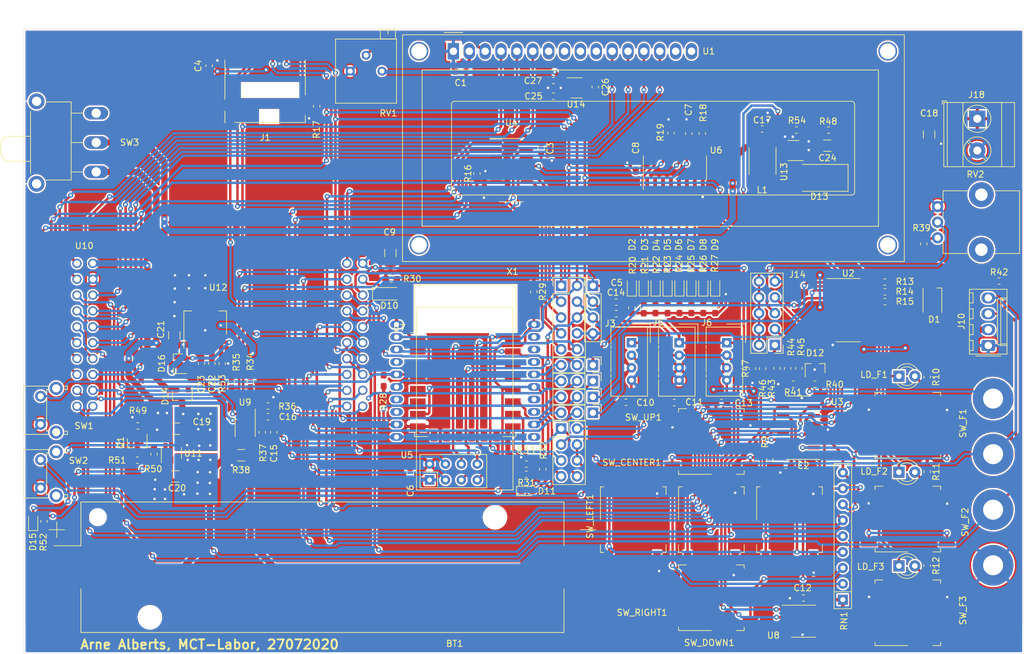
<source format=kicad_pcb>
(kicad_pcb (version 20171130) (host pcbnew "(5.1.6)-1")
  (layers (0 F.Cu signal) (31 B.Cu signal) (34 B.Paste user) (35 F.Paste user) (36 B.SilkS user) (37 F.SilkS user) (38 B.Mask user) (39 F.Mask user) (44 Edge.Cuts user))
  (net 0 "")
  (net 1 "Net-(BT1-Pad2)")
  (net 2 +BATT)
  (net 3 GND)
  (net 4 +3V3)
  (net 5 "Net-(C7-Pad1)")
  (net 6 "Net-(C15-Pad1)")
  (net 7 VBUS)
  (net 8 VDD)
  (net 9 "Net-(C22-Pad1)")
  (net 10 "Net-(D1-Pad2)")
  (net 11 "Net-(D1-Pad3)")
  (net 12 "Net-(D1-Pad1)")
  (net 13 "Net-(D2-Pad2)")
  (net 14 "Net-(D2-Pad1)")
  (net 15 "Net-(D3-Pad2)")
  (net 16 "Net-(D3-Pad1)")
  (net 17 "Net-(D4-Pad2)")
  (net 18 "Net-(D4-Pad1)")
  (net 19 "Net-(D5-Pad2)")
  (net 20 "Net-(D5-Pad1)")
  (net 21 "Net-(D6-Pad2)")
  (net 22 "Net-(D6-Pad1)")
  (net 23 "Net-(D7-Pad2)")
  (net 24 "Net-(D7-Pad1)")
  (net 25 "Net-(D8-Pad2)")
  (net 26 "Net-(D8-Pad1)")
  (net 27 "Net-(D9-Pad2)")
  (net 28 "Net-(D9-Pad1)")
  (net 29 "Net-(D10-Pad2)")
  (net 30 /Launchpad/~RST)
  (net 31 "Net-(D11-Pad2)")
  (net 32 "Net-(D11-Pad1)")
  (net 33 "Net-(D12-Pad3)")
  (net 34 "Net-(D15-Pad1)")
  (net 35 /Launchpad/P7.4)
  (net 36 "Net-(J1-Pad11)")
  (net 37 "Net-(J1-Pad1)")
  (net 38 "Net-(J1-Pad2)")
  (net 39 /SPI/MOSI)
  (net 40 /Launchpad/P3.2)
  (net 41 /SPI/MISO)
  (net 42 "Net-(J1-Pad8)")
  (net 43 "Net-(J2-Pad9)")
  (net 44 "Net-(J2-Pad7)")
  (net 45 "Net-(J2-Pad5)")
  (net 46 "Net-(J2-Pad3)")
  (net 47 "Net-(J2-Pad1)")
  (net 48 "Net-(J3-Pad2)")
  (net 49 "Net-(J3-Pad1)")
  (net 50 /Launchpad/P3.3)
  (net 51 "Net-(J4-Pad7)")
  (net 52 /Launchpad/P3.4)
  (net 53 "Net-(J4-Pad5)")
  (net 54 /Launchpad/P4.1)
  (net 55 /Launchpad/P4.2)
  (net 56 "Net-(J8-Pad1)")
  (net 57 /Launchpad/P1.5_FAN)
  (net 58 /Launchpad/P1.6)
  (net 59 /Launchpad/P7.0)
  (net 60 "Net-(J14-Pad5)")
  (net 61 "Net-(J14-Pad3)")
  (net 62 "Net-(J14-Pad1)")
  (net 63 /Launchpad/P1.2_XBEE)
  (net 64 "Net-(JP1-Pad2)")
  (net 65 /LED-Treiber/LED_1)
  (net 66 /Launchpad/P1.3_XBEE)
  (net 67 "Net-(JP3-Pad2)")
  (net 68 /LED-Treiber/LED_2)
  (net 69 /Launchpad/P1.4_XBEE)
  (net 70 "Net-(JP4-Pad2)")
  (net 71 /LED-Treiber/LED_3)
  (net 72 /Launchpad/P1.5_XBEE)
  (net 73 "Net-(JP5-Pad2)")
  (net 74 "Net-(LD_F1-Pad2)")
  (net 75 /Button_decoder/LED_F1)
  (net 76 "Net-(LD_F2-Pad2)")
  (net 77 /Button_decoder/LED_F2)
  (net 78 "Net-(LD_F3-Pad2)")
  (net 79 /Button_decoder/LED_F3)
  (net 80 "Net-(Q1-Pad3)")
  (net 81 /Launchpad/P6.5)
  (net 82 /Launchpad/P6.4)
  (net 83 /LCD/E)
  (net 84 /LCD/D4)
  (net 85 /LCD/D5)
  (net 86 /LCD/D6)
  (net 87 /LCD/D7)
  (net 88 "Net-(R9-Pad1)")
  (net 89 /LED-Treiber/LED_R)
  (net 90 /LED-Treiber/LED_G)
  (net 91 /LED-Treiber/LED_B)
  (net 92 /SPI/ADDR_EN)
  (net 93 "Net-(R19-Pad1)")
  (net 94 "Net-(R28-Pad2)")
  (net 95 "Net-(R29-Pad2)")
  (net 96 "Net-(R32-Pad2)")
  (net 97 "Net-(R33-Pad1)")
  (net 98 "Net-(R36-Pad1)")
  (net 99 "Net-(R39-Pad2)")
  (net 100 "Net-(R50-Pad1)")
  (net 101 "Net-(R52-Pad2)")
  (net 102 "Net-(RN1-Pad9)")
  (net 103 "Net-(RN1-Pad8)")
  (net 104 "Net-(RN1-Pad7)")
  (net 105 "Net-(RN1-Pad6)")
  (net 106 "Net-(RN1-Pad5)")
  (net 107 "Net-(RN1-Pad4)")
  (net 108 "Net-(RN1-Pad3)")
  (net 109 "Net-(RN1-Pad2)")
  (net 110 "Net-(RV1-Pad2)")
  (net 111 "Net-(SW3-Pad3)")
  (net 112 "Net-(U1-Pad10)")
  (net 113 "Net-(U1-Pad9)")
  (net 114 "Net-(U1-Pad8)")
  (net 115 "Net-(U1-Pad7)")
  (net 116 /LED-Treiber/LED_6)
  (net 117 /LED-Treiber/LED_5)
  (net 118 /LED-Treiber/LED_4)
  (net 119 /Button_decoder/BTN_INT)
  (net 120 /Button_decoder/BTN_S0)
  (net 121 /Button_decoder/BTN_S1)
  (net 122 /Button_decoder/BTN_S2)
  (net 123 "Net-(U4-Pad14)")
  (net 124 "Net-(U4-Pad13)")
  (net 125 /SPI/A2)
  (net 126 /SPI/A1)
  (net 127 /SPI/A0)
  (net 128 /SPI/NRF_INT)
  (net 129 /SPI/NRF_CE)
  (net 130 "Net-(U6-Pad9)")
  (net 131 "Net-(U7-Pad20)")
  (net 132 "Net-(U7-Pad19)")
  (net 133 "Net-(U7-Pad14)")
  (net 134 "Net-(U7-Pad13)")
  (net 135 "Net-(U7-Pad12)")
  (net 136 "Net-(U7-Pad11)")
  (net 137 "Net-(U7-Pad10)")
  (net 138 "Net-(U7-Pad9)")
  (net 139 "Net-(U7-Pad6)")
  (net 140 "Net-(U7-Pad5)")
  (net 141 "Net-(U7-Pad2)")
  (net 142 "Net-(U8-Pad3)")
  (net 143 "Net-(U9-Pad1)")
  (net 144 "Net-(X1-Pad11)")
  (net 145 "Net-(X1-Pad8)")
  (net 146 "Net-(X1-Pad13)")
  (net 147 "Net-(X1-Pad7)")
  (net 148 "Net-(X1-Pad14)")
  (net 149 "Net-(X1-Pad4)")
  (net 150 "Net-(X1-Pad17)")
  (net 151 "Net-(X1-Pad18)")
  (net 152 "Net-(X1-Pad19)")
  (net 153 "Net-(C17-Pad1)")
  (net 154 +12V)
  (net 155 "Net-(D13-Pad2)")
  (net 156 "Net-(R48-Pad2)")
  (net 157 "Net-(U13-Pad6)")
  (net 158 "Net-(C26-Pad2)")
  (net 159 "Net-(C26-Pad1)")
  (net 160 -3V3)
  (net 161 "Net-(U1-Pad16)")
  (net 162 "Net-(U1-Pad15)")
  (net 163 "Net-(U2-Pad7)")
  (net 164 "Net-(U2-Pad10)")
  (net 165 12V_Enable)
  (module Connector_Molex:Molex_KK-254_AE-6410-04A_1x04_P2.54mm_Vertical (layer F.Cu) (at 204.30522 100.6489 90)
    (fp_text reference J10 (at 3.8735 -4.29768 90) (layer F.SilkS))
    (fp_text value Conn_01x04_Male)
    (pad 4 thru_hole oval (at 7.62 0 90) (size 1.74 2.19) (drill 1.19) (layers *.Cu *.Mask) (net 57 /Launchpad/P1.5_FAN))
    (pad 3 thru_hole oval (at 5.08 0 90) (size 1.74 2.19) (drill 1.19) (layers *.Cu *.Mask) (net 58 /Launchpad/P1.6))
    (pad 2 thru_hole oval (at 2.54 0 90) (size 1.74 2.19) (drill 1.19) (layers *.Cu *.Mask) (net 154 +12V))
    (pad 1 thru_hole roundrect (at 0 0 90) (size 1.74 2.19) (drill 1.19) (layers *.Cu *.Mask) (roundrect_rratio 0.143678) (net 3 GND))
  )
  (module HS-Wismar:TI_Launchpad (layer F.Cu) (at 58.5 87.5)
    (fp_text reference U10 (at 1.17 -2.815) (layer F.SilkS))
    (fp_text value msp-exp430f5529-LP)
    (pad 1 thru_hole circle (at 0 0) (size 1.5 1.5) (drill 1) (layers *.Cu *.Mask) (net 4 +3V3))
    (pad 21 thru_hole circle (at 2.54 0) (size 1.5 1.5) (drill 1) (layers *.Cu *.Mask) (net 7 VBUS))
    (pad 20 thru_hole circle (at 45.72 0) (size 1.5 1.5) (drill 1) (layers *.Cu *.Mask) (net 3 GND))
    (pad 40 thru_hole circle (at 43.18 0) (size 1.5 1.5) (drill 1) (layers *.Cu *.Mask) (net 127 /SPI/A0))
    (pad 2 thru_hole circle (at 0 2.54) (size 1.5 1.5) (drill 1) (layers *.Cu *.Mask) (net 81 /Launchpad/P6.5))
    (pad 3 thru_hole circle (at 0 5.08) (size 1.5 1.5) (drill 1) (layers *.Cu *.Mask) (net 52 /Launchpad/P3.4))
    (pad 4 thru_hole circle (at 0 7.62) (size 1.5 1.5) (drill 1) (layers *.Cu *.Mask) (net 50 /Launchpad/P3.3))
    (pad 5 thru_hole circle (at 0 10.16) (size 1.5 1.5) (drill 1) (layers *.Cu *.Mask) (net 58 /Launchpad/P1.6))
    (pad 6 thru_hole circle (at 0 12.7) (size 1.5 1.5) (drill 1) (layers *.Cu *.Mask) (net 83 /LCD/E))
    (pad 7 thru_hole circle (at 0 15.24) (size 1.5 1.5) (drill 1) (layers *.Cu *.Mask) (net 40 /Launchpad/P3.2))
    (pad 8 thru_hole circle (at 0 17.78) (size 1.5 1.5) (drill 1) (layers *.Cu *.Mask) (net 125 /SPI/A2))
    (pad 9 thru_hole circle (at 0 20.32) (size 1.5 1.5) (drill 1) (layers *.Cu *.Mask) (net 55 /Launchpad/P4.2))
    (pad 10 thru_hole circle (at 0 22.86) (size 1.5 1.5) (drill 1) (layers *.Cu *.Mask) (net 54 /Launchpad/P4.1))
    (pad 11 thru_hole circle (at 45.72 22.86) (size 1.5 1.5) (drill 1) (layers *.Cu *.Mask) (net 92 /SPI/ADDR_EN))
    (pad 12 thru_hole circle (at 45.72 20.32) (size 1.5 1.5) (drill 1) (layers *.Cu *.Mask) (net 121 /Button_decoder/BTN_S1))
    (pad 13 thru_hole circle (at 45.72 17.78) (size 1.5 1.5) (drill 1) (layers *.Cu *.Mask) (net 126 /SPI/A1))
    (pad 14 thru_hole circle (at 45.72 15.24) (size 1.5 1.5) (drill 1) (layers *.Cu *.Mask) (net 41 /SPI/MISO))
    (pad 15 thru_hole circle (at 45.72 12.7) (size 1.5 1.5) (drill 1) (layers *.Cu *.Mask) (net 39 /SPI/MOSI))
    (pad 16 thru_hole circle (at 45.72 10.16) (size 1.5 1.5) (drill 1) (layers *.Cu *.Mask) (net 30 /Launchpad/~RST))
    (pad 17 thru_hole circle (at 45.72 7.62) (size 1.5 1.5) (drill 1) (layers *.Cu *.Mask) (net 35 /Launchpad/P7.4))
    (pad 18 thru_hole circle (at 45.72 5.08) (size 1.5 1.5) (drill 1) (layers *.Cu *.Mask) (net 120 /Button_decoder/BTN_S0))
    (pad 19 thru_hole circle (at 45.72 2.54) (size 1.5 1.5) (drill 1) (layers *.Cu *.Mask) (net 119 /Button_decoder/BTN_INT))
    (pad 22 thru_hole circle (at 2.54 2.54) (size 1.5 1.5) (drill 1) (layers *.Cu *.Mask) (net 3 GND))
    (pad 23 thru_hole circle (at 2.54 5.08) (size 1.5 1.5) (drill 1) (layers *.Cu *.Mask) (net 84 /LCD/D4))
    (pad 24 thru_hole circle (at 2.54 7.62) (size 1.5 1.5) (drill 1) (layers *.Cu *.Mask) (net 85 /LCD/D5))
    (pad 25 thru_hole circle (at 2.54 10.16) (size 1.5 1.5) (drill 1) (layers *.Cu *.Mask) (net 86 /LCD/D6))
    (pad 26 thru_hole circle (at 2.54 12.7) (size 1.5 1.5) (drill 1) (layers *.Cu *.Mask) (net 87 /LCD/D7))
    (pad 27 thru_hole circle (at 2.54 15.24) (size 1.5 1.5) (drill 1) (layers *.Cu *.Mask) (net 82 /Launchpad/P6.4))
    (pad 28 thru_hole circle (at 2.54 17.78) (size 1.5 1.5) (drill 1) (layers *.Cu *.Mask) (net 59 /Launchpad/P7.0))
    (pad 29 thru_hole circle (at 2.54 20.32) (size 1.5 1.5) (drill 1) (layers *.Cu *.Mask) (net 117 /LED-Treiber/LED_5))
    (pad 30 thru_hole circle (at 2.54 22.86) (size 1.5 1.5) (drill 1) (layers *.Cu *.Mask) (net 118 /LED-Treiber/LED_4))
    (pad 31 thru_hole circle (at 43.18 22.86) (size 1.5 1.5) (drill 1) (layers *.Cu *.Mask) (net 165 12V_Enable))
    (pad 32 thru_hole circle (at 43.18 20.32) (size 1.5 1.5) (drill 1) (layers *.Cu *.Mask) (net 116 /LED-Treiber/LED_6))
    (pad 33 thru_hole circle (at 43.18 17.78) (size 1.5 1.5) (drill 1) (layers *.Cu *.Mask) (net 129 /SPI/NRF_CE))
    (pad 34 thru_hole circle (at 43.18 15.24) (size 1.5 1.5) (drill 1) (layers *.Cu *.Mask) (net 128 /SPI/NRF_INT))
    (pad 35 thru_hole circle (at 43.18 12.7) (size 1.5 1.5) (drill 1) (layers *.Cu *.Mask) (net 64 "Net-(JP1-Pad2)"))
    (pad 36 thru_hole circle (at 43.18 10.16) (size 1.5 1.5) (drill 1) (layers *.Cu *.Mask) (net 67 "Net-(JP3-Pad2)"))
    (pad 37 thru_hole circle (at 43.18 7.62) (size 1.5 1.5) (drill 1) (layers *.Cu *.Mask) (net 70 "Net-(JP4-Pad2)"))
    (pad 38 thru_hole circle (at 43.18 5.08) (size 1.5 1.5) (drill 1) (layers *.Cu *.Mask) (net 73 "Net-(JP5-Pad2)"))
    (pad 39 thru_hole circle (at 43.18 2.54) (size 1.5 1.5) (drill 1) (layers *.Cu *.Mask) (net 122 /Button_decoder/BTN_S2))
  )
  (module Battery:BatteryHolder_Keystone_1042_1x18650 (layer F.Cu) (at 97.77 136.12)
    (fp_text reference BT1 (at 21.15566 12.22248) (layer F.SilkS))
    (fp_text value 18650_Cell)
    (pad "" np_thru_hole circle (at -35.93 -8) (size 2.39 2.39) (drill 2.39) (layers *.Cu *.Mask))
    (pad "" np_thru_hole circle (at -27.6 8) (size 3.45 3.45) (drill 3.45) (layers *.Cu *.Mask))
    (pad "" np_thru_hole circle (at 27.6 -8) (size 3.45 3.45) (drill 3.45) (layers *.Cu *.Mask))
    (pad 2 smd rect (at 39.33 0) (size 7.34 6.35) (layers F.Cu F.Paste F.Mask) (net 1 "Net-(BT1-Pad2)"))
    (pad 1 smd rect (at -39.33 0) (size 7.34 6.35) (layers F.Cu F.Paste F.Mask) (net 2 +BATT))
  )
  (module Package_SO:SOIC-16_3.9x9.9mm_P1.27mm (layer F.Cu) (at 173.94968 113.79848 180)
    (fp_text reference U3 (at -6.18236 4.13512) (layer F.SilkS))
    (fp_text value 74148)
    (pad 16 smd roundrect (at 2.475 -4.445 180) (size 1.95 0.6) (layers F.Cu F.Paste F.Mask) (net 4 +3V3))
    (pad 15 smd roundrect (at 2.475 -3.175 180) (size 1.95 0.6) (layers F.Cu F.Paste F.Mask) (net 88 "Net-(R9-Pad1)"))
    (pad 14 smd roundrect (at 2.475 -1.905 180) (size 1.95 0.6) (layers F.Cu F.Paste F.Mask) (net 119 /Button_decoder/BTN_INT))
    (pad 13 smd roundrect (at 2.475 -0.635 180) (size 1.95 0.6) (layers F.Cu F.Paste F.Mask) (net 106 "Net-(RN1-Pad5)"))
    (pad 12 smd roundrect (at 2.475 0.635 180) (size 1.95 0.6) (layers F.Cu F.Paste F.Mask) (net 107 "Net-(RN1-Pad4)"))
    (pad 11 smd roundrect (at 2.475 1.905 180) (size 1.95 0.6) (layers F.Cu F.Paste F.Mask) (net 108 "Net-(RN1-Pad3)"))
    (pad 10 smd roundrect (at 2.475 3.175 180) (size 1.95 0.6) (layers F.Cu F.Paste F.Mask) (net 109 "Net-(RN1-Pad2)"))
    (pad 9 smd roundrect (at 2.475 4.445 180) (size 1.95 0.6) (layers F.Cu F.Paste F.Mask) (net 120 /Button_decoder/BTN_S0))
    (pad 8 smd roundrect (at -2.475 4.445 180) (size 1.95 0.6) (layers F.Cu F.Paste F.Mask) (net 3 GND))
    (pad 7 smd roundrect (at -2.475 3.175 180) (size 1.95 0.6) (layers F.Cu F.Paste F.Mask) (net 121 /Button_decoder/BTN_S1))
    (pad 6 smd roundrect (at -2.475 1.905 180) (size 1.95 0.6) (layers F.Cu F.Paste F.Mask) (net 122 /Button_decoder/BTN_S2))
    (pad 5 smd roundrect (at -2.475 0.635 180) (size 1.95 0.6) (layers F.Cu F.Paste F.Mask) (net 3 GND))
    (pad 4 smd roundrect (at -2.475 -0.635 180) (size 1.95 0.6) (layers F.Cu F.Paste F.Mask) (net 102 "Net-(RN1-Pad9)"))
    (pad 3 smd roundrect (at -2.475 -1.905 180) (size 1.95 0.6) (layers F.Cu F.Paste F.Mask) (net 103 "Net-(RN1-Pad8)"))
    (pad 2 smd roundrect (at -2.475 -3.175 180) (size 1.95 0.6) (layers F.Cu F.Paste F.Mask) (net 104 "Net-(RN1-Pad7)"))
    (pad 1 smd roundrect (at -2.475 -4.445 180) (size 1.95 0.6) (layers F.Cu F.Paste F.Mask) (net 105 "Net-(RN1-Pad6)"))
  )
  (module Connector:NS-Tech_Grove_1x04_P2mm_Vertical (layer F.Cu) (at 162.4638 100.2044)
    (fp_text reference J6 (at -3.21056 -3.22072) (layer F.SilkS))
    (fp_text value Grove)
    (pad 4 thru_hole circle (at 0 6) (size 1.524 1.524) (drill 0.762) (layers *.Cu *.Mask) (net 3 GND))
    (pad 3 thru_hole circle (at 0 4) (size 1.524 1.524) (drill 0.762) (layers *.Cu *.Mask) (net 4 +3V3))
    (pad 2 thru_hole circle (at 0 2) (size 1.524 1.524) (drill 0.762) (layers *.Cu *.Mask) (net 54 /Launchpad/P4.1))
    (pad 1 thru_hole rect (at 0 0) (size 1.524 1.524) (drill 0.762) (layers *.Cu *.Mask) (net 55 /Launchpad/P4.2))
  )
  (module HS-Wismar:SS_13PLP (layer F.Cu) (at 61.575 68.175)
    (fp_text reference SW3 (at 5.3467 -0.01524) (layer F.SilkS))
    (fp_text value SW_SPDT)
    (pad "" thru_hole circle (at -9.53 6.6) (size 2.54 2.54) (drill 1.5) (layers *.Cu *.Mask))
    (pad "" thru_hole circle (at -9.53 -6.6) (size 2.54 2.54) (drill 1.5) (layers *.Cu *.Mask))
    (pad 1 thru_hole oval (at 0 4.7) (size 3.81 2) (drill 1.5) (layers *.Cu *.Mask) (net 8 VDD))
    (pad 2 thru_hole oval (at 0 0) (size 3.81 2) (drill 1.5) (layers *.Cu *.Mask) (net 153 "Net-(C17-Pad1)"))
    (pad 3 thru_hole oval (at 0 -4.7) (size 3.81 2) (drill 1.5) (layers *.Cu *.Mask) (net 111 "Net-(SW3-Pad3)"))
  )
  (module Button_Switch_THT:SW_Tactile_SPST_Angled_PTS645Vx39-2LFS (layer F.Cu) (at 52.685 123.42 90)
    (fp_text reference SW2 (at 4.35864 6.05536) (layer F.SilkS))
    (fp_text value SW_Push)
    (pad "" thru_hole circle (at -1.25 2.49 90) (size 2.1 2.1) (drill 1.3) (layers *.Cu *.Mask))
    (pad 1 thru_hole circle (at 0 0 90) (size 1.75 1.75) (drill 0.99) (layers *.Cu *.Mask) (net 3 GND))
    (pad 2 thru_hole circle (at 4.5 0 90) (size 1.75 1.75) (drill 0.99) (layers *.Cu *.Mask) (net 95 "Net-(R29-Pad2)"))
    (pad "" thru_hole circle (at 5.76 2.49 90) (size 2.1 2.1) (drill 1.3) (layers *.Cu *.Mask))
  )
  (module Button_Switch_THT:SW_Tactile_SPST_Angled_PTS645Vx39-2LFS (layer F.Cu) (at 52.685 113.26 90)
    (fp_text reference SW1 (at -0.2413 6.95198 180) (layer F.SilkS))
    (fp_text value SW_Push)
    (pad "" thru_hole circle (at -1.25 2.49 90) (size 2.1 2.1) (drill 1.3) (layers *.Cu *.Mask))
    (pad 1 thru_hole circle (at 0 0 90) (size 1.75 1.75) (drill 0.99) (layers *.Cu *.Mask) (net 3 GND))
    (pad 2 thru_hole circle (at 4.5 0 90) (size 1.75 1.75) (drill 0.99) (layers *.Cu *.Mask) (net 94 "Net-(R28-Pad2)"))
    (pad "" thru_hole circle (at 5.76 2.49 90) (size 2.1 2.1) (drill 1.3) (layers *.Cu *.Mask))
  )
  (module Resistor_SMD:R_0603_1608Metric_Pad1.05x0.95mm_HandSolder (layer F.Cu) (at 68.23742 113.514 180)
    (fp_text reference R49 (at -0.03302 2.4511) (layer F.SilkS))
    (fp_text value 10k)
    (pad 2 smd roundrect (at 0.875 0 180) (size 1.05 0.95) (layers F.Cu F.Paste F.Mask) (net 3 GND))
    (pad 1 smd roundrect (at -0.875 0 180) (size 1.05 0.95) (layers F.Cu F.Paste F.Mask) (net 4 +3V3))
  )
  (module LED_THT:LED_D3.0mm (layer F.Cu) (at 190.0101 135.9111)
    (fp_text reference LD_F3 (at -4.52374 0.1073) (layer F.SilkS))
    (fp_text value LED_Small)
    (pad 2 thru_hole circle (at 2.54 0) (size 1.8 1.8) (drill 0.9) (layers *.Cu *.Mask) (net 78 "Net-(LD_F3-Pad2)"))
    (pad 1 thru_hole rect (at 0 0) (size 1.8 1.8) (drill 0.9) (layers *.Cu *.Mask) (net 79 /Button_decoder/LED_F3))
  )
  (module LED_THT:LED_D3.0mm (layer F.Cu) (at 190.0101 120.9111)
    (fp_text reference LD_F2 (at -3.98272 -0.11746) (layer F.SilkS))
    (fp_text value LED_Small)
    (pad 2 thru_hole circle (at 2.54 0) (size 1.8 1.8) (drill 0.9) (layers *.Cu *.Mask) (net 76 "Net-(LD_F2-Pad2)"))
    (pad 1 thru_hole rect (at 0 0) (size 1.8 1.8) (drill 0.9) (layers *.Cu *.Mask) (net 77 /Button_decoder/LED_F2))
  )
  (module LED_THT:LED_D3.0mm (layer F.Cu) (at 190.0101 105.5511)
    (fp_text reference LD_F1 (at -3.99288 -0.2413) (layer F.SilkS))
    (fp_text value LED_Small)
    (pad 2 thru_hole circle (at 2.54 0) (size 1.8 1.8) (drill 0.9) (layers *.Cu *.Mask) (net 74 "Net-(LD_F1-Pad2)"))
    (pad 1 thru_hole rect (at 0 0) (size 1.8 1.8) (drill 0.9) (layers *.Cu *.Mask) (net 75 /Button_decoder/LED_F1))
  )
  (module HS-Wismar:2mm_Socket (layer F.Cu) (at 205.07484 135.80504 270)
    (fp_text reference J13 (at 0 0.5 90) (layer F.SilkS))
    (fp_text value Conn_01x01_Female)
    (pad 1 thru_hole circle (at 0 0 270) (size 6.5 6.5) (drill 3.2) (layers *.Cu *.Mask) (net 3 GND))
  )
  (module HS-Wismar:2mm_Socket (layer F.Cu) (at 205.07484 118.02504 270)
    (fp_text reference J12 (at 0 0.5 90) (layer F.SilkS))
    (fp_text value Conn_01x01_Female)
    (pad 1 thru_hole circle (at 0 0 270) (size 6.5 6.5) (drill 3.2) (layers *.Cu *.Mask) (net 57 /Launchpad/P1.5_FAN))
  )
  (module HS-Wismar:2mm_Socket (layer F.Cu) (at 205.07484 126.91504 270)
    (fp_text reference J11 (at 0 0.5 90) (layer F.SilkS))
    (fp_text value Conn_01x01_Female)
    (pad 1 thru_hole circle (at 0 0 270) (size 6.5 6.5) (drill 3.2) (layers *.Cu *.Mask) (net 58 /Launchpad/P1.6))
  )
  (module HS-Wismar:2mm_Socket (layer F.Cu) (at 205.07484 109.13504 270)
    (fp_text reference J8 (at 0 0.5 90) (layer F.SilkS))
    (fp_text value Conn_01x01_Female)
    (pad 1 thru_hole circle (at 0 0 270) (size 6.5 6.5) (drill 3.2) (layers *.Cu *.Mask) (net 56 "Net-(J8-Pad1)"))
  )
  (module Display:WC1602A (layer F.Cu) (at 118.725 53.57)
    (fp_text reference U1 (at 40.85844 -0.00254) (layer F.SilkS))
    (fp_text value RC1602A)
    (pad "" thru_hole circle (at 69.5 0) (size 3 3) (drill 2.5) (layers *.Cu *.Mask))
    (pad "" thru_hole circle (at 69.49948 31.0007) (size 3 3) (drill 2.5) (layers *.Cu *.Mask))
    (pad "" thru_hole circle (at -5.4991 31.0007) (size 3 3) (drill 2.5) (layers *.Cu *.Mask))
    (pad "" thru_hole circle (at -5.4991 0) (size 3 3) (drill 2.5) (layers *.Cu *.Mask))
    (pad 16 thru_hole oval (at 38.1 0) (size 1.8 2.6) (drill 1.2) (layers *.Cu *.Mask) (net 161 "Net-(U1-Pad16)"))
    (pad 15 thru_hole oval (at 35.56 0) (size 1.8 2.6) (drill 1.2) (layers *.Cu *.Mask) (net 162 "Net-(U1-Pad15)"))
    (pad 14 thru_hole oval (at 33.02 0) (size 1.8 2.6) (drill 1.2) (layers *.Cu *.Mask) (net 87 /LCD/D7))
    (pad 13 thru_hole oval (at 30.48 0) (size 1.8 2.6) (drill 1.2) (layers *.Cu *.Mask) (net 86 /LCD/D6))
    (pad 12 thru_hole oval (at 27.94 0) (size 1.8 2.6) (drill 1.2) (layers *.Cu *.Mask) (net 85 /LCD/D5))
    (pad 11 thru_hole oval (at 25.4 0) (size 1.8 2.6) (drill 1.2) (layers *.Cu *.Mask) (net 84 /LCD/D4))
    (pad 10 thru_hole oval (at 22.86 0) (size 1.8 2.6) (drill 1.2) (layers *.Cu *.Mask) (net 112 "Net-(U1-Pad10)"))
    (pad 9 thru_hole oval (at 20.32 0) (size 1.8 2.6) (drill 1.2) (layers *.Cu *.Mask) (net 113 "Net-(U1-Pad9)"))
    (pad 8 thru_hole oval (at 17.78 0) (size 1.8 2.6) (drill 1.2) (layers *.Cu *.Mask) (net 114 "Net-(U1-Pad8)"))
    (pad 7 thru_hole oval (at 15.24 0) (size 1.8 2.6) (drill 1.2) (layers *.Cu *.Mask) (net 115 "Net-(U1-Pad7)"))
    (pad 6 thru_hole oval (at 12.7 0) (size 1.8 2.6) (drill 1.2) (layers *.Cu *.Mask) (net 83 /LCD/E))
    (pad 5 thru_hole oval (at 10.16 0) (size 1.8 2.6) (drill 1.2) (layers *.Cu *.Mask) (net 82 /Launchpad/P6.4))
    (pad 4 thru_hole oval (at 7.62 0) (size 1.8 2.6) (drill 1.2) (layers *.Cu *.Mask) (net 81 /Launchpad/P6.5))
    (pad 3 thru_hole oval (at 5.08 0) (size 1.8 2.6) (drill 1.2) (layers *.Cu *.Mask) (net 110 "Net-(RV1-Pad2)"))
    (pad 2 thru_hole oval (at 2.54 0) (size 1.8 2.6) (drill 1.2) (layers *.Cu *.Mask) (net 4 +3V3))
    (pad 1 thru_hole rect (at 0 0) (size 1.8 2.6) (drill 1.2) (layers *.Cu *.Mask) (net 3 GND))
  )
  (module HS-Wismar:XBEE_THT (layer F.Cu) (at 120.63 106.275 270)
    (fp_text reference X1 (at -17.44218 -7.55396) (layer F.SilkS))
    (fp_text value XBee_S3)
    (pad 10 thru_hole oval (at 9 11 270) (size 1.2 2) (drill 0.8) (layers *.Cu *.Mask) (net 3 GND))
    (pad 11 thru_hole oval (at 9 -11 270) (size 1.2 2) (drill 0.8) (layers *.Cu *.Mask) (net 144 "Net-(X1-Pad11)"))
    (pad 9 thru_hole oval (at 7 11 270) (size 1.2 2) (drill 0.8) (layers *.Cu *.Mask) (net 63 /Launchpad/P1.2_XBEE))
    (pad 12 thru_hole oval (at 7 -11 270) (size 1.2 2) (drill 0.8) (layers *.Cu *.Mask) (net 66 /Launchpad/P1.3_XBEE))
    (pad 8 thru_hole oval (at 5 11 270) (size 1.2 2) (drill 0.8) (layers *.Cu *.Mask) (net 145 "Net-(X1-Pad8)"))
    (pad 13 thru_hole oval (at 5 -11 270) (size 1.2 2) (drill 0.8) (layers *.Cu *.Mask) (net 146 "Net-(X1-Pad13)"))
    (pad 7 thru_hole oval (at 3 11 270) (size 1.2 2) (drill 0.8) (layers *.Cu *.Mask) (net 147 "Net-(X1-Pad7)"))
    (pad 14 thru_hole oval (at 3 -11 270) (size 1.2 2) (drill 0.8) (layers *.Cu *.Mask) (net 148 "Net-(X1-Pad14)"))
    (pad 6 thru_hole oval (at 1 11 270) (size 1.2 2) (drill 0.8) (layers *.Cu *.Mask) (net 72 /Launchpad/P1.5_XBEE))
    (pad 15 thru_hole oval (at 1 -11 270) (size 1.2 2) (drill 0.8) (layers *.Cu *.Mask) (net 31 "Net-(D11-Pad2)"))
    (pad 5 thru_hole oval (at -1 11 270) (size 1.2 2) (drill 0.8) (layers *.Cu *.Mask) (net 94 "Net-(R28-Pad2)"))
    (pad 16 thru_hole oval (at -1 -11 270) (size 1.2 2) (drill 0.8) (layers *.Cu *.Mask) (net 69 /Launchpad/P1.4_XBEE))
    (pad 4 thru_hole oval (at -3 11 270) (size 1.2 2) (drill 0.8) (layers *.Cu *.Mask) (net 149 "Net-(X1-Pad4)"))
    (pad 17 thru_hole oval (at -3 -11 270) (size 1.2 2) (drill 0.8) (layers *.Cu *.Mask) (net 150 "Net-(X1-Pad17)"))
    (pad 3 thru_hole oval (at -5 11 270) (size 1.2 2) (drill 0.8) (layers *.Cu *.Mask) (net 51 "Net-(J4-Pad7)"))
    (pad 18 thru_hole oval (at -5 -11 270) (size 1.2 2) (drill 0.8) (layers *.Cu *.Mask) (net 151 "Net-(X1-Pad18)"))
    (pad 2 thru_hole oval (at -7 11 270) (size 1.2 2) (drill 0.8) (layers *.Cu *.Mask) (net 53 "Net-(J4-Pad5)"))
    (pad 19 thru_hole oval (at -7 -11 270) (size 1.2 2) (drill 0.8) (layers *.Cu *.Mask) (net 152 "Net-(X1-Pad19)"))
    (pad 1 thru_hole oval (at -9 11 270) (size 1.2 2) (drill 0.8) (layers *.Cu *.Mask) (net 4 +3V3))
    (pad 20 thru_hole oval (at -9 -11 270) (size 1.2 2) (drill 0.8) (layers *.Cu *.Mask) (net 95 "Net-(R29-Pad2)"))
  )
  (module Package_TO_SOT_SMD:SOT-223-6 (layer F.Cu) (at 79.01464 96.98368 90)
    (fp_text reference U12 (at 5.62864 2.07264 180) (layer F.SilkS))
    (fp_text value TPS73733)
    (pad 1 smd rect (at -3.1375 -2.54 90) (size 2.2 0.6) (layers F.Cu F.Paste F.Mask) (net 153 "Net-(C17-Pad1)"))
    (pad 5 smd rect (at -3.1375 2.54 90) (size 2.2 0.6) (layers F.Cu F.Paste F.Mask) (net 8 VDD))
    (pad 3 smd rect (at -3.1375 0 90) (size 2.2 0.6) (layers F.Cu F.Paste F.Mask) (net 3 GND))
    (pad 6 smd rect (at 3.1625 0 90) (size 2.15 3.45) (layers F.Cu F.Paste F.Mask) (net 3 GND))
    (pad 2 smd rect (at -3.1375 -1.27 90) (size 2.2 0.6) (layers F.Cu F.Paste F.Mask) (net 4 +3V3))
    (pad 4 smd rect (at -3.1375 1.27 90) (size 2.2 0.6) (layers F.Cu F.Paste F.Mask) (net 9 "Net-(C22-Pad1)"))
  )
  (module Package_TO_SOT_SMD:SOT-23-5 (layer F.Cu) (at 73.60698 117.86502 90)
    (fp_text reference U11 (at -0.04318 3.5179 180) (layer F.SilkS))
    (fp_text value MCP73831)
    (pad 5 smd rect (at 1.1 -0.95 90) (size 1.06 0.65) (layers F.Cu F.Paste F.Mask) (net 100 "Net-(R50-Pad1)"))
    (pad 4 smd rect (at 1.1 0.95 90) (size 1.06 0.65) (layers F.Cu F.Paste F.Mask) (net 8 VDD))
    (pad 3 smd rect (at -1.1 0.95 90) (size 1.06 0.65) (layers F.Cu F.Paste F.Mask) (net 2 +BATT))
    (pad 2 smd rect (at -1.1 0 90) (size 1.06 0.65) (layers F.Cu F.Paste F.Mask) (net 3 GND))
    (pad 1 smd rect (at -1.1 -0.95 90) (size 1.06 0.65) (layers F.Cu F.Paste F.Mask) (net 101 "Net-(R52-Pad2)"))
  )
  (module Package_SO:MSOP-8_3x3mm_P0.65mm (layer F.Cu) (at 85.41544 113.71212 270)
    (fp_text reference U9 (at -3.99288 0.02286 180) (layer F.SilkS))
    (fp_text value STC3100)
    (pad 8 smd roundrect (at 2.1125 -0.975 270) (size 1.625 0.4) (layers F.Cu F.Paste F.Mask) (net 6 "Net-(C15-Pad1)"))
    (pad 7 smd roundrect (at 2.1125 -0.325 270) (size 1.625 0.4) (layers F.Cu F.Paste F.Mask) (net 2 +BATT))
    (pad 6 smd roundrect (at 2.1125 0.325 270) (size 1.625 0.4) (layers F.Cu F.Paste F.Mask) (net 1 "Net-(BT1-Pad2)"))
    (pad 5 smd roundrect (at 2.1125 0.975 270) (size 1.625 0.4) (layers F.Cu F.Paste F.Mask) (net 3 GND))
    (pad 4 smd roundrect (at -2.1125 0.975 270) (size 1.625 0.4) (layers F.Cu F.Paste F.Mask) (net 55 /Launchpad/P4.2))
    (pad 3 smd roundrect (at -2.1125 0.325 270) (size 1.625 0.4) (layers F.Cu F.Paste F.Mask) (net 54 /Launchpad/P4.1))
    (pad 2 smd roundrect (at -2.1125 -0.325 270) (size 1.625 0.4) (layers F.Cu F.Paste F.Mask) (net 98 "Net-(R36-Pad1)"))
    (pad 1 smd roundrect (at -2.1125 -0.975 270) (size 1.625 0.4) (layers F.Cu F.Paste F.Mask) (net 143 "Net-(U9-Pad1)"))
  )
  (module Package_SO:SO-8_3.9x4.9mm_P1.27mm (layer F.Cu) (at 174.7574 144.756)
    (fp_text reference U8 (at -4.83616 2.26314) (layer F.SilkS))
    (fp_text value LM75B)
    (pad 8 smd roundrect (at 2.575 -1.905) (size 1.75 0.6) (layers F.Cu F.Paste F.Mask) (net 4 +3V3))
    (pad 7 smd roundrect (at 2.575 -0.635) (size 1.75 0.6) (layers F.Cu F.Paste F.Mask) (net 3 GND))
    (pad 6 smd roundrect (at 2.575 0.635) (size 1.75 0.6) (layers F.Cu F.Paste F.Mask) (net 3 GND))
    (pad 5 smd roundrect (at 2.575 1.905) (size 1.75 0.6) (layers F.Cu F.Paste F.Mask) (net 3 GND))
    (pad 4 smd roundrect (at -2.575 1.905) (size 1.75 0.6) (layers F.Cu F.Paste F.Mask) (net 3 GND))
    (pad 3 smd roundrect (at -2.575 0.635) (size 1.75 0.6) (layers F.Cu F.Paste F.Mask) (net 142 "Net-(U8-Pad3)"))
    (pad 2 smd roundrect (at -2.575 -0.635) (size 1.75 0.6) (layers F.Cu F.Paste F.Mask) (net 55 /Launchpad/P4.2))
    (pad 1 smd roundrect (at -2.575 -1.905) (size 1.75 0.6) (layers F.Cu F.Paste F.Mask) (net 54 /Launchpad/P4.1))
  )
  (module RF_Module:ESP-12E (layer F.Cu) (at 120.63 103.1)
    (fp_text reference U7 (at -10.56 -5.26) (layer F.SilkS))
    (fp_text value ESP-12E)
    (pad 22 smd rect (at 7.6 -3.5) (size 2.5 1) (layers F.Cu F.Paste F.Mask) (net 53 "Net-(J4-Pad5)"))
    (pad 21 smd rect (at 7.6 -1.5) (size 2.5 1) (layers F.Cu F.Paste F.Mask) (net 51 "Net-(J4-Pad7)"))
    (pad 20 smd rect (at 7.6 0.5) (size 2.5 1) (layers F.Cu F.Paste F.Mask) (net 131 "Net-(U7-Pad20)"))
    (pad 19 smd rect (at 7.6 2.5) (size 2.5 1) (layers F.Cu F.Paste F.Mask) (net 132 "Net-(U7-Pad19)"))
    (pad 18 smd rect (at 7.6 4.5) (size 2.5 1) (layers F.Cu F.Paste F.Mask) (net 95 "Net-(R29-Pad2)"))
    (pad 17 smd rect (at 7.6 6.5) (size 2.5 1) (layers F.Cu F.Paste F.Mask) (net 96 "Net-(R32-Pad2)"))
    (pad 16 smd rect (at 7.6 8.5) (size 2.5 1) (layers F.Cu F.Paste F.Mask) (net 97 "Net-(R33-Pad1)"))
    (pad 15 smd rect (at 7.6 10.5) (size 2.5 1) (layers F.Cu F.Paste F.Mask) (net 3 GND))
    (pad 14 smd rect (at 5 12) (size 1 1.8) (layers F.Cu F.Paste F.Mask) (net 133 "Net-(U7-Pad14)"))
    (pad 13 smd rect (at 3 12) (size 1 1.8) (layers F.Cu F.Paste F.Mask) (net 134 "Net-(U7-Pad13)"))
    (pad 12 smd rect (at 1 12) (size 1 1.8) (layers F.Cu F.Paste F.Mask) (net 135 "Net-(U7-Pad12)"))
    (pad 11 smd rect (at -1 12) (size 1 1.8) (layers F.Cu F.Paste F.Mask) (net 136 "Net-(U7-Pad11)"))
    (pad 10 smd rect (at -3 12) (size 1 1.8) (layers F.Cu F.Paste F.Mask) (net 137 "Net-(U7-Pad10)"))
    (pad 9 smd rect (at -5 12) (size 1 1.8) (layers F.Cu F.Paste F.Mask) (net 138 "Net-(U7-Pad9)"))
    (pad 8 smd rect (at -7.6 10.5) (size 2.5 1) (layers F.Cu F.Paste F.Mask) (net 4 +3V3))
    (pad 7 smd rect (at -7.6 8.5) (size 2.5 1) (layers F.Cu F.Paste F.Mask) (net 31 "Net-(D11-Pad2)"))
    (pad 6 smd rect (at -7.6 6.5) (size 2.5 1) (layers F.Cu F.Paste F.Mask) (net 139 "Net-(U7-Pad6)"))
    (pad 5 smd rect (at -7.6 4.5) (size 2.5 1) (layers F.Cu F.Paste F.Mask) (net 140 "Net-(U7-Pad5)"))
    (pad 4 smd rect (at -7.6 2.5) (size 2.5 1) (layers F.Cu F.Paste F.Mask) (net 29 "Net-(D10-Pad2)"))
    (pad 3 smd rect (at -7.6 0.5) (size 2.5 1) (layers F.Cu F.Paste F.Mask) (net 94 "Net-(R28-Pad2)"))
    (pad 2 smd rect (at -7.6 -1.5) (size 2.5 1) (layers F.Cu F.Paste F.Mask) (net 141 "Net-(U7-Pad2)"))
    (pad 1 smd rect (at -7.6 -3.5) (size 2.5 1) (layers F.Cu F.Paste F.Mask) (net 29 "Net-(D10-Pad2)"))
  )
  (module Package_SO:SOIC-16_3.9x9.9mm_P1.27mm (layer F.Cu) (at 154.17324 72.24512 90)
    (fp_text reference U6 (at 2.84076 6.58876 180) (layer F.SilkS))
    (fp_text value 74HCT595)
    (pad 16 smd roundrect (at 2.475 -4.445 90) (size 1.95 0.6) (layers F.Cu F.Paste F.Mask) (net 4 +3V3))
    (pad 15 smd roundrect (at 2.475 -3.175 90) (size 1.95 0.6) (layers F.Cu F.Paste F.Mask) (net 13 "Net-(D2-Pad2)"))
    (pad 14 smd roundrect (at 2.475 -1.905 90) (size 1.95 0.6) (layers F.Cu F.Paste F.Mask) (net 39 /SPI/MOSI))
    (pad 13 smd roundrect (at 2.475 -0.635 90) (size 1.95 0.6) (layers F.Cu F.Paste F.Mask) (net 93 "Net-(R19-Pad1)"))
    (pad 12 smd roundrect (at 2.475 0.635 90) (size 1.95 0.6) (layers F.Cu F.Paste F.Mask) (net 124 "Net-(U4-Pad13)"))
    (pad 11 smd roundrect (at 2.475 1.905 90) (size 1.95 0.6) (layers F.Cu F.Paste F.Mask) (net 40 /Launchpad/P3.2))
    (pad 10 smd roundrect (at 2.475 3.175 90) (size 1.95 0.6) (layers F.Cu F.Paste F.Mask) (net 5 "Net-(C7-Pad1)"))
    (pad 9 smd roundrect (at 2.475 4.445 90) (size 1.95 0.6) (layers F.Cu F.Paste F.Mask) (net 130 "Net-(U6-Pad9)"))
    (pad 8 smd roundrect (at -2.475 4.445 90) (size 1.95 0.6) (layers F.Cu F.Paste F.Mask) (net 3 GND))
    (pad 7 smd roundrect (at -2.475 3.175 90) (size 1.95 0.6) (layers F.Cu F.Paste F.Mask) (net 27 "Net-(D9-Pad2)"))
    (pad 6 smd roundrect (at -2.475 1.905 90) (size 1.95 0.6) (layers F.Cu F.Paste F.Mask) (net 25 "Net-(D8-Pad2)"))
    (pad 5 smd roundrect (at -2.475 0.635 90) (size 1.95 0.6) (layers F.Cu F.Paste F.Mask) (net 23 "Net-(D7-Pad2)"))
    (pad 4 smd roundrect (at -2.475 -0.635 90) (size 1.95 0.6) (layers F.Cu F.Paste F.Mask) (net 21 "Net-(D6-Pad2)"))
    (pad 3 smd roundrect (at -2.475 -1.905 90) (size 1.95 0.6) (layers F.Cu F.Paste F.Mask) (net 19 "Net-(D5-Pad2)"))
    (pad 2 smd roundrect (at -2.475 -3.175 90) (size 1.95 0.6) (layers F.Cu F.Paste F.Mask) (net 17 "Net-(D4-Pad2)"))
    (pad 1 smd roundrect (at -2.475 -4.445 90) (size 1.95 0.6) (layers F.Cu F.Paste F.Mask) (net 15 "Net-(D3-Pad2)"))
  )
  (module RF_Module:nRF24L01_Breakout (layer F.Cu) (at 114.915 122.15 90)
    (fp_text reference U5 (at 3.97764 -3.63728 180) (layer F.SilkS))
    (fp_text value NRF24L01_Breakout)
    (pad 8 thru_hole circle (at 2.54 7.62 90) (size 1.524 1.524) (drill 0.762) (layers *.Cu *.Mask) (net 128 /SPI/NRF_INT))
    (pad 7 thru_hole circle (at 0 7.62 90) (size 1.524 1.524) (drill 0.762) (layers *.Cu *.Mask) (net 41 /SPI/MISO))
    (pad 6 thru_hole circle (at 2.54 5.08 90) (size 1.524 1.524) (drill 0.762) (layers *.Cu *.Mask) (net 39 /SPI/MOSI))
    (pad 5 thru_hole circle (at 0 5.08 90) (size 1.524 1.524) (drill 0.762) (layers *.Cu *.Mask) (net 40 /Launchpad/P3.2))
    (pad 4 thru_hole circle (at 2.54 2.54 90) (size 1.524 1.524) (drill 0.762) (layers *.Cu *.Mask) (net 123 "Net-(U4-Pad14)"))
    (pad 3 thru_hole circle (at 0 2.54 90) (size 1.524 1.524) (drill 0.762) (layers *.Cu *.Mask) (net 129 /SPI/NRF_CE))
    (pad 2 thru_hole circle (at 2.54 0 90) (size 1.524 1.524) (drill 0.762) (layers *.Cu *.Mask) (net 4 +3V3))
    (pad 1 thru_hole rect (at 0 0 90) (size 1.524 1.524) (drill 0.762) (layers *.Cu *.Mask) (net 3 GND))
  )
  (module Package_SO:SOIC-16_3.9x9.9mm_P1.27mm (layer F.Cu) (at 127.996 72.58444)
    (fp_text reference U4 (at 0.01524 -7.55396) (layer F.SilkS))
    (fp_text value 74_138)
    (pad 16 smd roundrect (at 2.475 -4.445) (size 1.95 0.6) (layers F.Cu F.Paste F.Mask) (net 4 +3V3))
    (pad 15 smd roundrect (at 2.475 -3.175) (size 1.95 0.6) (layers F.Cu F.Paste F.Mask) (net 38 "Net-(J1-Pad2)"))
    (pad 14 smd roundrect (at 2.475 -1.905) (size 1.95 0.6) (layers F.Cu F.Paste F.Mask) (net 123 "Net-(U4-Pad14)"))
    (pad 13 smd roundrect (at 2.475 -0.635) (size 1.95 0.6) (layers F.Cu F.Paste F.Mask) (net 124 "Net-(U4-Pad13)"))
    (pad 12 smd roundrect (at 2.475 0.635) (size 1.95 0.6) (layers F.Cu F.Paste F.Mask) (net 47 "Net-(J2-Pad1)"))
    (pad 11 smd roundrect (at 2.475 1.905) (size 1.95 0.6) (layers F.Cu F.Paste F.Mask) (net 46 "Net-(J2-Pad3)"))
    (pad 10 smd roundrect (at 2.475 3.175) (size 1.95 0.6) (layers F.Cu F.Paste F.Mask) (net 45 "Net-(J2-Pad5)"))
    (pad 9 smd roundrect (at 2.475 4.445) (size 1.95 0.6) (layers F.Cu F.Paste F.Mask) (net 44 "Net-(J2-Pad7)"))
    (pad 8 smd roundrect (at -2.475 4.445) (size 1.95 0.6) (layers F.Cu F.Paste F.Mask) (net 3 GND))
    (pad 7 smd roundrect (at -2.475 3.175) (size 1.95 0.6) (layers F.Cu F.Paste F.Mask) (net 43 "Net-(J2-Pad9)"))
    (pad 6 smd roundrect (at -2.475 1.905) (size 1.95 0.6) (layers F.Cu F.Paste F.Mask) (net 4 +3V3))
    (pad 5 smd roundrect (at -2.475 0.635) (size 1.95 0.6) (layers F.Cu F.Paste F.Mask) (net 3 GND))
    (pad 4 smd roundrect (at -2.475 -0.635) (size 1.95 0.6) (layers F.Cu F.Paste F.Mask) (net 92 /SPI/ADDR_EN))
    (pad 3 smd roundrect (at -2.475 -1.905) (size 1.95 0.6) (layers F.Cu F.Paste F.Mask) (net 125 /SPI/A2))
    (pad 2 smd roundrect (at -2.475 -3.175) (size 1.95 0.6) (layers F.Cu F.Paste F.Mask) (net 126 /SPI/A1))
    (pad 1 smd roundrect (at -2.475 -4.445) (size 1.95 0.6) (layers F.Cu F.Paste F.Mask) (net 127 /SPI/A0))
  )
  (module Package_SO:SOIC-16_3.9x9.9mm_P1.27mm (layer F.Cu) (at 181.90496 94.99232)
    (fp_text reference U2 (at 0 -5.9) (layer F.SilkS))
    (fp_text value ULN2003)
    (pad 1 smd roundrect (at -2.475 -4.445) (size 1.95 0.6) (layers F.Cu F.Paste F.Mask) (net 65 /LED-Treiber/LED_1))
    (pad 2 smd roundrect (at -2.475 -3.175) (size 1.95 0.6) (layers F.Cu F.Paste F.Mask) (net 68 /LED-Treiber/LED_2))
    (pad 3 smd roundrect (at -2.475 -1.905) (size 1.95 0.6) (layers F.Cu F.Paste F.Mask) (net 71 /LED-Treiber/LED_3))
    (pad 4 smd roundrect (at -2.475 -0.635) (size 1.95 0.6) (layers F.Cu F.Paste F.Mask) (net 118 /LED-Treiber/LED_4))
    (pad 5 smd roundrect (at -2.475 0.635) (size 1.95 0.6) (layers F.Cu F.Paste F.Mask) (net 117 /LED-Treiber/LED_5))
    (pad 6 smd roundrect (at -2.475 1.905) (size 1.95 0.6) (layers F.Cu F.Paste F.Mask) (net 116 /LED-Treiber/LED_6))
    (pad 7 smd roundrect (at -2.475 3.175) (size 1.95 0.6) (layers F.Cu F.Paste F.Mask) (net 163 "Net-(U2-Pad7)"))
    (pad 8 smd roundrect (at -2.475 4.445) (size 1.95 0.6) (layers F.Cu F.Paste F.Mask) (net 3 GND))
    (pad 9 smd roundrect (at 2.475 4.445) (size 1.95 0.6) (layers F.Cu F.Paste F.Mask) (net 4 +3V3))
    (pad 10 smd roundrect (at 2.475 3.175) (size 1.95 0.6) (layers F.Cu F.Paste F.Mask) (net 164 "Net-(U2-Pad10)"))
    (pad 11 smd roundrect (at 2.475 1.905) (size 1.95 0.6) (layers F.Cu F.Paste F.Mask) (net 79 /Button_decoder/LED_F3))
    (pad 12 smd roundrect (at 2.475 0.635) (size 1.95 0.6) (layers F.Cu F.Paste F.Mask) (net 77 /Button_decoder/LED_F2))
    (pad 13 smd roundrect (at 2.475 -0.635) (size 1.95 0.6) (layers F.Cu F.Paste F.Mask) (net 75 /Button_decoder/LED_F1))
    (pad 14 smd roundrect (at 2.475 -1.905) (size 1.95 0.6) (layers F.Cu F.Paste F.Mask) (net 91 /LED-Treiber/LED_B))
    (pad 15 smd roundrect (at 2.475 -3.175) (size 1.95 0.6) (layers F.Cu F.Paste F.Mask) (net 90 /LED-Treiber/LED_G))
    (pad 16 smd roundrect (at 2.475 -4.445) (size 1.95 0.6) (layers F.Cu F.Paste F.Mask) (net 89 /LED-Treiber/LED_R))
  )
  (module Button_Switch_SMD:SW_MEC_5GSH9 (layer F.Cu) (at 160 116 90)
    (fp_text reference SW_UP1 (at 3.85252 -10.86866) (layer F.SilkS))
    (fp_text value SW_MEC_5G)
    (pad 2 smd rect (at -3.81 6.25 180) (size 2.5 1.2) (layers F.Cu F.Paste F.Mask) (net 109 "Net-(RN1-Pad2)"))
    (pad 1 smd rect (at -3.81 -6.25 180) (size 2.5 1.2) (layers F.Cu F.Paste F.Mask) (net 109 "Net-(RN1-Pad2)"))
    (pad 4 smd rect (at 3.81 6.25 180) (size 2.5 1.2) (layers F.Cu F.Paste F.Mask) (net 3 GND))
    (pad 3 smd rect (at 3.81 -6.25 180) (size 2.5 1.2) (layers F.Cu F.Paste F.Mask) (net 3 GND))
  )
  (module Button_Switch_SMD:SW_MEC_5GSH9 (layer F.Cu) (at 172.5 128.5)
    (fp_text reference SW_RIGHT1 (at -23.5998 14.87932 180) (layer F.SilkS))
    (fp_text value SW_MEC_5G)
    (pad 2 smd rect (at -3.81 6.25 90) (size 2.5 1.2) (layers F.Cu F.Paste F.Mask) (net 106 "Net-(RN1-Pad5)"))
    (pad 1 smd rect (at -3.81 -6.25 90) (size 2.5 1.2) (layers F.Cu F.Paste F.Mask) (net 106 "Net-(RN1-Pad5)"))
    (pad 4 smd rect (at 3.81 6.25 90) (size 2.5 1.2) (layers F.Cu F.Paste F.Mask) (net 3 GND))
    (pad 3 smd rect (at 3.81 -6.25 90) (size 2.5 1.2) (layers F.Cu F.Paste F.Mask) (net 3 GND))
  )
  (module Button_Switch_SMD:SW_MEC_5GSH9 (layer F.Cu) (at 147.5 128.5)
    (fp_text reference SW_LEFT1 (at -6.92338 -0.51054 270) (layer F.SilkS))
    (fp_text value SW_MEC_5G)
    (pad 2 smd rect (at -3.81 6.25 90) (size 2.5 1.2) (layers F.Cu F.Paste F.Mask) (net 107 "Net-(RN1-Pad4)"))
    (pad 1 smd rect (at -3.81 -6.25 90) (size 2.5 1.2) (layers F.Cu F.Paste F.Mask) (net 107 "Net-(RN1-Pad4)"))
    (pad 4 smd rect (at 3.81 6.25 90) (size 2.5 1.2) (layers F.Cu F.Paste F.Mask) (net 3 GND))
    (pad 3 smd rect (at 3.81 -6.25 90) (size 2.5 1.2) (layers F.Cu F.Paste F.Mask) (net 3 GND))
  )
  (module Button_Switch_SMD:SW_MEC_5GSH9 (layer F.Cu) (at 191.4351 143.4111 90)
    (fp_text reference SW_F3 (at 0.3823 8.81374 270) (layer F.SilkS))
    (fp_text value SW_MEC_5G)
    (pad 2 smd rect (at -3.81 6.25 180) (size 2.5 1.2) (layers F.Cu F.Paste F.Mask) (net 102 "Net-(RN1-Pad9)"))
    (pad 1 smd rect (at -3.81 -6.25 180) (size 2.5 1.2) (layers F.Cu F.Paste F.Mask) (net 102 "Net-(RN1-Pad9)"))
    (pad 4 smd rect (at 3.81 6.25 180) (size 2.5 1.2) (layers F.Cu F.Paste F.Mask) (net 3 GND))
    (pad 3 smd rect (at 3.81 -6.25 180) (size 2.5 1.2) (layers F.Cu F.Paste F.Mask) (net 3 GND))
  )
  (module Button_Switch_SMD:SW_MEC_5GSH9 (layer F.Cu) (at 191.4351 128.4111 90)
    (fp_text reference SW_F2 (at -0.48768 9.16172 270) (layer F.SilkS))
    (fp_text value SW_MEC_5G)
    (pad 2 smd rect (at -3.81 6.25 180) (size 2.5 1.2) (layers F.Cu F.Paste F.Mask) (net 103 "Net-(RN1-Pad8)"))
    (pad 1 smd rect (at -3.81 -6.25 180) (size 2.5 1.2) (layers F.Cu F.Paste F.Mask) (net 103 "Net-(RN1-Pad8)"))
    (pad 4 smd rect (at 3.81 6.25 180) (size 2.5 1.2) (layers F.Cu F.Paste F.Mask) (net 3 GND))
    (pad 3 smd rect (at 3.81 -6.25 180) (size 2.5 1.2) (layers F.Cu F.Paste F.Mask) (net 3 GND))
  )
  (module Button_Switch_SMD:SW_MEC_5GSH9 (layer F.Cu) (at 191.4351 113.4111 90)
    (fp_text reference SW_F1 (at 0.32128 8.81374 270) (layer F.SilkS))
    (fp_text value SW_MEC_5G)
    (pad 2 smd rect (at -3.81 6.25 180) (size 2.5 1.2) (layers F.Cu F.Paste F.Mask) (net 104 "Net-(RN1-Pad7)"))
    (pad 1 smd rect (at -3.81 -6.25 180) (size 2.5 1.2) (layers F.Cu F.Paste F.Mask) (net 104 "Net-(RN1-Pad7)"))
    (pad 4 smd rect (at 3.81 6.25 180) (size 2.5 1.2) (layers F.Cu F.Paste F.Mask) (net 3 GND))
    (pad 3 smd rect (at 3.81 -6.25 180) (size 2.5 1.2) (layers F.Cu F.Paste F.Mask) (net 3 GND))
  )
  (module Button_Switch_SMD:SW_MEC_5GSH9 (layer F.Cu) (at 160 141 90)
    (fp_text reference SW_DOWN1 (at -7.20532 -0.32512) (layer F.SilkS))
    (fp_text value SW_MEC_5G)
    (pad 2 smd rect (at -3.81 6.25 180) (size 2.5 1.2) (layers F.Cu F.Paste F.Mask) (net 108 "Net-(RN1-Pad3)"))
    (pad 1 smd rect (at -3.81 -6.25 180) (size 2.5 1.2) (layers F.Cu F.Paste F.Mask) (net 108 "Net-(RN1-Pad3)"))
    (pad 4 smd rect (at 3.81 6.25 180) (size 2.5 1.2) (layers F.Cu F.Paste F.Mask) (net 3 GND))
    (pad 3 smd rect (at 3.81 -6.25 180) (size 2.5 1.2) (layers F.Cu F.Paste F.Mask) (net 3 GND))
  )
  (module Button_Switch_SMD:SW_MEC_5GSH9 (layer F.Cu) (at 160 128.5)
    (fp_text reference SW_CENTER1 (at -12.73048 -9.13638 180) (layer F.SilkS))
    (fp_text value SW_MEC_5G)
    (pad 2 smd rect (at -3.81 6.25 90) (size 2.5 1.2) (layers F.Cu F.Paste F.Mask) (net 105 "Net-(RN1-Pad6)"))
    (pad 1 smd rect (at -3.81 -6.25 90) (size 2.5 1.2) (layers F.Cu F.Paste F.Mask) (net 105 "Net-(RN1-Pad6)"))
    (pad 4 smd rect (at 3.81 6.25 90) (size 2.5 1.2) (layers F.Cu F.Paste F.Mask) (net 3 GND))
    (pad 3 smd rect (at 3.81 -6.25 90) (size 2.5 1.2) (layers F.Cu F.Paste F.Mask) (net 3 GND))
  )
  (module Potentiometer_THT:Potentiometer_Alps_RK09K_Single_Vertical (layer F.Cu) (at 196.195 83.415)
    (fp_text reference RV2 (at 6.05 -10.15) (layer F.SilkS))
    (fp_text value 10k)
    (pad "" np_thru_hole circle (at 7 1.9) (size 4 4) (drill 2) (layers *.Cu *.Mask))
    (pad "" np_thru_hole circle (at 7 -6.9) (size 4 4) (drill 2) (layers *.Cu *.Mask))
    (pad 1 thru_hole circle (at 0 0) (size 1.8 1.8) (drill 1) (layers *.Cu *.Mask) (net 99 "Net-(R39-Pad2)"))
    (pad 2 thru_hole circle (at 0 -2.5) (size 1.8 1.8) (drill 1) (layers *.Cu *.Mask) (net 60 "Net-(J14-Pad5)"))
    (pad 3 thru_hole circle (at 0 -5) (size 1.8 1.8) (drill 1) (layers *.Cu *.Mask) (net 3 GND))
  )
  (module Potentiometer_THT:Potentiometer_Bourns_3296P_Horizontal (layer F.Cu) (at 107.295 56.745 270)
    (fp_text reference RV1 (at 6.73354 -1.03378 180) (layer F.SilkS))
    (fp_text value 10k)
    (pad 3 thru_hole circle (at 0 5.08 270) (size 1.44 1.44) (drill 0.8) (layers *.Cu *.Mask) (net 3 GND))
    (pad 2 thru_hole circle (at -2.54 2.54 270) (size 1.44 1.44) (drill 0.8) (layers *.Cu *.Mask) (net 110 "Net-(RV1-Pad2)"))
    (pad 1 thru_hole circle (at 0 0 270) (size 1.44 1.44) (drill 0.8) (layers *.Cu *.Mask) (net 160 -3V3))
  )
  (module Resistor_THT:R_Array_SIP9 (layer F.Cu) (at 181.03374 141.3143 90)
    (fp_text reference RN1 (at -3.39344 0.18542 90) (layer F.SilkS))
    (fp_text value 10k)
    (pad 9 thru_hole oval (at 20.32 0 90) (size 1.6 1.6) (drill 0.8) (layers *.Cu *.Mask) (net 102 "Net-(RN1-Pad9)"))
    (pad 8 thru_hole oval (at 17.78 0 90) (size 1.6 1.6) (drill 0.8) (layers *.Cu *.Mask) (net 103 "Net-(RN1-Pad8)"))
    (pad 7 thru_hole oval (at 15.24 0 90) (size 1.6 1.6) (drill 0.8) (layers *.Cu *.Mask) (net 104 "Net-(RN1-Pad7)"))
    (pad 6 thru_hole oval (at 12.7 0 90) (size 1.6 1.6) (drill 0.8) (layers *.Cu *.Mask) (net 105 "Net-(RN1-Pad6)"))
    (pad 5 thru_hole oval (at 10.16 0 90) (size 1.6 1.6) (drill 0.8) (layers *.Cu *.Mask) (net 106 "Net-(RN1-Pad5)"))
    (pad 4 thru_hole oval (at 7.62 0 90) (size 1.6 1.6) (drill 0.8) (layers *.Cu *.Mask) (net 107 "Net-(RN1-Pad4)"))
    (pad 3 thru_hole oval (at 5.08 0 90) (size 1.6 1.6) (drill 0.8) (layers *.Cu *.Mask) (net 108 "Net-(RN1-Pad3)"))
    (pad 2 thru_hole oval (at 2.54 0 90) (size 1.6 1.6) (drill 0.8) (layers *.Cu *.Mask) (net 109 "Net-(RN1-Pad2)"))
    (pad 1 thru_hole rect (at 0 0 90) (size 1.6 1.6) (drill 0.8) (layers *.Cu *.Mask) (net 4 +3V3))
  )
  (module Resistor_SMD:R_0603_1608Metric_Pad1.05x0.95mm_HandSolder (layer F.Cu) (at 81.73244 103.54958 270)
    (fp_text reference R53 (at 3.18262 0.00508 90) (layer F.SilkS))
    (fp_text value 10k)
    (pad 1 smd roundrect (at -0.875 0 270) (size 1.05 0.95) (layers F.Cu F.Paste F.Mask) (net 8 VDD))
    (pad 2 smd roundrect (at 0.875 0 270) (size 1.05 0.95) (layers F.Cu F.Paste F.Mask) (net 3 GND))
  )
  (module Resistor_SMD:R_0603_1608Metric_Pad1.05x0.95mm_HandSolder (layer F.Cu) (at 53.23872 128.77178 90)
    (fp_text reference R52 (at -3.34264 -0.11176 90) (layer F.SilkS))
    (fp_text value 220)
    (pad 2 smd roundrect (at 0.875 0 90) (size 1.05 0.95) (layers F.Cu F.Paste F.Mask) (net 101 "Net-(R52-Pad2)"))
    (pad 1 smd roundrect (at -0.875 0 90) (size 1.05 0.95) (layers F.Cu F.Paste F.Mask) (net 34 "Net-(D15-Pad1)"))
  )
  (module Resistor_SMD:R_0603_1608Metric_Pad1.05x0.95mm_HandSolder (layer F.Cu) (at 68.1663 118.99532 180)
    (fp_text reference R51 (at 3.23596 -0.01524) (layer F.SilkS))
    (fp_text value 10k)
    (pad 2 smd roundrect (at 0.875 0 180) (size 1.05 0.95) (layers F.Cu F.Paste F.Mask) (net 3 GND))
    (pad 1 smd roundrect (at -0.875 0 180) (size 1.05 0.95) (layers F.Cu F.Paste F.Mask) (net 100 "Net-(R50-Pad1)"))
  )
  (module Resistor_SMD:R_0603_1608Metric_Pad1.05x0.95mm_HandSolder (layer F.Cu) (at 70.83076 118.02758 90)
    (fp_text reference R50 (at -2.37236 -0.13716 180) (layer F.SilkS))
    (fp_text value 2k2)
    (pad 2 smd roundrect (at 0.875 0 90) (size 1.05 0.95) (layers F.Cu F.Paste F.Mask) (net 80 "Net-(Q1-Pad3)"))
    (pad 1 smd roundrect (at -0.875 0 90) (size 1.05 0.95) (layers F.Cu F.Paste F.Mask) (net 100 "Net-(R50-Pad1)"))
  )
  (module Resistor_SMD:R_0603_1608Metric_Pad1.05x0.95mm_HandSolder (layer F.Cu) (at 166.58876 104.35984 270)
    (fp_text reference R47 (at -0.02286 1.13538 90) (layer F.SilkS))
    (fp_text value 10k)
    (pad 2 smd roundrect (at 0.875 0 270) (size 1.05 0.95) (layers F.Cu F.Paste F.Mask) (net 3 GND))
    (pad 1 smd roundrect (at -0.875 0 270) (size 1.05 0.95) (layers F.Cu F.Paste F.Mask) (net 62 "Net-(J14-Pad1)"))
  )
  (module Resistor_SMD:R_0603_1608Metric_Pad1.05x0.95mm_HandSolder (layer F.Cu) (at 168.18896 104.35984 90)
    (fp_text reference R46 (at -3.14198 0.02286 90) (layer F.SilkS))
    (fp_text value 10k)
    (pad 2 smd roundrect (at 0.875 0 90) (size 1.05 0.95) (layers F.Cu F.Paste F.Mask) (net 62 "Net-(J14-Pad1)"))
    (pad 1 smd roundrect (at -0.875 0 90) (size 1.05 0.95) (layers F.Cu F.Paste F.Mask) (net 4 +3V3))
  )
  (module Resistor_SMD:R_0603_1608Metric_Pad1.05x0.95mm_HandSolder (layer F.Cu) (at 174.00048 104.29888 270)
    (fp_text reference R45 (at -3.429 -0.36576 90) (layer F.SilkS))
    (fp_text value 2k2)
    (pad 2 smd roundrect (at 0.875 0 270) (size 1.05 0.95) (layers F.Cu F.Paste F.Mask) (net 56 "Net-(J8-Pad1)"))
    (pad 1 smd roundrect (at -0.875 0 270) (size 1.05 0.95) (layers F.Cu F.Paste F.Mask) (net 33 "Net-(D12-Pad3)"))
  )
  (module Resistor_SMD:R_0603_1608Metric_Pad1.05x0.95mm_HandSolder (layer F.Cu) (at 172.20216 104.30396 270)
    (fp_text reference R44 (at -3.41376 -0.56388 90) (layer F.SilkS))
    (fp_text value 10k)
    (pad 2 smd roundrect (at 0.875 0 270) (size 1.05 0.95) (layers F.Cu F.Paste F.Mask) (net 3 GND))
    (pad 1 smd roundrect (at -0.875 0 270) (size 1.05 0.95) (layers F.Cu F.Paste F.Mask) (net 61 "Net-(J14-Pad3)"))
  )
  (module Resistor_SMD:R_0603_1608Metric_Pad1.05x0.95mm_HandSolder (layer F.Cu) (at 170.51052 104.29888 90)
    (fp_text reference R43 (at -3.18262 -0.86868 270) (layer F.SilkS))
    (fp_text value 10k)
    (pad 2 smd roundrect (at 0.875 0 90) (size 1.05 0.95) (layers F.Cu F.Paste F.Mask) (net 61 "Net-(J14-Pad3)"))
    (pad 1 smd roundrect (at -0.875 0 90) (size 1.05 0.95) (layers F.Cu F.Paste F.Mask) (net 2 +BATT))
  )
  (module Resistor_SMD:R_0603_1608Metric_Pad1.05x0.95mm_HandSolder (layer F.Cu) (at 206.04004 90.33904)
    (fp_text reference R42 (at 0 -1.43) (layer F.SilkS))
    (fp_text value 10k)
    (pad 2 smd roundrect (at 0.875 0) (size 1.05 0.95) (layers F.Cu F.Paste F.Mask) (net 58 /Launchpad/P1.6))
    (pad 1 smd roundrect (at -0.875 0) (size 1.05 0.95) (layers F.Cu F.Paste F.Mask) (net 4 +3V3))
  )
  (module Resistor_SMD:R_0603_1608Metric_Pad1.05x0.95mm_HandSolder (layer F.Cu) (at 173.1064 106.83888 180)
    (fp_text reference R41 (at 0.01778 -1.29032) (layer F.SilkS))
    (fp_text value 1Meg)
    (pad 2 smd roundrect (at 0.875 0 180) (size 1.05 0.95) (layers F.Cu F.Paste F.Mask) (net 3 GND))
    (pad 1 smd roundrect (at -0.875 0 180) (size 1.05 0.95) (layers F.Cu F.Paste F.Mask) (net 56 "Net-(J8-Pad1)"))
  )
  (module Resistor_SMD:R_0603_1608Metric_Pad1.05x0.95mm_HandSolder (layer F.Cu) (at 176.59128 106.84396 180)
    (fp_text reference R40 (at -3.13436 -0.0381 180) (layer F.SilkS))
    (fp_text value 1Meg)
    (pad 2 smd roundrect (at 0.875 0 180) (size 1.05 0.95) (layers F.Cu F.Paste F.Mask) (net 56 "Net-(J8-Pad1)"))
    (pad 1 smd roundrect (at -0.875 0 180) (size 1.05 0.95) (layers F.Cu F.Paste F.Mask) (net 4 +3V3))
  )
  (module Resistor_SMD:R_0603_1608Metric_Pad1.05x0.95mm_HandSolder (layer F.Cu) (at 193.99028 84.38528 90)
    (fp_text reference R39 (at 2.54254 -0.35814 180) (layer F.SilkS))
    (fp_text value 4k7)
    (pad 2 smd roundrect (at 0.875 0 90) (size 1.05 0.95) (layers F.Cu F.Paste F.Mask) (net 99 "Net-(R39-Pad2)"))
    (pad 1 smd roundrect (at -0.875 0 90) (size 1.05 0.95) (layers F.Cu F.Paste F.Mask) (net 4 +3V3))
  )
  (module Resistor_SMD:R_1206_3216Metric_Pad1.42x1.75mm_HandSolder (layer F.Cu) (at 84.77536 118.2003 180)
    (fp_text reference R38 (at 0.00254 -2.37236) (layer F.SilkS))
    (fp_text value 50m)
    (pad 2 smd roundrect (at 1.4875 0 180) (size 1.425 1.75) (layers F.Cu F.Paste F.Mask) (roundrect_rratio 0.175439) (net 3 GND))
    (pad 1 smd roundrect (at -1.4875 0 180) (size 1.425 1.75) (layers F.Cu F.Paste F.Mask) (roundrect_rratio 0.175439) (net 1 "Net-(BT1-Pad2)"))
  )
  (module Resistor_SMD:R_0603_1608Metric_Pad1.05x0.95mm_HandSolder (layer F.Cu) (at 88.13578 114.51984 270)
    (fp_text reference R37 (at 3.31216 -0.14478 90) (layer F.SilkS))
    (fp_text value 1k)
    (pad 2 smd roundrect (at 0.875 0 270) (size 1.05 0.95) (layers F.Cu F.Paste F.Mask) (net 6 "Net-(C15-Pad1)"))
    (pad 1 smd roundrect (at -0.875 0 270) (size 1.05 0.95) (layers F.Cu F.Paste F.Mask) (net 2 +BATT))
  )
  (module Resistor_SMD:R_0603_1608Metric_Pad1.05x0.95mm_HandSolder (layer F.Cu) (at 89.06796 110.32122)
    (fp_text reference R36 (at 3.09626 0.07366) (layer F.SilkS))
    (fp_text value 200k)
    (pad 2 smd roundrect (at 0.875 0) (size 1.05 0.95) (layers F.Cu F.Paste F.Mask) (net 3 GND))
    (pad 1 smd roundrect (at -0.875 0) (size 1.05 0.95) (layers F.Cu F.Paste F.Mask) (net 98 "Net-(R36-Pad1)"))
  )
  (module Resistor_SMD:R_0603_1608Metric_Pad1.05x0.95mm_HandSolder (layer F.Cu) (at 83.19548 106.55186 270)
    (fp_text reference R35 (at -3.2131 -0.82042 90) (layer F.SilkS))
    (fp_text value 4k7)
    (pad 2 smd roundrect (at 0.875 0 270) (size 1.05 0.95) (layers F.Cu F.Paste F.Mask) (net 55 /Launchpad/P4.2))
    (pad 1 smd roundrect (at -0.875 0 270) (size 1.05 0.95) (layers F.Cu F.Paste F.Mask) (net 4 +3V3))
  )
  (module Resistor_SMD:R_0603_1608Metric_Pad1.05x0.95mm_HandSolder (layer F.Cu) (at 86.2511 106.47944 270)
    (fp_text reference R34 (at -3.24228 0.0127 90) (layer F.SilkS))
    (fp_text value 4k7)
    (pad 2 smd roundrect (at 0.875 0 270) (size 1.05 0.95) (layers F.Cu F.Paste F.Mask) (net 54 /Launchpad/P4.1))
    (pad 1 smd roundrect (at -0.875 0 270) (size 1.05 0.95) (layers F.Cu F.Paste F.Mask) (net 4 +3V3))
  )
  (module Resistor_SMD:R_0603_1608Metric_Pad1.05x0.95mm_HandSolder (layer F.Cu) (at 130.409 119.61 180)
    (fp_text reference R33 (at 0.08636 2.15138) (layer F.SilkS))
    (fp_text value 10k)
    (pad 2 smd roundrect (at 0.875 0 180) (size 1.05 0.95) (layers F.Cu F.Paste F.Mask) (net 3 GND))
    (pad 1 smd roundrect (at -0.875 0 180) (size 1.05 0.95) (layers F.Cu F.Paste F.Mask) (net 97 "Net-(R33-Pad1)"))
  )
  (module Resistor_SMD:R_0603_1608Metric_Pad1.05x0.95mm_HandSolder (layer F.Cu) (at 133.01504 120.45328 90)
    (fp_text reference R32 (at 3.01752 0.14224 90) (layer F.SilkS))
    (fp_text value 10k)
    (pad 2 smd roundrect (at 0.875 0 90) (size 1.05 0.95) (layers F.Cu F.Paste F.Mask) (net 96 "Net-(R32-Pad2)"))
    (pad 1 smd roundrect (at -0.875 0 90) (size 1.05 0.95) (layers F.Cu F.Paste F.Mask) (net 4 +3V3))
  )
  (module Resistor_SMD:R_0603_1608Metric_Pad1.05x0.95mm_HandSolder (layer F.Cu) (at 130.3836 121.261 180)
    (fp_text reference R31 (at -0.04572 -1.3335) (layer F.SilkS))
    (fp_text value 47)
    (pad 2 smd roundrect (at 0.875 0 180) (size 1.05 0.95) (layers F.Cu F.Paste F.Mask) (net 3 GND))
    (pad 1 smd roundrect (at -0.875 0 180) (size 1.05 0.95) (layers F.Cu F.Paste F.Mask) (net 32 "Net-(D11-Pad1)"))
  )
  (module Resistor_SMD:R_0603_1608Metric_Pad1.05x0.95mm_HandSolder (layer F.Cu) (at 108.79614 89.99106)
    (fp_text reference R30 (at 3.35026 -0.00762) (layer F.SilkS))
    (fp_text value 10k)
    (pad 2 smd roundrect (at 0.875 0) (size 1.05 0.95) (layers F.Cu F.Paste F.Mask) (net 29 "Net-(D10-Pad2)"))
    (pad 1 smd roundrect (at -0.875 0) (size 1.05 0.95) (layers F.Cu F.Paste F.Mask) (net 4 +3V3))
  )
  (module Resistor_SMD:R_0603_1608Metric_Pad1.05x0.95mm_HandSolder (layer F.Cu) (at 131.58756 92.051 270)
    (fp_text reference R29 (at 0 -1.43 90) (layer F.SilkS))
    (fp_text value 10k)
    (pad 2 smd roundrect (at 0.875 0 270) (size 1.05 0.95) (layers F.Cu F.Paste F.Mask) (net 95 "Net-(R29-Pad2)"))
    (pad 1 smd roundrect (at -0.875 0 270) (size 1.05 0.95) (layers F.Cu F.Paste F.Mask) (net 4 +3V3))
  )
  (module Resistor_SMD:R_0603_1608Metric_Pad1.05x0.95mm_HandSolder (layer F.Cu) (at 107.57186 106.28516 90)
    (fp_text reference R28 (at -3.35534 -0.05588 90) (layer F.SilkS))
    (fp_text value 10k)
    (pad 2 smd roundrect (at 0.875 0 90) (size 1.05 0.95) (layers F.Cu F.Paste F.Mask) (net 94 "Net-(R28-Pad2)"))
    (pad 1 smd roundrect (at -0.875 0 90) (size 1.05 0.95) (layers F.Cu F.Paste F.Mask) (net 4 +3V3))
  )
  (module Resistor_SMD:R_0603_1608Metric_Pad1.05x0.95mm_HandSolder (layer F.Cu) (at 160.6096 94.591 90)
    (fp_text reference R27 (at 7.06628 -0.0508 90) (layer F.SilkS))
    (fp_text value 220)
    (pad 2 smd roundrect (at 0.875 0 90) (size 1.05 0.95) (layers F.Cu F.Paste F.Mask) (net 28 "Net-(D9-Pad1)"))
    (pad 1 smd roundrect (at -0.875 0 90) (size 1.05 0.95) (layers F.Cu F.Paste F.Mask) (net 3 GND))
  )
  (module Resistor_SMD:R_0603_1608Metric_Pad1.05x0.95mm_HandSolder (layer F.Cu) (at 158.6996 94.591 90)
    (fp_text reference R26 (at 7.0104 0.01008 90) (layer F.SilkS))
    (fp_text value 220)
    (pad 2 smd roundrect (at 0.875 0 90) (size 1.05 0.95) (layers F.Cu F.Paste F.Mask) (net 26 "Net-(D8-Pad1)"))
    (pad 1 smd roundrect (at -0.875 0 90) (size 1.05 0.95) (layers F.Cu F.Paste F.Mask) (net 3 GND))
  )
  (module Resistor_SMD:R_0603_1608Metric_Pad1.05x0.95mm_HandSolder (layer F.Cu) (at 156.7996 94.58592 90)
    (fp_text reference R25 (at 7.00532 -0.02286 90) (layer F.SilkS))
    (fp_text value 220)
    (pad 2 smd roundrect (at 0.875 0 90) (size 1.05 0.95) (layers F.Cu F.Paste F.Mask) (net 24 "Net-(D7-Pad1)"))
    (pad 1 smd roundrect (at -0.875 0 90) (size 1.05 0.95) (layers F.Cu F.Paste F.Mask) (net 3 GND))
  )
  (module Resistor_SMD:R_0603_1608Metric_Pad1.05x0.95mm_HandSolder (layer F.Cu) (at 154.89968 94.59608 90)
    (fp_text reference R24 (at 7.04342 -0.05588 90) (layer F.SilkS))
    (fp_text value 220)
    (pad 2 smd roundrect (at 0.875 0 90) (size 1.05 0.95) (layers F.Cu F.Paste F.Mask) (net 22 "Net-(D6-Pad1)"))
    (pad 1 smd roundrect (at -0.875 0 90) (size 1.05 0.95) (layers F.Cu F.Paste F.Mask) (net 3 GND))
  )
  (module Resistor_SMD:R_0603_1608Metric_Pad1.05x0.95mm_HandSolder (layer F.Cu) (at 152.99468 94.60116 90)
    (fp_text reference R23 (at 6.9342 0 90) (layer F.SilkS))
    (fp_text value 220)
    (pad 2 smd roundrect (at 0.875 0 90) (size 1.05 0.95) (layers F.Cu F.Paste F.Mask) (net 20 "Net-(D5-Pad1)"))
    (pad 1 smd roundrect (at -0.875 0 90) (size 1.05 0.95) (layers F.Cu F.Paste F.Mask) (net 3 GND))
  )
  (module Resistor_SMD:R_0603_1608Metric_Pad1.05x0.95mm_HandSolder (layer F.Cu) (at 151.0596 94.591 90)
    (fp_text reference R22 (at 6.86816 0.14438 90) (layer F.SilkS))
    (fp_text value 220)
    (pad 2 smd roundrect (at 0.875 0 90) (size 1.05 0.95) (layers F.Cu F.Paste F.Mask) (net 18 "Net-(D4-Pad1)"))
    (pad 1 smd roundrect (at -0.875 0 90) (size 1.05 0.95) (layers F.Cu F.Paste F.Mask) (net 3 GND))
  )
  (module Resistor_SMD:R_0603_1608Metric_Pad1.05x0.95mm_HandSolder (layer F.Cu) (at 149.1796 94.6164 90)
    (fp_text reference R21 (at 6.83514 0.17526 90) (layer F.SilkS))
    (fp_text value 220)
    (pad 2 smd roundrect (at 0.875 0 90) (size 1.05 0.95) (layers F.Cu F.Paste F.Mask) (net 16 "Net-(D3-Pad1)"))
    (pad 1 smd roundrect (at -0.875 0 90) (size 1.05 0.95) (layers F.Cu F.Paste F.Mask) (net 3 GND))
  )
  (module Resistor_SMD:R_0603_1608Metric_Pad1.05x0.95mm_HandSolder (layer F.Cu) (at 147.2746 94.6164 90)
    (fp_text reference R20 (at 6.8072 0.11684 90) (layer F.SilkS))
    (fp_text value 220)
    (pad 2 smd roundrect (at 0.875 0 90) (size 1.05 0.95) (layers F.Cu F.Paste F.Mask) (net 14 "Net-(D2-Pad1)"))
    (pad 1 smd roundrect (at -0.875 0 90) (size 1.05 0.95) (layers F.Cu F.Paste F.Mask) (net 3 GND))
  )
  (module Resistor_SMD:R_0603_1608Metric_Pad1.05x0.95mm_HandSolder (layer F.Cu) (at 153.53824 66.67132 90)
    (fp_text reference R19 (at 0.127 -1.69418 90) (layer F.SilkS))
    (fp_text value 10k)
    (pad 2 smd roundrect (at 0.875 0 90) (size 1.05 0.95) (layers F.Cu F.Paste F.Mask) (net 3 GND))
    (pad 1 smd roundrect (at -0.875 0 90) (size 1.05 0.95) (layers F.Cu F.Paste F.Mask) (net 93 "Net-(R19-Pad1)"))
  )
  (module Resistor_SMD:R_0603_1608Metric_Pad1.05x0.95mm_HandSolder (layer F.Cu) (at 158.55982 66.71704 270)
    (fp_text reference R18 (at -3.28676 -0.12192 90) (layer F.SilkS))
    (fp_text value 10k)
    (pad 2 smd roundrect (at 0.875 0 270) (size 1.05 0.95) (layers F.Cu F.Paste F.Mask) (net 5 "Net-(C7-Pad1)"))
    (pad 1 smd roundrect (at -0.875 0 270) (size 1.05 0.95) (layers F.Cu F.Paste F.Mask) (net 4 +3V3))
  )
  (module Resistor_SMD:R_0603_1608Metric_Pad1.05x0.95mm_HandSolder (layer F.Cu) (at 96.8556 62.3584 270)
    (fp_text reference R17 (at 3.75158 0.0254 90) (layer F.SilkS))
    (fp_text value 1meg)
    (pad 2 smd roundrect (at 0.875 0 270) (size 1.05 0.95) (layers F.Cu F.Paste F.Mask) (net 3 GND))
    (pad 1 smd roundrect (at -0.875 0 270) (size 1.05 0.95) (layers F.Cu F.Paste F.Mask) (net 36 "Net-(J1-Pad11)"))
  )
  (module Resistor_SMD:R_0603_1608Metric_Pad1.05x0.95mm_HandSolder (layer F.Cu) (at 122.48928 73.14324 90)
    (fp_text reference R16 (at 0 -1.43 90) (layer F.SilkS))
    (fp_text value 10k)
    (pad 2 smd roundrect (at 0.875 0 90) (size 1.05 0.95) (layers F.Cu F.Paste F.Mask) (net 92 /SPI/ADDR_EN))
    (pad 1 smd roundrect (at -0.875 0 90) (size 1.05 0.95) (layers F.Cu F.Paste F.Mask) (net 4 +3V3))
  )
  (module Resistor_SMD:R_0603_1608Metric_Pad1.05x0.95mm_HandSolder (layer F.Cu) (at 187.78252 93.64104 180)
    (fp_text reference R15 (at -3.17754 0.04064) (layer F.SilkS))
    (fp_text value 39)
    (pad 2 smd roundrect (at 0.875 0 180) (size 1.05 0.95) (layers F.Cu F.Paste F.Mask) (net 91 /LED-Treiber/LED_B))
    (pad 1 smd roundrect (at -0.875 0 180) (size 1.05 0.95) (layers F.Cu F.Paste F.Mask) (net 11 "Net-(D1-Pad3)"))
  )
  (module Resistor_SMD:R_0603_1608Metric_Pad1.05x0.95mm_HandSolder (layer F.Cu) (at 187.76728 92.06116 180)
    (fp_text reference R14 (at -3.16484 0.05334) (layer F.SilkS))
    (fp_text value 39)
    (pad 2 smd roundrect (at 0.875 0 180) (size 1.05 0.95) (layers F.Cu F.Paste F.Mask) (net 90 /LED-Treiber/LED_G))
    (pad 1 smd roundrect (at -0.875 0 180) (size 1.05 0.95) (layers F.Cu F.Paste F.Mask) (net 10 "Net-(D1-Pad2)"))
  )
  (module Resistor_SMD:R_0603_1608Metric_Pad1.05x0.95mm_HandSolder (layer F.Cu) (at 187.75204 90.49144 180)
    (fp_text reference R13 (at -3.20802 0.0762) (layer F.SilkS))
    (fp_text value 120)
    (pad 2 smd roundrect (at 0.875 0 180) (size 1.05 0.95) (layers F.Cu F.Paste F.Mask) (net 89 /LED-Treiber/LED_R))
    (pad 1 smd roundrect (at -0.875 0 180) (size 1.05 0.95) (layers F.Cu F.Paste F.Mask) (net 12 "Net-(D1-Pad1)"))
  )
  (module Resistor_SMD:R_0603_1608Metric_Pad1.05x0.95mm_HandSolder (layer F.Cu) (at 194.52622 135.87362 270)
    (fp_text reference R12 (at 0 -1.43 90) (layer F.SilkS))
    (fp_text value 120)
    (pad 2 smd roundrect (at 0.875 0 270) (size 1.05 0.95) (layers F.Cu F.Paste F.Mask) (net 78 "Net-(LD_F3-Pad2)"))
    (pad 1 smd roundrect (at -0.875 0 270) (size 1.05 0.95) (layers F.Cu F.Paste F.Mask) (net 4 +3V3))
  )
  (module Resistor_SMD:R_0603_1608Metric_Pad1.05x0.95mm_HandSolder (layer F.Cu) (at 194.52876 120.83428 270)
    (fp_text reference R11 (at 0 -1.43 90) (layer F.SilkS))
    (fp_text value 120)
    (pad 2 smd roundrect (at 0.875 0 270) (size 1.05 0.95) (layers F.Cu F.Paste F.Mask) (net 76 "Net-(LD_F2-Pad2)"))
    (pad 1 smd roundrect (at -0.875 0 270) (size 1.05 0.95) (layers F.Cu F.Paste F.Mask) (net 4 +3V3))
  )
  (module Resistor_SMD:R_0603_1608Metric_Pad1.05x0.95mm_HandSolder (layer F.Cu) (at 194.51606 105.69588 270)
    (fp_text reference R10 (at 0 -1.43 90) (layer F.SilkS))
    (fp_text value 120)
    (pad 1 smd roundrect (at -0.875 0 270) (size 1.05 0.95) (layers F.Cu F.Paste F.Mask) (net 4 +3V3))
    (pad 2 smd roundrect (at 0.875 0 270) (size 1.05 0.95) (layers F.Cu F.Paste F.Mask) (net 74 "Net-(LD_F1-Pad2)"))
  )
  (module Resistor_SMD:R_0603_1608Metric_Pad1.05x0.95mm_HandSolder (layer F.Cu) (at 169.36752 118.88864 270)
    (fp_text reference R9 (at -2.79908 0.7747 90) (layer F.SilkS))
    (fp_text value 10k)
    (pad 2 smd roundrect (at 0.875 0 270) (size 1.05 0.95) (layers F.Cu F.Paste F.Mask) (net 3 GND))
    (pad 1 smd roundrect (at -0.875 0 270) (size 1.05 0.95) (layers F.Cu F.Paste F.Mask) (net 88 "Net-(R9-Pad1)"))
  )
  (module Package_TO_SOT_SMD:SOT-23 (layer F.Cu) (at 68.13836 116.24704 270)
    (fp_text reference Q1 (at -0.0635 2.63652 90) (layer F.SilkS))
    (fp_text value BSS138)
    (pad 3 smd rect (at 1 0 270) (size 0.9 0.8) (layers F.Cu F.Paste F.Mask) (net 80 "Net-(Q1-Pad3)"))
    (pad 2 smd rect (at -1 0.95 270) (size 0.9 0.8) (layers F.Cu F.Paste F.Mask) (net 3 GND))
    (pad 1 smd rect (at -1 -0.95 270) (size 0.9 0.8) (layers F.Cu F.Paste F.Mask) (net 4 +3V3))
  )
  (module Connector_PinHeader_2.54mm:PinHeader_1x03_P2.54mm_Vertical (layer F.Cu) (at 141.04652 106.32964 270)
    (fp_text reference JP5 hide)
    (fp_text value JP_3)
    (pad 3 thru_hole oval (at 0 5.08 270) (size 1.7 1.7) (drill 1) (layers *.Cu *.Mask) (net 72 /Launchpad/P1.5_XBEE))
    (pad 2 thru_hole oval (at 0 2.54 270) (size 1.7 1.7) (drill 1) (layers *.Cu *.Mask) (net 73 "Net-(JP5-Pad2)"))
    (pad 1 thru_hole rect (at 0 0 270) (size 1.7 1.7) (drill 1) (layers *.Cu *.Mask) (net 57 /Launchpad/P1.5_FAN))
  )
  (module Connector_PinHeader_2.54mm:PinHeader_1x03_P2.54mm_Vertical (layer F.Cu) (at 141.04652 103.78964 270)
    (fp_text reference JP4 hide)
    (fp_text value JP_3)
    (pad 3 thru_hole oval (at 0 5.08 270) (size 1.7 1.7) (drill 1) (layers *.Cu *.Mask) (net 69 /Launchpad/P1.4_XBEE))
    (pad 2 thru_hole oval (at 0 2.54 270) (size 1.7 1.7) (drill 1) (layers *.Cu *.Mask) (net 70 "Net-(JP4-Pad2)"))
    (pad 1 thru_hole rect (at 0 0 270) (size 1.7 1.7) (drill 1) (layers *.Cu *.Mask) (net 71 /LED-Treiber/LED_3))
  )
  (module Connector_PinHeader_2.54mm:PinHeader_1x03_P2.54mm_Vertical (layer F.Cu) (at 141.04652 111.40964 270)
    (fp_text reference JP3 hide)
    (fp_text value JP_3)
    (pad 3 thru_hole oval (at 0 5.08 270) (size 1.7 1.7) (drill 1) (layers *.Cu *.Mask) (net 66 /Launchpad/P1.3_XBEE))
    (pad 2 thru_hole oval (at 0 2.54 270) (size 1.7 1.7) (drill 1) (layers *.Cu *.Mask) (net 67 "Net-(JP3-Pad2)"))
    (pad 1 thru_hole rect (at 0 0 270) (size 1.7 1.7) (drill 1) (layers *.Cu *.Mask) (net 68 /LED-Treiber/LED_2))
  )
  (module Connector_PinHeader_2.54mm:PinHeader_1x03_P2.54mm_Vertical (layer F.Cu) (at 141.04652 108.86964 270)
    (fp_text reference JP1 hide)
    (fp_text value JP_3)
    (pad 3 thru_hole oval (at 0 5.08 270) (size 1.7 1.7) (drill 1) (layers *.Cu *.Mask) (net 63 /Launchpad/P1.2_XBEE))
    (pad 2 thru_hole oval (at 0 2.54 270) (size 1.7 1.7) (drill 1) (layers *.Cu *.Mask) (net 64 "Net-(JP1-Pad2)"))
    (pad 1 thru_hole rect (at 0 0 270) (size 1.7 1.7) (drill 1) (layers *.Cu *.Mask) (net 65 /LED-Treiber/LED_1))
  )
  (module TerminalBlock_Phoenix:TerminalBlock_Phoenix_MKDS-3-2-5.08_1x02_P5.08mm_Horizontal (layer F.Cu) (at 202.545 64.365 270)
    (fp_text reference J18 (at -3.83286 0.12446 180) (layer F.SilkS))
    (fp_text value Screw_Terminal_01x02)
    (pad 2 thru_hole circle (at 5.08 0 270) (size 2.6 2.6) (drill 1.3) (layers *.Cu *.Mask) (net 3 GND))
    (pad 1 thru_hole rect (at 0 0 270) (size 2.6 2.6) (drill 1.3) (layers *.Cu *.Mask) (net 4 +3V3))
  )
  (module Connector_PinHeader_2.54mm:PinHeader_2x05_P2.54mm_Vertical (layer F.Cu) (at 170.16 100.56 180)
    (fp_text reference J14 (at -3.60172 11.27252) (layer F.SilkS))
    (fp_text value Conn_02x05_Odd_Even)
    (pad 10 thru_hole oval (at 2.54 10.16 180) (size 1.7 1.7) (drill 1) (layers *.Cu *.Mask) (net 59 /Launchpad/P7.0))
    (pad 9 thru_hole oval (at 0 10.16 180) (size 1.7 1.7) (drill 1) (layers *.Cu *.Mask) (net 3 GND))
    (pad 8 thru_hole oval (at 2.54 7.62 180) (size 1.7 1.7) (drill 1) (layers *.Cu *.Mask) (net 59 /Launchpad/P7.0))
    (pad 7 thru_hole oval (at 0 7.62 180) (size 1.7 1.7) (drill 1) (layers *.Cu *.Mask) (net 33 "Net-(D12-Pad3)"))
    (pad 6 thru_hole oval (at 2.54 5.08 180) (size 1.7 1.7) (drill 1) (layers *.Cu *.Mask) (net 59 /Launchpad/P7.0))
    (pad 5 thru_hole oval (at 0 5.08 180) (size 1.7 1.7) (drill 1) (layers *.Cu *.Mask) (net 60 "Net-(J14-Pad5)"))
    (pad 4 thru_hole oval (at 2.54 2.54 180) (size 1.7 1.7) (drill 1) (layers *.Cu *.Mask) (net 59 /Launchpad/P7.0))
    (pad 3 thru_hole oval (at 0 2.54 180) (size 1.7 1.7) (drill 1) (layers *.Cu *.Mask) (net 61 "Net-(J14-Pad3)"))
    (pad 2 thru_hole oval (at 2.54 0 180) (size 1.7 1.7) (drill 1) (layers *.Cu *.Mask) (net 59 /Launchpad/P7.0))
    (pad 1 thru_hole rect (at 0 0 180) (size 1.7 1.7) (drill 1) (layers *.Cu *.Mask) (net 62 "Net-(J14-Pad1)"))
  )
  (module Connector_PinHeader_2.54mm:PinHeader_1x04_P2.54mm_Vertical (layer F.Cu) (at 141.04652 91.08964)
    (fp_text reference J7 hide)
    (fp_text value Conn_01x04_Male)
    (pad 4 thru_hole oval (at 0 7.62) (size 1.7 1.7) (drill 1) (layers *.Cu *.Mask) (net 3 GND))
    (pad 3 thru_hole oval (at 0 5.08) (size 1.7 1.7) (drill 1) (layers *.Cu *.Mask) (net 4 +3V3))
    (pad 2 thru_hole oval (at 0 2.54) (size 1.7 1.7) (drill 1) (layers *.Cu *.Mask) (net 54 /Launchpad/P4.1))
    (pad 1 thru_hole rect (at 0 0) (size 1.7 1.7) (drill 1) (layers *.Cu *.Mask) (net 55 /Launchpad/P4.2))
  )
  (module Connector:NS-Tech_Grove_1x04_P2mm_Vertical (layer F.Cu) (at 154.8438 100.2044)
    (fp_text reference J5 (at -3.35534 -3.27914) (layer F.SilkS))
    (fp_text value Grove)
    (pad 4 thru_hole circle (at 0 6) (size 1.524 1.524) (drill 0.762) (layers *.Cu *.Mask) (net 3 GND))
    (pad 3 thru_hole circle (at 0 4) (size 1.524 1.524) (drill 0.762) (layers *.Cu *.Mask) (net 4 +3V3))
    (pad 2 thru_hole circle (at 0 2) (size 1.524 1.524) (drill 0.762) (layers *.Cu *.Mask) (net 54 /Launchpad/P4.1))
    (pad 1 thru_hole rect (at 0 0) (size 1.524 1.524) (drill 0.762) (layers *.Cu *.Mask) (net 55 /Launchpad/P4.2))
  )
  (module Connector_PinHeader_2.54mm:PinHeader_2x04_P2.54mm_Vertical (layer F.Cu) (at 135.96652 113.94964)
    (fp_text reference J4 hide)
    (fp_text value Conn_02x04_Odd_Even)
    (pad 8 thru_hole oval (at 2.54 7.62) (size 1.7 1.7) (drill 1) (layers *.Cu *.Mask) (net 50 /Launchpad/P3.3))
    (pad 7 thru_hole oval (at 0 7.62) (size 1.7 1.7) (drill 1) (layers *.Cu *.Mask) (net 51 "Net-(J4-Pad7)"))
    (pad 6 thru_hole oval (at 2.54 5.08) (size 1.7 1.7) (drill 1) (layers *.Cu *.Mask) (net 52 /Launchpad/P3.4))
    (pad 5 thru_hole oval (at 0 5.08) (size 1.7 1.7) (drill 1) (layers *.Cu *.Mask) (net 53 "Net-(J4-Pad5)"))
    (pad 4 thru_hole oval (at 2.54 2.54) (size 1.7 1.7) (drill 1) (layers *.Cu *.Mask) (net 52 /Launchpad/P3.4))
    (pad 3 thru_hole oval (at 0 2.54) (size 1.7 1.7) (drill 1) (layers *.Cu *.Mask) (net 48 "Net-(J3-Pad2)"))
    (pad 2 thru_hole oval (at 2.54 0) (size 1.7 1.7) (drill 1) (layers *.Cu *.Mask) (net 49 "Net-(J3-Pad1)"))
    (pad 1 thru_hole rect (at 0 0) (size 1.7 1.7) (drill 1) (layers *.Cu *.Mask) (net 50 /Launchpad/P3.3))
  )
  (module Connector:NS-Tech_Grove_1x04_P2mm_Vertical (layer F.Cu) (at 147.2238 100.2044)
    (fp_text reference J3 (at -3.41376 -3.09626) (layer F.SilkS))
    (fp_text value Grove)
    (pad 4 thru_hole circle (at 0 6) (size 1.524 1.524) (drill 0.762) (layers *.Cu *.Mask) (net 3 GND))
    (pad 3 thru_hole circle (at 0 4) (size 1.524 1.524) (drill 0.762) (layers *.Cu *.Mask) (net 4 +3V3))
    (pad 2 thru_hole circle (at 0 2) (size 1.524 1.524) (drill 0.762) (layers *.Cu *.Mask) (net 48 "Net-(J3-Pad2)"))
    (pad 1 thru_hole rect (at 0 0) (size 1.524 1.524) (drill 0.762) (layers *.Cu *.Mask) (net 49 "Net-(J3-Pad1)"))
  )
  (module Connector_PinHeader_2.54mm:PinHeader_2x05_P2.54mm_Vertical (layer F.Cu) (at 135.96652 91.08964)
    (fp_text reference J2 hide)
    (fp_text value Conn_02x05_Odd_Even)
    (pad 10 thru_hole oval (at 2.54 10.16) (size 1.7 1.7) (drill 1) (layers *.Cu *.Mask) (net 39 /SPI/MOSI))
    (pad 9 thru_hole oval (at 0 10.16) (size 1.7 1.7) (drill 1) (layers *.Cu *.Mask) (net 43 "Net-(J2-Pad9)"))
    (pad 8 thru_hole oval (at 2.54 7.62) (size 1.7 1.7) (drill 1) (layers *.Cu *.Mask) (net 3 GND))
    (pad 7 thru_hole oval (at 0 7.62) (size 1.7 1.7) (drill 1) (layers *.Cu *.Mask) (net 44 "Net-(J2-Pad7)"))
    (pad 6 thru_hole oval (at 2.54 5.08) (size 1.7 1.7) (drill 1) (layers *.Cu *.Mask) (net 40 /Launchpad/P3.2))
    (pad 5 thru_hole oval (at 0 5.08) (size 1.7 1.7) (drill 1) (layers *.Cu *.Mask) (net 45 "Net-(J2-Pad5)"))
    (pad 4 thru_hole oval (at 2.54 2.54) (size 1.7 1.7) (drill 1) (layers *.Cu *.Mask) (net 4 +3V3))
    (pad 3 thru_hole oval (at 0 2.54) (size 1.7 1.7) (drill 1) (layers *.Cu *.Mask) (net 46 "Net-(J2-Pad3)"))
    (pad 2 thru_hole oval (at 2.54 0) (size 1.7 1.7) (drill 1) (layers *.Cu *.Mask) (net 41 /SPI/MISO))
    (pad 1 thru_hole rect (at 0 0) (size 1.7 1.7) (drill 1) (layers *.Cu *.Mask) (net 47 "Net-(J2-Pad1)"))
  )
  (module Connector_Card:microSD_HC_Hirose_DM3D-SF (layer F.Cu) (at 88.6006 59.1834 180)
    (fp_text reference J1 (at -0.01778 -8.1788) (layer F.SilkS))
    (fp_text value Micro_SD_Card_Det)
    (pad 10 smd rect (at 5.575 -5.45 180) (size 1 1.55) (layers F.Cu F.Paste F.Mask) (net 35 /Launchpad/P7.4))
    (pad 11 smd rect (at 5.625 5.225 180) (size 1.5 1.5) (layers F.Cu F.Paste F.Mask) (net 36 "Net-(J1-Pad11)"))
    (pad 1 smd rect (at 3.175 5.35 180) (size 0.7 1.75) (layers F.Cu F.Paste F.Mask) (net 37 "Net-(J1-Pad1)"))
    (pad 2 smd rect (at 2.075 5.35 180) (size 0.7 1.75) (layers F.Cu F.Paste F.Mask) (net 38 "Net-(J1-Pad2)"))
    (pad 3 smd rect (at 0.975 5.35 180) (size 0.7 1.75) (layers F.Cu F.Paste F.Mask) (net 39 /SPI/MOSI))
    (pad 4 smd rect (at -0.125 5.35 180) (size 0.7 1.75) (layers F.Cu F.Paste F.Mask) (net 4 +3V3))
    (pad 5 smd rect (at -1.225 5.35 180) (size 0.7 1.75) (layers F.Cu F.Paste F.Mask) (net 40 /Launchpad/P3.2))
    (pad 6 smd rect (at -2.325 5.35 180) (size 0.7 1.75) (layers F.Cu F.Paste F.Mask) (net 3 GND))
    (pad 7 smd rect (at -3.425 5.35 180) (size 0.7 1.75) (layers F.Cu F.Paste F.Mask) (net 41 /SPI/MISO))
    (pad 11 smd rect (at 5.975 -3.025 180) (size 0.8 1.4) (layers F.Cu F.Paste F.Mask) (net 36 "Net-(J1-Pad11)"))
    (pad 9 smd rect (at -5.65 -3.875 180) (size 1.45 1) (layers F.Cu F.Paste F.Mask) (net 3 GND))
    (pad 11 smd rect (at -5.975 -2.375 180) (size 0.8 1.5) (layers F.Cu F.Paste F.Mask) (net 36 "Net-(J1-Pad11)"))
    (pad 11 smd rect (at -5.725 5.225 180) (size 1.3 1.5) (layers F.Cu F.Paste F.Mask) (net 36 "Net-(J1-Pad11)"))
    (pad 8 smd rect (at -4.525 5.35 180) (size 0.7 1.75) (layers F.Cu F.Paste F.Mask) (net 42 "Net-(J1-Pad8)"))
  )
  (module Package_TO_SOT_SMD:SOT-23 (layer F.Cu) (at 74.67378 103.56228 180)
    (fp_text reference D16 (at 2.62382 0.05588 90) (layer F.SilkS))
    (fp_text value BAT54C)
    (pad 3 smd rect (at 1 0 180) (size 0.9 0.8) (layers F.Cu F.Paste F.Mask) (net 153 "Net-(C17-Pad1)"))
    (pad 2 smd rect (at -1 0.95 180) (size 0.9 0.8) (layers F.Cu F.Paste F.Mask) (net 8 VDD))
    (pad 1 smd rect (at -1 -0.95 180) (size 0.9 0.8) (layers F.Cu F.Paste F.Mask) (net 2 +BATT))
  )
  (module LED_SMD:LED_0603_1608Metric (layer F.Cu) (at 51.49882 128.77178 90)
    (fp_text reference D15 (at -3.29692 -0.0635 90) (layer F.SilkS))
    (fp_text value LED_Small)
    (pad 2 smd roundrect (at 0.7875 0 90) (size 0.875 0.95) (layers F.Cu F.Paste F.Mask) (net 8 VDD))
    (pad 1 smd roundrect (at -0.7875 0 90) (size 0.875 0.95) (layers F.Cu F.Paste F.Mask) (net 34 "Net-(D15-Pad1)"))
  )
  (module Package_TO_SOT_SMD:SOT-23 (layer F.Cu) (at 75.3545 108.67784 270)
    (fp_text reference D14 (at 0.07112 2.73812 90) (layer F.SilkS))
    (fp_text value BAT54C)
    (pad 3 smd rect (at 1 0 270) (size 0.9 0.8) (layers F.Cu F.Paste F.Mask) (net 8 VDD))
    (pad 2 smd rect (at -1 0.95 270) (size 0.9 0.8) (layers F.Cu F.Paste F.Mask) (net 7 VBUS))
    (pad 1 smd rect (at -1 -0.95 270) (size 0.9 0.8) (layers F.Cu F.Paste F.Mask) (net 4 +3V3))
  )
  (module Package_TO_SOT_SMD:SOT-23 (layer F.Cu) (at 176.59636 104.30904 90)
    (fp_text reference D12 (at 2.47142 0) (layer F.SilkS))
    (fp_text value BAT54S)
    (pad 3 smd rect (at 1 0 90) (size 0.9 0.8) (layers F.Cu F.Paste F.Mask) (net 33 "Net-(D12-Pad3)"))
    (pad 2 smd rect (at -1 0.95 90) (size 0.9 0.8) (layers F.Cu F.Paste F.Mask) (net 4 +3V3))
    (pad 1 smd rect (at -1 -0.95 90) (size 0.9 0.8) (layers F.Cu F.Paste F.Mask) (net 3 GND))
  )
  (module LED_SMD:LED_0603_1608Metric_Pad1.05x0.95mm_HandSolder (layer F.Cu) (at 130.4852 123.928)
    (fp_text reference D11 (at 3.2004 0.01524) (layer F.SilkS))
    (fp_text value LED_Small)
    (pad 2 smd roundrect (at 0.875 0) (size 1.05 0.95) (layers F.Cu F.Paste F.Mask) (net 31 "Net-(D11-Pad2)"))
    (pad 1 smd roundrect (at -0.875 0) (size 1.05 0.95) (layers F.Cu F.Paste F.Mask) (net 32 "Net-(D11-Pad1)"))
  )
  (module Diode_SMD:D_SOD-123 (layer F.Cu) (at 108.03414 92.3685)
    (fp_text reference D10 (at 0.44958 1.88468) (layer F.SilkS))
    (fp_text value D_Schottky_Small)
    (pad 2 smd rect (at 1.65 0) (size 0.9 1.2) (layers F.Cu F.Paste F.Mask) (net 29 "Net-(D10-Pad2)"))
    (pad 1 smd rect (at -1.65 0) (size 0.9 1.2) (layers F.Cu F.Paste F.Mask) (net 30 /Launchpad/~RST))
  )
  (module LED_SMD:LED_0603_1608Metric_Pad1.05x0.95mm_HandSolder (layer F.Cu) (at 160.6096 91.0858 90)
    (fp_text reference D9 (at 6.57606 -0.02286 90) (layer F.SilkS))
    (fp_text value LED_Small hide)
    (pad 2 smd roundrect (at 0.875 0 90) (size 1.05 0.95) (layers F.Cu F.Paste F.Mask) (net 27 "Net-(D9-Pad2)"))
    (pad 1 smd roundrect (at -0.875 0 90) (size 1.05 0.95) (layers F.Cu F.Paste F.Mask) (net 28 "Net-(D9-Pad1)"))
  )
  (module LED_SMD:LED_0603_1608Metric_Pad1.05x0.95mm_HandSolder (layer F.Cu) (at 158.7046 91.0858 90)
    (fp_text reference D8 (at 6.57606 0.00508 90) (layer F.SilkS))
    (fp_text value LED_Small hide)
    (pad 2 smd roundrect (at 0.875 0 90) (size 1.05 0.95) (layers F.Cu F.Paste F.Mask) (net 25 "Net-(D8-Pad2)"))
    (pad 1 smd roundrect (at -0.875 0 90) (size 1.05 0.95) (layers F.Cu F.Paste F.Mask) (net 26 "Net-(D8-Pad1)"))
  )
  (module LED_SMD:LED_0603_1608Metric_Pad1.05x0.95mm_HandSolder (layer F.Cu) (at 156.7996 91.0858 90)
    (fp_text reference D7 (at 6.57606 -0.02286 90) (layer F.SilkS))
    (fp_text value LED_Small hide)
    (pad 2 smd roundrect (at 0.875 0 90) (size 1.05 0.95) (layers F.Cu F.Paste F.Mask) (net 23 "Net-(D7-Pad2)"))
    (pad 1 smd roundrect (at -0.875 0 90) (size 1.05 0.95) (layers F.Cu F.Paste F.Mask) (net 24 "Net-(D7-Pad1)"))
  )
  (module LED_SMD:LED_0603_1608Metric_Pad1.05x0.95mm_HandSolder (layer F.Cu) (at 154.8946 91.0858 90)
    (fp_text reference D6 (at 6.57606 -0.10922 90) (layer F.SilkS))
    (fp_text value LED_Small hide)
    (pad 2 smd roundrect (at 0.875 0 90) (size 1.05 0.95) (layers F.Cu F.Paste F.Mask) (net 21 "Net-(D6-Pad2)"))
    (pad 1 smd roundrect (at -0.875 0 90) (size 1.05 0.95) (layers F.Cu F.Paste F.Mask) (net 22 "Net-(D6-Pad1)"))
  )
  (module LED_SMD:LED_0603_1608Metric_Pad1.05x0.95mm_HandSolder (layer F.Cu) (at 152.9896 91.0858 90)
    (fp_text reference D5 (at 6.57606 0.00508 90) (layer F.SilkS))
    (fp_text value LED_Small hide)
    (pad 2 smd roundrect (at 0.875 0 90) (size 1.05 0.95) (layers F.Cu F.Paste F.Mask) (net 19 "Net-(D5-Pad2)"))
    (pad 1 smd roundrect (at -0.875 0 90) (size 1.05 0.95) (layers F.Cu F.Paste F.Mask) (net 20 "Net-(D5-Pad1)"))
  )
  (module LED_SMD:LED_0603_1608Metric_Pad1.05x0.95mm_HandSolder (layer F.Cu) (at 151.0846 91.0858 90)
    (fp_text reference D4 (at 6.51764 0.11938 90) (layer F.SilkS))
    (fp_text value LED_Small hide)
    (pad 2 smd roundrect (at 0.875 0 90) (size 1.05 0.95) (layers F.Cu F.Paste F.Mask) (net 17 "Net-(D4-Pad2)"))
    (pad 1 smd roundrect (at -0.875 0 90) (size 1.05 0.95) (layers F.Cu F.Paste F.Mask) (net 18 "Net-(D4-Pad1)"))
  )
  (module LED_SMD:LED_0603_1608Metric_Pad1.05x0.95mm_HandSolder (layer F.Cu) (at 149.1796 91.0858 90)
    (fp_text reference D3 (at 6.57606 0.17526 90) (layer F.SilkS))
    (fp_text value LED_Small hide)
    (pad 2 smd roundrect (at 0.875 0 90) (size 1.05 0.95) (layers F.Cu F.Paste F.Mask) (net 15 "Net-(D3-Pad2)"))
    (pad 1 smd roundrect (at -0.875 0 90) (size 1.05 0.95) (layers F.Cu F.Paste F.Mask) (net 16 "Net-(D3-Pad1)"))
  )
  (module LED_SMD:LED_0603_1608Metric_Pad1.05x0.95mm_HandSolder (layer F.Cu) (at 147.2746 91.0858 90)
    (fp_text reference D2 (at 6.57606 0.06096 90) (layer F.SilkS))
    (fp_text value LED_Small hide)
    (pad 2 smd roundrect (at 0.875 0 90) (size 1.05 0.95) (layers F.Cu F.Paste F.Mask) (net 13 "Net-(D2-Pad2)"))
    (pad 1 smd roundrect (at -0.875 0 90) (size 1.05 0.95) (layers F.Cu F.Paste F.Mask) (net 14 "Net-(D2-Pad1)"))
  )
  (module LED_SMD:LED_Cree-PLCC4_3.2x2.8mm_CCW (layer F.Cu) (at 195.36696 93.39466 270)
    (fp_text reference D1 (at 3.07848 -0.28702 180) (layer F.SilkS))
    (fp_text value LED_RGBA)
    (pad 2 smd rect (at -1.25 0.7 270) (size 1 0.8) (layers F.Cu F.Paste F.Mask) (net 10 "Net-(D1-Pad2)"))
    (pad 3 smd rect (at 1.25 0.7 270) (size 1 0.8) (layers F.Cu F.Paste F.Mask) (net 11 "Net-(D1-Pad3)"))
    (pad 4 smd rect (at 1.25 -0.7 270) (size 1 0.8) (layers F.Cu F.Paste F.Mask) (net 4 +3V3))
    (pad 1 smd rect (at -1.25 -0.7 270) (size 1 0.8) (layers F.Cu F.Paste F.Mask) (net 12 "Net-(D1-Pad1)"))
  )
  (module Capacitor_SMD:C_0603_1608Metric_Pad1.05x0.95mm_HandSolder (layer F.Cu) (at 78.4279 103.52926 270)
    (fp_text reference C23 (at 3.3147 0.04064 90) (layer F.SilkS))
    (fp_text value 100n)
    (pad 2 smd roundrect (at 0.875 0 270) (size 1.05 0.95) (layers F.Cu F.Paste F.Mask) (net 3 GND))
    (pad 1 smd roundrect (at -0.875 0 270) (size 1.05 0.95) (layers F.Cu F.Paste F.Mask) (net 4 +3V3))
  )
  (module Capacitor_SMD:C_0603_1608Metric_Pad1.05x0.95mm_HandSolder (layer F.Cu) (at 80.06874 103.54196 270)
    (fp_text reference C22 (at 3.24612 -0.03556 90) (layer F.SilkS))
    (fp_text value 100n)
    (pad 2 smd roundrect (at 0.875 0 270) (size 1.05 0.95) (layers F.Cu F.Paste F.Mask) (net 3 GND))
    (pad 1 smd roundrect (at -0.875 0 270) (size 1.05 0.95) (layers F.Cu F.Paste F.Mask) (net 9 "Net-(C22-Pad1)"))
  )
  (module Capacitor_SMD:C_1206_3216Metric_Pad1.42x1.75mm_HandSolder (layer F.Cu) (at 74.06926 99.02584 90)
    (fp_text reference C21 (at 0.96012 -2.1463 270) (layer F.SilkS))
    (fp_text value 10µ)
    (pad 2 smd roundrect (at 1.4875 0 90) (size 1.425 1.75) (layers F.Cu F.Paste F.Mask) (roundrect_rratio 0.175439) (net 3 GND))
    (pad 1 smd roundrect (at -1.4875 0 90) (size 1.425 1.75) (layers F.Cu F.Paste F.Mask) (roundrect_rratio 0.175439) (net 153 "Net-(C17-Pad1)"))
  )
  (module Capacitor_SMD:C_1206_3216Metric_Pad1.42x1.75mm_HandSolder (layer F.Cu) (at 74.24706 121.5912 180)
    (fp_text reference C20 (at -0.2667 -1.87452) (layer F.SilkS))
    (fp_text value 4µ7)
    (pad 2 smd roundrect (at 1.4875 0 180) (size 1.425 1.75) (layers F.Cu F.Paste F.Mask) (roundrect_rratio 0.175439) (net 3 GND))
    (pad 1 smd roundrect (at -1.4875 0 180) (size 1.425 1.75) (layers F.Cu F.Paste F.Mask) (roundrect_rratio 0.175439) (net 2 +BATT))
  )
  (module Capacitor_SMD:C_1206_3216Metric_Pad1.42x1.75mm_HandSolder (layer F.Cu) (at 74.3639 113.95596 180)
    (fp_text reference C19 (at -4.11226 1.09474 180) (layer F.SilkS))
    (fp_text value 4µ7)
    (pad 2 smd roundrect (at 1.4875 0 180) (size 1.425 1.75) (layers F.Cu F.Paste F.Mask) (roundrect_rratio 0.175439) (net 3 GND))
    (pad 1 smd roundrect (at -1.4875 0 180) (size 1.425 1.75) (layers F.Cu F.Paste F.Mask) (roundrect_rratio 0.175439) (net 8 VDD))
  )
  (module Capacitor_SMD:C_1206_3216Metric_Pad1.42x1.75mm_HandSolder (layer F.Cu) (at 194.83356 66.86182 270)
    (fp_text reference C18 (at -3.37566 -0.01016 180) (layer F.SilkS))
    (fp_text value 10µ)
    (pad 2 smd roundrect (at 1.4875 0 270) (size 1.425 1.75) (layers F.Cu F.Paste F.Mask) (roundrect_rratio 0.175439) (net 3 GND))
    (pad 1 smd roundrect (at -1.4875 0 270) (size 1.425 1.75) (layers F.Cu F.Paste F.Mask) (roundrect_rratio 0.175439) (net 4 +3V3))
  )
  (module Capacitor_SMD:C_0603_1608Metric_Pad1.05x0.95mm_HandSolder (layer F.Cu) (at 89.06288 112.04842)
    (fp_text reference C16 (at 3.18262 0.00254) (layer F.SilkS))
    (fp_text value 1µ)
    (pad 2 smd roundrect (at 0.875 0) (size 1.05 0.95) (layers F.Cu F.Paste F.Mask) (net 3 GND))
    (pad 1 smd roundrect (at -0.875 0) (size 1.05 0.95) (layers F.Cu F.Paste F.Mask) (net 2 +BATT))
  )
  (module Capacitor_SMD:C_0603_1608Metric_Pad1.05x0.95mm_HandSolder (layer F.Cu) (at 89.96712 114.53762 90)
    (fp_text reference C15 (at -3.37312 0.03048 90) (layer F.SilkS))
    (fp_text value 220n)
    (pad 2 smd roundrect (at 0.875 0 90) (size 1.05 0.95) (layers F.Cu F.Paste F.Mask) (net 3 GND))
    (pad 1 smd roundrect (at -0.875 0 90) (size 1.05 0.95) (layers F.Cu F.Paste F.Mask) (net 6 "Net-(C15-Pad1)"))
  )
  (module Capacitor_SMD:C_0603_1608Metric_Pad1.05x0.95mm_HandSolder (layer F.Cu) (at 144.79556 95.54604)
    (fp_text reference C14 (at -0.04826 -3.38582) (layer F.SilkS))
    (fp_text value 100n)
    (pad 2 smd roundrect (at 0.875 0) (size 1.05 0.95) (layers F.Cu F.Paste F.Mask) (net 3 GND))
    (pad 1 smd roundrect (at -0.875 0) (size 1.05 0.95) (layers F.Cu F.Paste F.Mask) (net 4 +3V3))
  )
  (module Capacitor_SMD:C_0603_1608Metric_Pad1.05x0.95mm_HandSolder (layer F.Cu) (at 161.61036 109.7802)
    (fp_text reference C13 (at 3.55092 0.07366) (layer F.SilkS))
    (fp_text value 100n)
    (pad 2 smd roundrect (at 0.875 0) (size 1.05 0.95) (layers F.Cu F.Paste F.Mask) (net 3 GND))
    (pad 1 smd roundrect (at -0.875 0) (size 1.05 0.95) (layers F.Cu F.Paste F.Mask) (net 4 +3V3))
  )
  (module Capacitor_SMD:C_0603_1608Metric_Pad1.05x0.95mm_HandSolder (layer F.Cu) (at 174.732 141.0476 180)
    (fp_text reference C12 (at 0.13208 1.61798) (layer F.SilkS))
    (fp_text value 100n)
    (pad 2 smd roundrect (at 0.875 0 180) (size 1.05 0.95) (layers F.Cu F.Paste F.Mask) (net 3 GND))
    (pad 1 smd roundrect (at -0.875 0 180) (size 1.05 0.95) (layers F.Cu F.Paste F.Mask) (net 4 +3V3))
  )
  (module Capacitor_SMD:C_0603_1608Metric_Pad1.05x0.95mm_HandSolder (layer F.Cu) (at 154.05008 109.7802)
    (fp_text reference C11 (at 3.23212 -0.08382) (layer F.SilkS))
    (fp_text value 100n)
    (pad 2 smd roundrect (at 0.875 0) (size 1.05 0.95) (layers F.Cu F.Paste F.Mask) (net 3 GND))
    (pad 1 smd roundrect (at -0.875 0) (size 1.05 0.95) (layers F.Cu F.Paste F.Mask) (net 4 +3V3))
  )
  (module Capacitor_SMD:C_0603_1608Metric_Pad1.05x0.95mm_HandSolder (layer F.Cu) (at 146.32972 109.7294)
    (fp_text reference C10 (at 3.11912 0.04572) (layer F.SilkS))
    (fp_text value 100n)
    (pad 2 smd roundrect (at 0.875 0) (size 1.05 0.95) (layers F.Cu F.Paste F.Mask) (net 3 GND))
    (pad 1 smd roundrect (at -0.875 0) (size 1.05 0.95) (layers F.Cu F.Paste F.Mask) (net 4 +3V3))
  )
  (module Capacitor_SMD:C_1206_3216Metric_Pad1.42x1.75mm_HandSolder (layer F.Cu) (at 108.64882 85.8407 90)
    (fp_text reference C9 (at 3.31978 -0.12954 180) (layer F.SilkS))
    (fp_text value 10µ)
    (pad 2 smd roundrect (at 1.4875 0 90) (size 1.425 1.75) (layers F.Cu F.Paste F.Mask) (roundrect_rratio 0.175439) (net 3 GND))
    (pad 1 smd roundrect (at -1.4875 0 90) (size 1.425 1.75) (layers F.Cu F.Paste F.Mask) (roundrect_rratio 0.175439) (net 4 +3V3))
  )
  (module Capacitor_SMD:C_0603_1608Metric_Pad1.05x0.95mm_HandSolder (layer F.Cu) (at 147.91468 71.93544 270)
    (fp_text reference C8 (at -2.89938 0.0127 90) (layer F.SilkS))
    (fp_text value 100n)
    (pad 2 smd roundrect (at 0.875 0 270) (size 1.05 0.95) (layers F.Cu F.Paste F.Mask) (net 3 GND))
    (pad 1 smd roundrect (at -0.875 0 270) (size 1.05 0.95) (layers F.Cu F.Paste F.Mask) (net 4 +3V3))
  )
  (module Capacitor_SMD:C_0603_1608Metric_Pad1.05x0.95mm_HandSolder (layer F.Cu) (at 156.38304 66.74752 90)
    (fp_text reference C7 (at 3.81254 -0.03048 90) (layer F.SilkS))
    (fp_text value 100n)
    (pad 2 smd roundrect (at 0.875 0 90) (size 1.05 0.95) (layers F.Cu F.Paste F.Mask) (net 3 GND))
    (pad 1 smd roundrect (at -0.875 0 90) (size 1.05 0.95) (layers F.Cu F.Paste F.Mask) (net 5 "Net-(C7-Pad1)"))
  )
  (module Capacitor_SMD:C_0603_1608Metric_Pad1.05x0.95mm_HandSolder (layer F.Cu) (at 111.8162 121.0832 270)
    (fp_text reference C6 (at 2.79908 -0.03048 90) (layer F.SilkS))
    (fp_text value 100n)
    (pad 2 smd roundrect (at 0.875 0 270) (size 1.05 0.95) (layers F.Cu F.Paste F.Mask) (net 3 GND))
    (pad 1 smd roundrect (at -0.875 0 270) (size 1.05 0.95) (layers F.Cu F.Paste F.Mask) (net 4 +3V3))
  )
  (module Capacitor_SMD:C_0603_1608Metric_Pad1.05x0.95mm_HandSolder (layer F.Cu) (at 144.77016 93.69692)
    (fp_text reference C5 (at 0.09144 -3.10134) (layer F.SilkS))
    (fp_text value 1µ)
    (pad 2 smd roundrect (at 0.875 0) (size 1.05 0.95) (layers F.Cu F.Paste F.Mask) (net 3 GND))
    (pad 1 smd roundrect (at -0.875 0) (size 1.05 0.95) (layers F.Cu F.Paste F.Mask) (net 4 +3V3))
  )
  (module Capacitor_SMD:C_0603_1608Metric_Pad1.05x0.95mm_HandSolder (layer F.Cu) (at 79.64456 55.89156 90)
    (fp_text reference C4 (at -0.00762 -1.7526 90) (layer F.SilkS))
    (fp_text value 100n)
    (pad 1 smd roundrect (at -0.875 0 90) (size 1.05 0.95) (layers F.Cu F.Paste F.Mask) (net 4 +3V3))
    (pad 2 smd roundrect (at 0.875 0 90) (size 1.05 0.95) (layers F.Cu F.Paste F.Mask) (net 3 GND))
  )
  (module Capacitor_SMD:C_0603_1608Metric_Pad1.05x0.95mm_HandSolder (layer F.Cu) (at 132.77374 69.10972 270)
    (fp_text reference C3 (at 0 -1.43 90) (layer F.SilkS))
    (fp_text value 100n)
    (pad 2 smd roundrect (at 0.875 0 270) (size 1.05 0.95) (layers F.Cu F.Paste F.Mask) (net 3 GND))
    (pad 1 smd roundrect (at -0.875 0 270) (size 1.05 0.95) (layers F.Cu F.Paste F.Mask) (net 4 +3V3))
  )
  (module Capacitor_SMD:C_0603_1608Metric_Pad1.05x0.95mm_HandSolder (layer F.Cu) (at 171.89736 119.80812 180)
    (fp_text reference C2 (at -2.81686 -0.0762) (layer F.SilkS))
    (fp_text value 100n)
    (pad 2 smd roundrect (at 0.875 0 180) (size 1.05 0.95) (layers F.Cu F.Paste F.Mask) (net 3 GND))
    (pad 1 smd roundrect (at -0.875 0 180) (size 1.05 0.95) (layers F.Cu F.Paste F.Mask) (net 4 +3V3))
  )
  (module Capacitor_SMD:C_0603_1608Metric_Pad1.05x0.95mm_HandSolder (layer F.Cu) (at 119.8934 56.84406 180)
    (fp_text reference C1 (at 0 -1.76784) (layer F.SilkS))
    (fp_text value 100n)
    (pad 2 smd roundrect (at 0.875 0 180) (size 1.05 0.95) (layers F.Cu F.Paste F.Mask) (net 3 GND))
    (pad 1 smd roundrect (at -0.875 0 180) (size 1.05 0.95) (layers F.Cu F.Paste F.Mask) (net 4 +3V3))
  )
  (module Capacitor_SMD:C_0603_1608Metric_Pad1.05x0.95mm_HandSolder (layer F.Cu) (at 168.12546 66.0033)
    (fp_text reference C17 (at 0 -1.43) (layer F.SilkS))
    (fp_text value 1u)
    (pad 1 smd roundrect (at -0.875 0) (size 1.05 0.95) (layers F.Cu F.Paste F.Mask) (net 153 "Net-(C17-Pad1)"))
    (pad 2 smd roundrect (at 0.875 0) (size 1.05 0.95) (layers F.Cu F.Paste F.Mask) (net 3 GND))
  )
  (module Capacitor_SMD:C_1206_3216Metric_Pad1.42x1.75mm_HandSolder (layer F.Cu) (at 178.55724 68.6703 180)
    (fp_text reference C24 (at -0.02286 -1.97104) (layer F.SilkS))
    (fp_text value 10u)
    (pad 1 smd roundrect (at -1.4875 0 180) (size 1.425 1.75) (layers F.Cu F.Paste F.Mask) (roundrect_rratio 0.175439) (net 154 +12V))
    (pad 2 smd roundrect (at 1.4875 0 180) (size 1.425 1.75) (layers F.Cu F.Paste F.Mask) (roundrect_rratio 0.175439) (net 3 GND))
  )
  (module Diode_SMD:D_SMB_Handsoldering (layer F.Cu) (at 177.27454 73.81888 180)
    (fp_text reference D13 (at 0 -3) (layer F.SilkS))
    (fp_text value MBRS120)
    (pad 1 smd rect (at -2.7 0 180) (size 3.5 2.3) (layers F.Cu F.Paste F.Mask) (net 154 +12V))
    (pad 2 smd rect (at 2.7 0 180) (size 3.5 2.3) (layers F.Cu F.Paste F.Mask) (net 155 "Net-(D13-Pad2)"))
  )
  (module HS-Wismar:L_Coilcraft_XxL4040_handsolder (layer F.Cu) (at 168.18642 71.13918 270)
    (fp_text reference L1 (at 4.62026 0.05334 180) (layer F.SilkS))
    (fp_text value 3.3u)
    (pad 2 smd rect (at 2.185 0 270) (size 3 3.4) (layers F.Cu F.Paste F.Mask) (net 155 "Net-(D13-Pad2)"))
    (pad 1 smd rect (at -2.185 0 270) (size 3 3.4) (layers F.Cu F.Paste F.Mask) (net 153 "Net-(C17-Pad1)"))
  )
  (module Resistor_SMD:R_0603_1608Metric_Pad1.05x0.95mm_HandSolder (layer F.Cu) (at 178.73758 66.17094 180)
    (fp_text reference R48 (at 0.04318 1.37922) (layer F.SilkS))
    (fp_text value 1.5M)
    (pad 1 smd roundrect (at -0.875 0 180) (size 1.05 0.95) (layers F.Cu F.Paste F.Mask) (net 154 +12V))
    (pad 2 smd roundrect (at 0.875 0 180) (size 1.05 0.95) (layers F.Cu F.Paste F.Mask) (net 156 "Net-(R48-Pad2)"))
  )
  (module Resistor_SMD:R_0603_1608Metric_Pad1.05x0.95mm_HandSolder (layer F.Cu) (at 173.6144 66.16586 180)
    (fp_text reference R54 (at -0.07874 1.52654) (layer F.SilkS))
    (fp_text value 107k)
    (pad 2 smd roundrect (at 0.875 0 180) (size 1.05 0.95) (layers F.Cu F.Paste F.Mask) (net 3 GND))
    (pad 1 smd roundrect (at -0.875 0 180) (size 1.05 0.95) (layers F.Cu F.Paste F.Mask) (net 156 "Net-(R48-Pad2)"))
  )
  (module Package_TO_SOT_SMD:SOT-23-6 (layer F.Cu) (at 173.15212 69.45516 180)
    (fp_text reference U13 (at 1.5367 -3.39852 90) (layer F.SilkS))
    (fp_text value TLV61048)
    (pad 1 smd rect (at -1.1 -0.95 180) (size 1.06 0.65) (layers F.Cu F.Paste F.Mask) (net 155 "Net-(D13-Pad2)"))
    (pad 2 smd rect (at -1.1 0 180) (size 1.06 0.65) (layers F.Cu F.Paste F.Mask) (net 3 GND))
    (pad 3 smd rect (at -1.1 0.95 180) (size 1.06 0.65) (layers F.Cu F.Paste F.Mask) (net 156 "Net-(R48-Pad2)"))
    (pad 4 smd rect (at 1.1 0.95 180) (size 1.06 0.65) (layers F.Cu F.Paste F.Mask) (net 165 12V_Enable))
    (pad 6 smd rect (at 1.1 -0.95 180) (size 1.06 0.65) (layers F.Cu F.Paste F.Mask) (net 157 "Net-(U13-Pad6)"))
    (pad 5 smd rect (at 1.1 0 180) (size 1.06 0.65) (layers F.Cu F.Paste F.Mask) (net 153 "Net-(C17-Pad1)"))
  )
  (module Capacitor_SMD:C_0603_1608Metric_Pad1.05x0.95mm_HandSolder (layer F.Cu) (at 134.72192 60.75058 180)
    (fp_text reference C25 (at 3.17754 -0.00508) (layer F.SilkS))
    (fp_text value 2.2u)
    (pad 1 smd roundrect (at -0.875 0 180) (size 1.05 0.95) (layers F.Cu F.Paste F.Mask) (net 4 +3V3))
    (pad 2 smd roundrect (at 0.875 0 180) (size 1.05 0.95) (layers F.Cu F.Paste F.Mask) (net 3 GND))
  )
  (module Capacitor_SMD:C_0603_1608Metric_Pad1.05x0.95mm_HandSolder (layer F.Cu) (at 141.4199 59.28754 90)
    (fp_text reference C26 (at -0.00762 1.64084 90) (layer F.SilkS))
    (fp_text value 1u)
    (pad 2 smd roundrect (at 0.875 0 90) (size 1.05 0.95) (layers F.Cu F.Paste F.Mask) (net 158 "Net-(C26-Pad2)"))
    (pad 1 smd roundrect (at -0.875 0 90) (size 1.05 0.95) (layers F.Cu F.Paste F.Mask) (net 159 "Net-(C26-Pad1)"))
  )
  (module Capacitor_SMD:C_0603_1608Metric_Pad1.05x0.95mm_HandSolder (layer F.Cu) (at 134.72192 58.2436 180)
    (fp_text reference C27 (at 3.26136 -0.0381) (layer F.SilkS))
    (fp_text value 2.2u)
    (pad 1 smd roundrect (at -0.875 0 180) (size 1.05 0.95) (layers F.Cu F.Paste F.Mask) (net 160 -3V3))
    (pad 2 smd roundrect (at 0.875 0 180) (size 1.05 0.95) (layers F.Cu F.Paste F.Mask) (net 3 GND))
  )
  (module Package_TO_SOT_SMD:SOT-23-6 (layer F.Cu) (at 138.450321 59.425981)
    (fp_text reference U14 (at -0.111441 2.627619) (layer F.SilkS))
    (fp_text value LM2776)
    (pad 1 smd rect (at -1.1 -0.95) (size 1.06 0.65) (layers F.Cu F.Paste F.Mask) (net 160 -3V3))
    (pad 2 smd rect (at -1.1 0) (size 1.06 0.65) (layers F.Cu F.Paste F.Mask) (net 3 GND))
    (pad 3 smd rect (at -1.1 0.95) (size 1.06 0.65) (layers F.Cu F.Paste F.Mask) (net 4 +3V3))
    (pad 4 smd rect (at 1.1 0.95) (size 1.06 0.65) (layers F.Cu F.Paste F.Mask) (net 4 +3V3))
    (pad 6 smd rect (at 1.1 -0.95) (size 1.06 0.65) (layers F.Cu F.Paste F.Mask) (net 158 "Net-(C26-Pad2)"))
    (pad 5 smd rect (at 1.1 0) (size 1.06 0.65) (layers F.Cu F.Paste F.Mask) (net 159 "Net-(C26-Pad1)"))
  )
  (gr_text "Arne Alberts, MCT-Labor, 27072020" (at 79.71822 148.47964) (layer F.SilkS) (effects (font (size 1.5 1.5) (thickness 0.3))))
  (gr_line (start 210 50) (end 50 50) (layer Edge.Cuts) (width 0.05))
  (gr_line (start 210 150) (end 210 50) (layer Edge.Cuts) (width 0.05))
  (gr_line (start 50 150) (end 210 150) (layer Edge.Cuts) (width 0.05))
  (gr_line (start 50 50) (end 50 150) (layer Edge.Cuts) (width 0.05))
  (segment (start 81.49368 97.4231) (end 81.49368 97.4231) (width 1) (layer B.Cu) (net 4))
  (via (at 86.60924 101.8554) (size 0.8) (drill 0.4) (layers F.Cu B.Cu) (net 4))
  (segment (start 83.33264 97.4231) (end 86.60924 100.6997) (width 1) (layer B.Cu) (net 4))
  (segment (start 86.60924 100.6997) (end 86.60924 101.8554) (width 1) (layer B.Cu) (net 4))
  (segment (start 81.49368 97.4231) (end 83.33264 97.4231) (width 1) (layer B.Cu) (net 4))
  (via (at 81.49368 97.4231) (size 0.8) (drill 0.4) (layers F.Cu B.Cu) (net 4))
  (segment (start 85.09044 117.02788) (end 86.26286 118.2003) (width 0.4) (layer F.Cu) (net 1))
  (segment (start 85.09044 115.82462) (end 85.09044 117.02788) (width 0.4) (layer F.Cu) (net 1))
  (segment (start 137.1 136.12) (end 90.0865 136.12) (width 1) (layer F.Cu) (net 1))
  (segment (start 86.26286 132.29636) (end 86.26286 118.2003) (width 1) (layer F.Cu) (net 1))
  (segment (start 90.0865 136.12) (end 86.26286 132.29636) (width 1) (layer F.Cu) (net 1))
  (segment (start 167.900001 114.341257) (end 164.599999 117.641259) (width 0.4) (layer F.Cu) (net 2))
  (segment (start 167.900001 108.309399) (end 167.900001 114.341257) (width 0.4) (layer F.Cu) (net 2))
  (segment (start 170.51052 105.17388) (end 170.51052 105.69888) (width 0.4) (layer F.Cu) (net 2))
  (segment (start 170.51052 105.69888) (end 167.900001 108.309399) (width 0.4) (layer F.Cu) (net 2))
  (segment (start 164.599999 117.641259) (end 162.809999 119.431259) (width 0.4) (layer F.Cu) (net 2))
  (segment (start 162.809999 119.431259) (end 162.809999 129.103761) (width 0.4) (layer F.Cu) (net 2))
  (via (at 163.19532 130.90284) (size 0.8) (drill 0.4) (layers F.Cu B.Cu) (net 2))
  (segment (start 162.809999 129.103761) (end 162.809999 130.517519) (width 0.4) (layer F.Cu) (net 2))
  (segment (start 162.809999 130.517519) (end 163.19532 130.90284) (width 0.4) (layer F.Cu) (net 2))
  (segment (start 88.18788 113.59274) (end 88.13578 113.64484) (width 0.7) (layer F.Cu) (net 2))
  (segment (start 88.18788 112.04842) (end 88.18788 113.59274) (width 0.7) (layer F.Cu) (net 2))
  (segment (start 85.74044 115.82462) (end 85.74044 114.47424) (width 0.5) (layer F.Cu) (net 2))
  (segment (start 86.56984 113.64484) (end 88.13578 113.64484) (width 0.5) (layer F.Cu) (net 2))
  (segment (start 85.74044 114.47424) (end 86.56984 113.64484) (width 0.5) (layer F.Cu) (net 2))
  (segment (start 128.92875 134.45827) (end 98.82353 134.45827) (width 0.4) (layer B.Cu) (net 2))
  (segment (start 132.184841 131.207441) (end 128.934012 134.45827) (width 0.4) (layer B.Cu) (net 2))
  (segment (start 128.934012 134.45827) (end 128.92875 134.45827) (width 0.4) (layer B.Cu) (net 2))
  (segment (start 163.19532 130.90284) (end 162.890719 131.207441) (width 0.4) (layer B.Cu) (net 2))
  (segment (start 162.890719 131.207441) (end 132.184841 131.207441) (width 0.4) (layer B.Cu) (net 2))
  (segment (start 58.44 136.12) (end 75.48404 136.12) (width 1) (layer F.Cu) (net 2))
  (segment (start 98.82353 134.45827) (end 81.57299 134.45827) (width 0.4) (layer B.Cu) (net 2))
  (via (at 80.3964 133.49364) (size 0.8) (drill 0.4) (layers F.Cu B.Cu) (net 2))
  (segment (start 81.57299 134.45827) (end 81.36103 134.45827) (width 0.4) (layer B.Cu) (net 2))
  (segment (start 81.36103 134.45827) (end 80.3964 133.49364) (width 0.4) (layer B.Cu) (net 2))
  (segment (start 79.29658 132.39382) (end 80.3964 133.49364) (width 0.4) (layer F.Cu) (net 2))
  (segment (start 79.21022 132.39382) (end 79.29658 132.39382) (width 0.4) (layer F.Cu) (net 2))
  (segment (start 75.48404 136.12) (end 79.21022 132.39382) (width 1) (layer F.Cu) (net 2))
  (via (at 76.21302 118.9369) (size 0.8) (drill 0.4) (layers F.Cu B.Cu) (net 2))
  (via (at 77.96054 118.94706) (size 0.8) (drill 0.4) (layers F.Cu B.Cu) (net 2))
  (via (at 79.82744 118.9369) (size 0.8) (drill 0.4) (layers F.Cu B.Cu) (net 2))
  (via (at 77.81576 120.91302) (size 0.8) (drill 0.4) (layers F.Cu B.Cu) (net 2))
  (via (at 79.7995 120.92064) (size 0.8) (drill 0.4) (layers F.Cu B.Cu) (net 2))
  (via (at 77.79798 122.59196) (size 0.8) (drill 0.4) (layers F.Cu B.Cu) (net 2))
  (via (at 79.76648 122.6453) (size 0.8) (drill 0.4) (layers F.Cu B.Cu) (net 2))
  (via (at 79.77664 124.38774) (size 0.8) (drill 0.4) (layers F.Cu B.Cu) (net 2))
  (via (at 77.76496 124.34456) (size 0.8) (drill 0.4) (layers F.Cu B.Cu) (net 2))
  (via (at 75.62374 124.45124) (size 0.8) (drill 0.4) (layers F.Cu B.Cu) (net 2))
  (segment (start 79.77664 131.8274) (end 79.77664 124.38774) (width 1) (layer F.Cu) (net 2))
  (segment (start 79.21022 132.39382) (end 79.77664 131.8274) (width 1) (layer F.Cu) (net 2))
  (segment (start 75.67378 104.900366) (end 76.923954 106.15054) (width 1) (layer F.Cu) (net 2))
  (segment (start 75.67378 104.51228) (end 75.67378 104.900366) (width 1) (layer F.Cu) (net 2))
  (segment (start 76.923954 106.15054) (end 78.35932 106.15054) (width 1) (layer F.Cu) (net 2))
  (segment (start 78.35932 106.15054) (end 81.87535 109.66657) (width 1) (layer F.Cu) (net 2))
  (segment (start 81.87535 118.84479) (end 79.7995 120.92064) (width 1) (layer F.Cu) (net 2))
  (segment (start 85.71583 114.49885) (end 85.74044 114.47424) (width 0.4) (layer F.Cu) (net 2))
  (segment (start 81.87535 114.49885) (end 85.71583 114.49885) (width 0.4) (layer F.Cu) (net 2))
  (segment (start 81.87535 114.49885) (end 81.87535 118.84479) (width 1) (layer F.Cu) (net 2))
  (segment (start 81.87535 109.66657) (end 81.87535 114.49885) (width 1) (layer F.Cu) (net 2))
  (segment (start 147.2396 95.466) (end 149.1496 95.466) (width 0.4) (layer F.Cu) (net 3))
  (segment (start 149.1496 95.466) (end 151.0596 95.466) (width 0.4) (layer F.Cu) (net 3))
  (segment (start 151.0596 95.466) (end 152.9696 95.466) (width 0.4) (layer F.Cu) (net 3))
  (segment (start 152.9696 95.466) (end 154.8796 95.466) (width 0.4) (layer F.Cu) (net 3))
  (segment (start 154.8796 95.466) (end 156.7896 95.466) (width 0.4) (layer F.Cu) (net 3))
  (segment (start 156.7896 95.466) (end 158.6996 95.466) (width 0.4) (layer F.Cu) (net 3))
  (segment (start 158.6996 95.466) (end 160.6096 95.466) (width 0.4) (layer F.Cu) (net 3))
  (segment (start 94.4256 63.2334) (end 94.2506 63.0584) (width 0.4) (layer F.Cu) (net 3))
  (segment (start 96.8556 63.2334) (end 95.6504 63.2334) (width 0.4) (layer F.Cu) (net 3))
  (segment (start 95.6504 63.2334) (end 94.4256 63.2334) (width 0.4) (layer F.Cu) (net 3))
  (via (at 95.64656 64.29896) (size 0.8) (drill 0.4) (layers F.Cu B.Cu) (net 3))
  (segment (start 194.83356 68.34932) (end 196.75032 68.34932) (width 0.4) (layer F.Cu) (net 3))
  (via (at 196.75032 68.34932) (size 0.8) (drill 0.4) (layers F.Cu B.Cu) (net 3))
  (via (at 197.7063 110.9613) (size 0.8) (drill 0.4) (layers F.Cu B.Cu) (net 3))
  (segment (start 197.6851 109.6011) (end 197.6851 110.9401) (width 0.4) (layer F.Cu) (net 3))
  (segment (start 197.6851 110.9401) (end 197.7063 110.9613) (width 0.4) (layer F.Cu) (net 3))
  (via (at 185.1841 110.9105) (size 0.8) (drill 0.4) (layers F.Cu B.Cu) (net 3))
  (segment (start 185.1851 109.6011) (end 185.1851 110.9095) (width 0.4) (layer F.Cu) (net 3))
  (segment (start 185.1851 110.9095) (end 185.1841 110.9105) (width 0.4) (layer F.Cu) (net 3))
  (via (at 197.7317 125.9473) (size 0.8) (drill 0.4) (layers F.Cu B.Cu) (net 3))
  (segment (start 197.6851 124.6011) (end 197.6851 125.9007) (width 0.4) (layer F.Cu) (net 3))
  (segment (start 197.6851 125.9007) (end 197.7317 125.9473) (width 0.4) (layer F.Cu) (net 3))
  (via (at 185.1587 125.8965) (size 0.8) (drill 0.4) (layers F.Cu B.Cu) (net 3))
  (segment (start 185.1851 124.6011) (end 185.1851 125.8701) (width 0.4) (layer F.Cu) (net 3))
  (segment (start 185.1851 125.8701) (end 185.1587 125.8965) (width 0.4) (layer F.Cu) (net 3))
  (via (at 176.3068 124.3852) (size 0.8) (drill 0.4) (layers F.Cu B.Cu) (net 3))
  (segment (start 176.31 122.25) (end 176.31 124.382) (width 0.4) (layer F.Cu) (net 3))
  (segment (start 176.31 124.382) (end 176.3068 124.3852) (width 0.4) (layer F.Cu) (net 3))
  (via (at 163.81 124.2074) (size 0.8) (drill 0.4) (layers F.Cu B.Cu) (net 3))
  (segment (start 163.81 122.25) (end 163.81 124.2074) (width 0.4) (layer F.Cu) (net 3))
  (segment (start 164.6 137.19) (end 166.25 137.19) (width 0.4) (layer F.Cu) (net 3))
  (segment (start 163.81 134.75) (end 163.81 136.4) (width 0.4) (layer F.Cu) (net 3))
  (segment (start 151.31 136.4) (end 151.31 134.75) (width 0.4) (layer F.Cu) (net 3))
  (segment (start 153.75 137.19) (end 152.1 137.19) (width 0.4) (layer F.Cu) (net 3))
  (segment (start 151.6453 136.7315) (end 151.6942 136.7804) (width 0.4) (layer F.Cu) (net 3))
  (segment (start 151.6415 136.7315) (end 151.6453 136.7315) (width 0.4) (layer F.Cu) (net 3))
  (segment (start 151.6415 136.7315) (end 151.31 136.4) (width 0.4) (layer F.Cu) (net 3))
  (segment (start 152.1 137.19) (end 151.6415 136.7315) (width 0.4) (layer F.Cu) (net 3))
  (via (at 151.6415 136.7315) (size 0.8) (drill 0.4) (layers F.Cu B.Cu) (net 3))
  (via (at 151.3132 124.3344) (size 0.8) (drill 0.4) (layers F.Cu B.Cu) (net 3))
  (segment (start 151.31 122.25) (end 151.31 124.3312) (width 0.4) (layer F.Cu) (net 3))
  (segment (start 151.31 124.3312) (end 151.3132 124.3344) (width 0.4) (layer F.Cu) (net 3))
  (via (at 166.2484 113.4378) (size 0.8) (drill 0.4) (layers F.Cu B.Cu) (net 3))
  (segment (start 166.25 112.19) (end 166.25 113.4362) (width 0.4) (layer F.Cu) (net 3))
  (segment (start 166.25 113.4362) (end 166.2484 113.4378) (width 0.4) (layer F.Cu) (net 3))
  (via (at 153.777 113.7426) (size 0.8) (drill 0.4) (layers F.Cu B.Cu) (net 3))
  (segment (start 153.75 112.19) (end 153.75 113.7156) (width 0.4) (layer F.Cu) (net 3))
  (segment (start 153.75 113.7156) (end 153.777 113.7426) (width 0.4) (layer F.Cu) (net 3))
  (via (at 185.22982 140.86218) (size 0.8) (drill 0.4) (layers F.Cu B.Cu) (net 3))
  (segment (start 185.1851 139.6011) (end 185.1851 140.81746) (width 0.4) (layer F.Cu) (net 3))
  (segment (start 185.1851 140.81746) (end 185.22982 140.86218) (width 0.4) (layer F.Cu) (net 3))
  (via (at 197.7317 140.88504) (size 0.8) (drill 0.4) (layers F.Cu B.Cu) (net 3))
  (segment (start 197.6851 139.6011) (end 197.6851 140.83844) (width 0.4) (layer F.Cu) (net 3))
  (segment (start 197.6851 140.83844) (end 197.7317 140.88504) (width 0.4) (layer F.Cu) (net 3))
  (segment (start 177.0324 146.961) (end 177.3324 146.661) (width 0.4) (layer F.Cu) (net 3))
  (segment (start 172.1824 146.661) (end 172.4824 146.961) (width 0.4) (layer F.Cu) (net 3))
  (segment (start 177.3324 146.661) (end 177.3324 145.391) (width 0.4) (layer F.Cu) (net 3))
  (segment (start 177.3324 145.391) (end 177.3324 144.121) (width 0.4) (layer F.Cu) (net 3))
  (segment (start 174.6129 146.94068) (end 174.5796 146.90738) (width 0.4) (layer F.Cu) (net 3))
  (segment (start 174.6129 146.961) (end 177.0324 146.961) (width 0.4) (layer F.Cu) (net 3))
  (via (at 174.5796 146.90738) (size 0.8) (drill 0.4) (layers F.Cu B.Cu) (net 3))
  (segment (start 174.6129 146.961) (end 174.6129 146.94068) (width 0.4) (layer F.Cu) (net 3))
  (segment (start 172.4824 146.961) (end 174.6129 146.961) (width 0.4) (layer F.Cu) (net 3))
  (via (at 172.55522 141.073) (size 0.8) (drill 0.4) (layers F.Cu B.Cu) (net 3))
  (segment (start 173.857 141.0476) (end 172.58062 141.0476) (width 0.4) (layer F.Cu) (net 3))
  (segment (start 172.58062 141.0476) (end 172.55522 141.073) (width 0.4) (layer F.Cu) (net 3))
  (segment (start 129.534 121.2356) (end 129.5086 121.261) (width 0.4) (layer F.Cu) (net 3))
  (segment (start 129.534 119.61) (end 129.534 121.2356) (width 0.4) (layer F.Cu) (net 3))
  (via (at 129.56064 118.52796) (size 0.8) (drill 0.4) (layers F.Cu B.Cu) (net 3))
  (segment (start 129.534 119.61) (end 129.534 118.5546) (width 0.4) (layer F.Cu) (net 3))
  (segment (start 129.534 118.5546) (end 129.56064 118.52796) (width 0.4) (layer F.Cu) (net 3))
  (segment (start 128.3008 113.6708) (end 128.23 113.6) (width 0.4) (layer F.Cu) (net 3))
  (segment (start 128.3008 114.93386) (end 128.3008 113.6708) (width 0.4) (layer F.Cu) (net 3))
  (segment (start 169.412 119.80812) (end 169.36752 119.76364) (width 1) (layer F.Cu) (net 3))
  (segment (start 171.02236 119.80812) (end 169.412 119.80812) (width 1) (layer F.Cu) (net 3))
  (via (at 171.03376 120.97144) (size 0.8) (drill 0.4) (layers F.Cu B.Cu) (net 3))
  (segment (start 171.02236 119.80812) (end 171.02236 120.96004) (width 0.4) (layer F.Cu) (net 3))
  (segment (start 171.02236 120.96004) (end 171.03376 120.97144) (width 0.4) (layer F.Cu) (net 3))
  (via (at 156.01728 64.45644) (size 0.8) (drill 0.4) (layers F.Cu B.Cu) (net 3))
  (segment (start 156.38304 65.87252) (end 156.38304 64.5682) (width 0.4) (layer F.Cu) (net 3))
  (segment (start 153.17248 65.68456) (end 153.17248 64.26848) (width 0.4) (layer F.Cu) (net 3))
  (via (at 153.13438 64.46914) (size 0.8) (drill 0.4) (layers F.Cu B.Cu) (net 3))
  (segment (start 153.17248 64.26848) (end 153.1674 64.2634) (width 0.4) (layer F.Cu) (net 3))
  (via (at 166.5786 106.6306) (size 0.8) (drill 0.4) (layers F.Cu B.Cu) (net 3))
  (segment (start 166.58876 105.23484) (end 166.58876 106.62044) (width 0.4) (layer F.Cu) (net 3))
  (segment (start 166.58876 106.62044) (end 166.5786 106.6306) (width 0.4) (layer F.Cu) (net 3))
  (segment (start 172.21232 106.59504) (end 172.22248 106.6052) (width 0.4) (layer F.Cu) (net 3))
  (segment (start 172.20216 106.80964) (end 172.2314 106.83888) (width 0.4) (layer F.Cu) (net 3))
  (segment (start 172.20216 106.021) (end 172.20216 106.80964) (width 0.4) (layer F.Cu) (net 3))
  (segment (start 172.20216 105.17896) (end 172.20216 106.021) (width 0.4) (layer F.Cu) (net 3))
  (segment (start 175.64636 105.30904) (end 175.70304 105.30904) (width 0.4) (layer F.Cu) (net 3))
  (via (at 176.52016 104.49192) (size 0.8) (drill 0.4) (layers F.Cu B.Cu) (net 3))
  (segment (start 175.70304 105.30904) (end 176.52016 104.49192) (width 0.4) (layer F.Cu) (net 3))
  (via (at 90.89676 55.55628) (size 0.8) (drill 0.4) (layers F.Cu B.Cu) (net 3))
  (segment (start 90.9256 53.8334) (end 90.9256 55.52744) (width 0.4) (layer F.Cu) (net 3))
  (segment (start 90.9256 55.52744) (end 90.89676 55.55628) (width 0.4) (layer F.Cu) (net 3))
  (via (at 80.97044 55.03812) (size 0.8) (drill 0.4) (layers F.Cu B.Cu) (net 3))
  (segment (start 79.64456 55.01656) (end 80.94888 55.01656) (width 0.4) (layer F.Cu) (net 3))
  (segment (start 80.94888 55.01656) (end 80.97044 55.03812) (width 0.4) (layer F.Cu) (net 3))
  (segment (start 95.6504 63.729435) (end 95.6504 63.2334) (width 0.4) (layer F.Cu) (net 3))
  (segment (start 95.64656 63.733275) (end 95.6504 63.729435) (width 0.4) (layer F.Cu) (net 3))
  (segment (start 95.64656 64.29896) (end 95.64656 63.733275) (width 0.4) (layer F.Cu) (net 3))
  (via (at 179.41576 100.55492) (size 0.8) (drill 0.4) (layers F.Cu B.Cu) (net 3))
  (segment (start 179.42996 99.43732) (end 179.42996 100.54072) (width 0.4) (layer F.Cu) (net 3))
  (segment (start 179.42996 100.54072) (end 179.41576 100.55492) (width 0.4) (layer F.Cu) (net 3))
  (segment (start 145.64516 95.52064) (end 145.67056 95.54604) (width 0.4) (layer F.Cu) (net 3))
  (segment (start 145.64516 93.69692) (end 145.64516 95.52064) (width 0.4) (layer F.Cu) (net 3))
  (segment (start 145.7252 95.4914) (end 145.67056 95.54604) (width 0.4) (layer F.Cu) (net 3))
  (segment (start 147.2746 95.4914) (end 145.7252 95.4914) (width 0.4) (layer F.Cu) (net 3))
  (segment (start 176.42468 113.16348) (end 177.0688 113.16348) (width 0.4) (layer F.Cu) (net 3))
  (segment (start 177.0688 113.16348) (end 177.07388 113.16856) (width 0.4) (layer F.Cu) (net 3))
  (via (at 178.63344 114.10328) (size 0.8) (drill 0.4) (layers F.Cu B.Cu) (net 3))
  (segment (start 177.07388 113.16856) (end 178.0086 114.10328) (width 0.4) (layer F.Cu) (net 3))
  (segment (start 178.0086 114.10328) (end 178.63344 114.10328) (width 0.4) (layer F.Cu) (net 3))
  (segment (start 114.7232 121.9582) (end 114.915 122.15) (width 0.4) (layer F.Cu) (net 3))
  (segment (start 111.8162 121.9582) (end 114.7232 121.9582) (width 0.4) (layer F.Cu) (net 3))
  (segment (start 154.92508 111.01492) (end 153.75 112.19) (width 0.4) (layer F.Cu) (net 3))
  (segment (start 154.92508 109.7802) (end 154.92508 111.01492) (width 0.4) (layer F.Cu) (net 3))
  (segment (start 147.20472 106.22348) (end 147.2238 106.2044) (width 0.4) (layer F.Cu) (net 3))
  (segment (start 147.20472 109.7294) (end 147.20472 106.22348) (width 0.4) (layer F.Cu) (net 3))
  (segment (start 162.4638 109.75864) (end 162.48536 109.7802) (width 0.4) (layer F.Cu) (net 3))
  (segment (start 162.4638 106.2044) (end 162.4638 109.75864) (width 0.4) (layer F.Cu) (net 3))
  (via (at 176.34998 136.98106) (size 0.8) (drill 0.4) (layers F.Cu B.Cu) (net 3))
  (segment (start 176.31 134.75) (end 176.31 136.94108) (width 0.4) (layer F.Cu) (net 3))
  (segment (start 176.31 136.94108) (end 176.34998 136.98106) (width 0.4) (layer F.Cu) (net 3))
  (via (at 163.5687 137.38238) (size 0.8) (drill 0.4) (layers F.Cu B.Cu) (net 3))
  (segment (start 164.09164 136.85944) (end 163.5687 137.38238) (width 0.4) (layer F.Cu) (net 3))
  (segment (start 164.26944 136.85944) (end 164.6 137.19) (width 0.4) (layer F.Cu) (net 3))
  (segment (start 164.26944 136.85944) (end 164.09164 136.85944) (width 0.4) (layer F.Cu) (net 3))
  (segment (start 163.81 136.4) (end 164.26944 136.85944) (width 0.4) (layer F.Cu) (net 3))
  (via (at 162.30632 92.43454) (size 0.8) (drill 0.4) (layers F.Cu B.Cu) (net 3))
  (segment (start 162.30632 94.24428) (end 162.30632 93.000225) (width 0.4) (layer F.Cu) (net 3))
  (segment (start 161.0846 95.466) (end 162.30632 94.24428) (width 0.4) (layer F.Cu) (net 3))
  (segment (start 162.30632 93.000225) (end 162.30632 92.43454) (width 0.4) (layer F.Cu) (net 3))
  (segment (start 160.6096 95.466) (end 161.0846 95.466) (width 0.4) (layer F.Cu) (net 3))
  (segment (start 128.3008 117.26812) (end 129.56064 118.52796) (width 0.4) (layer F.Cu) (net 3))
  (segment (start 128.3008 114.93386) (end 128.3008 115.44948) (width 0.4) (layer F.Cu) (net 3))
  (segment (start 107.3668 84.3532) (end 104.22 87.5) (width 0.4) (layer F.Cu) (net 3))
  (segment (start 108.64882 84.3532) (end 107.3668 84.3532) (width 0.4) (layer F.Cu) (net 3))
  (segment (start 166.2484 113.4378) (end 166.07822 113.4378) (width 0.4) (layer B.Cu) (net 3))
  (segment (start 80.05604 104.40426) (end 80.06874 104.41696) (width 0.7) (layer F.Cu) (net 3))
  (segment (start 78.4279 104.40426) (end 80.05604 104.40426) (width 0.7) (layer F.Cu) (net 3))
  (segment (start 81.72482 104.41696) (end 81.73244 104.42458) (width 0.7) (layer F.Cu) (net 3))
  (segment (start 80.06874 104.41696) (end 81.72482 104.41696) (width 0.7) (layer F.Cu) (net 3))
  (segment (start 89.96712 112.07766) (end 89.93788 112.04842) (width 0.7) (layer F.Cu) (net 3))
  (segment (start 89.96712 113.66262) (end 89.96712 112.07766) (width 0.7) (layer F.Cu) (net 3))
  (segment (start 89.93788 110.3263) (end 89.94296 110.32122) (width 0.7) (layer F.Cu) (net 3))
  (segment (start 89.93788 112.04842) (end 89.93788 110.3263) (width 0.7) (layer F.Cu) (net 3))
  (segment (start 84.44044 117.04772) (end 83.28786 118.2003) (width 0.4) (layer F.Cu) (net 3))
  (segment (start 84.44044 115.82462) (end 84.44044 117.04772) (width 0.4) (layer F.Cu) (net 3))
  (via (at 74.08958 95.94228) (size 0.8) (drill 0.4) (layers F.Cu B.Cu) (net 3))
  (segment (start 74.06926 97.53834) (end 74.06926 95.9626) (width 0.7) (layer F.Cu) (net 3))
  (segment (start 74.06926 95.9626) (end 74.08958 95.94228) (width 0.7) (layer F.Cu) (net 3))
  (via (at 83.28946 119.80304) (size 0.8) (drill 0.4) (layers F.Cu B.Cu) (net 3))
  (segment (start 83.28786 118.2003) (end 83.28786 119.80144) (width 1) (layer F.Cu) (net 3))
  (segment (start 83.28786 119.80144) (end 83.28946 119.80304) (width 1) (layer F.Cu) (net 3))
  (via (at 89.93156 108.91406) (size 0.8) (drill 0.4) (layers F.Cu B.Cu) (net 3))
  (segment (start 89.94296 110.32122) (end 89.94296 108.92546) (width 0.4) (layer F.Cu) (net 3))
  (segment (start 89.94296 108.92546) (end 89.93156 108.91406) (width 0.4) (layer F.Cu) (net 3))
  (via (at 170.69848 106.81856) (size 0.8) (drill 0.4) (layers F.Cu B.Cu) (net 3))
  (segment (start 172.2314 106.83888) (end 170.7188 106.83888) (width 0.4) (layer F.Cu) (net 3))
  (segment (start 170.7188 106.83888) (end 170.69848 106.81856) (width 0.4) (layer F.Cu) (net 3))
  (segment (start 128.3008 115.44948) (end 128.3008 117.26812) (width 0.4) (layer F.Cu) (net 3))
  (via (at 128.3008 115.44948) (size 0.8) (drill 0.4) (layers F.Cu B.Cu) (net 3))
  (segment (start 73.60698 120.74378) (end 72.75956 121.5912) (width 0.4) (layer F.Cu) (net 3))
  (segment (start 73.60698 120.08244) (end 73.60698 120.74378) (width 0.4) (layer F.Cu) (net 3))
  (segment (start 73.60698 118.96502) (end 73.60698 120.08244) (width 0.4) (layer F.Cu) (net 3))
  (via (at 71.02634 122.11444) (size 0.8) (drill 0.4) (layers F.Cu B.Cu) (net 3))
  (via (at 70.9349 123.64098) (size 0.8) (drill 0.4) (layers F.Cu B.Cu) (net 3))
  (via (at 70.9095 125.20308) (size 0.8) (drill 0.4) (layers F.Cu B.Cu) (net 3))
  (via (at 72.57574 123.66892) (size 0.8) (drill 0.4) (layers F.Cu B.Cu) (net 3))
  (via (at 72.5859 125.2107) (size 0.8) (drill 0.4) (layers F.Cu B.Cu) (net 3))
  (via (at 71.3159 114.1236) (size 0.8) (drill 0.4) (layers F.Cu B.Cu) (net 3))
  (via (at 71.45814 111.43882) (size 0.8) (drill 0.4) (layers F.Cu B.Cu) (net 3))
  (via (at 72.89832 111.43882) (size 0.8) (drill 0.4) (layers F.Cu B.Cu) (net 3))
  (segment (start 67.36242 115.07298) (end 67.18836 115.24704) (width 0.5) (layer F.Cu) (net 3))
  (segment (start 67.36242 113.514) (end 67.36242 115.07298) (width 0.5) (layer F.Cu) (net 3))
  (segment (start 67.18836 118.89238) (end 67.2913 118.99532) (width 0.5) (layer F.Cu) (net 3))
  (segment (start 67.18836 115.24704) (end 67.18836 118.89238) (width 0.5) (layer F.Cu) (net 3))
  (segment (start 67.36242 113.514) (end 67.36242 113.23082) (width 0.5) (layer F.Cu) (net 3))
  (via (at 67.36366 112.117) (size 0.8) (drill 0.4) (layers F.Cu B.Cu) (net 3))
  (segment (start 67.36242 113.23082) (end 67.36366 113.22958) (width 0.5) (layer F.Cu) (net 3))
  (segment (start 67.36366 113.22958) (end 67.36366 112.117) (width 0.5) (layer F.Cu) (net 3))
  (via (at 82.68494 103.5318) (size 0.8) (drill 0.4) (layers F.Cu B.Cu) (net 3))
  (segment (start 81.73244 104.42458) (end 81.79216 104.42458) (width 0.4) (layer F.Cu) (net 3))
  (segment (start 81.79216 104.42458) (end 82.68494 103.5318) (width 0.4) (layer F.Cu) (net 3))
  (via (at 79.0248 98.21558) (size 0.8) (drill 0.4) (layers F.Cu B.Cu) (net 3))
  (segment (start 79.01464 100.12118) (end 79.01464 98.22574) (width 0.5) (layer F.Cu) (net 3))
  (segment (start 79.01464 98.22574) (end 79.0248 98.21558) (width 0.5) (layer F.Cu) (net 3))
  (via (at 79.02734 91.4668) (size 0.8) (drill 0.4) (layers F.Cu B.Cu) (net 3))
  (via (at 79.04258 89.41956) (size 0.8) (drill 0.4) (layers F.Cu B.Cu) (net 3))
  (via (at 76.41876 89.40178) (size 0.8) (drill 0.4) (layers F.Cu B.Cu) (net 3))
  (via (at 76.40098 91.49982) (size 0.8) (drill 0.4) (layers F.Cu B.Cu) (net 3))
  (via (at 74.18864 89.41956) (size 0.8) (drill 0.4) (layers F.Cu B.Cu) (net 3))
  (via (at 74.1734 91.53284) (size 0.8) (drill 0.4) (layers F.Cu B.Cu) (net 3))
  (via (at 74.1226 93.71216) (size 0.8) (drill 0.4) (layers F.Cu B.Cu) (net 3))
  (segment (start 132.77374 69.98472) (end 132.77374 70.6388) (width 0.4) (layer F.Cu) (net 3))
  (via (at 123.84056 72.74944) (size 0.8) (drill 0.4) (layers F.Cu B.Cu) (net 3))
  (segment (start 125.521 73.21944) (end 124.31056 73.21944) (width 0.4) (layer F.Cu) (net 3))
  (segment (start 124.31056 73.21944) (end 123.84056 72.74944) (width 0.4) (layer F.Cu) (net 3))
  (via (at 123.60942 76.99134) (size 0.8) (drill 0.4) (layers F.Cu B.Cu) (net 3))
  (segment (start 125.521 77.02944) (end 123.64752 77.02944) (width 0.4) (layer F.Cu) (net 3))
  (segment (start 123.64752 77.02944) (end 123.60942 76.99134) (width 0.4) (layer F.Cu) (net 3))
  (segment (start 132.77374 70.6388) (end 132.77374 70.74294) (width 0.4) (layer F.Cu) (net 3))
  (via (at 134.47046 71.069669) (size 0.8) (drill 0.4) (layers F.Cu B.Cu) (net 3))
  (segment (start 132.77374 70.74294) (end 133.100469 71.069669) (width 0.4) (layer F.Cu) (net 3))
  (segment (start 133.100469 71.069669) (end 134.47046 71.069669) (width 0.4) (layer F.Cu) (net 3))
  (via (at 158.61316 76.87196) (size 0.8) (drill 0.4) (layers F.Cu B.Cu) (net 3))
  (segment (start 158.61824 74.72012) (end 158.61824 76.86688) (width 0.4) (layer F.Cu) (net 3))
  (segment (start 158.61824 76.86688) (end 158.61316 76.87196) (width 0.4) (layer F.Cu) (net 3))
  (segment (start 147.91468 72.81044) (end 147.91468 72.774719) (width 0.4) (layer F.Cu) (net 3))
  (via (at 146.54816 71.408199) (size 0.8) (drill 0.4) (layers F.Cu B.Cu) (net 3))
  (segment (start 147.91468 72.774719) (end 146.54816 71.408199) (width 0.4) (layer F.Cu) (net 3))
  (segment (start 169.00046 66.0033) (end 169.00046 64.55934) (width 1) (layer F.Cu) (net 3))
  (via (at 169.00046 63.42396) (size 0.8) (drill 0.4) (layers F.Cu B.Cu) (net 3))
  (segment (start 169.00046 64.55934) (end 169.00046 63.42396) (width 1) (layer F.Cu) (net 3))
  (via (at 169.00046 64.55934) (size 0.8) (drill 0.4) (layers F.Cu B.Cu) (net 3))
  (via (at 171.78052 67.23266) (size 0.8) (drill 0.4) (layers F.Cu B.Cu) (net 3))
  (via (at 173.02512 67.24028) (size 0.8) (drill 0.4) (layers F.Cu B.Cu) (net 3))
  (via (at 175.5829 67.99466) (size 0.8) (drill 0.4) (layers F.Cu B.Cu) (net 3))
  (via (at 175.5829 69.37896) (size 0.8) (drill 0.4) (layers F.Cu B.Cu) (net 3))
  (segment (start 137.350321 59.425981) (end 135.909359 59.425981) (width 0.7) (layer F.Cu) (net 3))
  (segment (start 133.84692 59.408182) (end 133.84692 58.2436) (width 0.7) (layer F.Cu) (net 3))
  (segment (start 133.829121 59.425981) (end 133.84692 59.408182) (width 0.7) (layer F.Cu) (net 3))
  (segment (start 133.84692 59.44378) (end 133.829121 59.425981) (width 0.7) (layer F.Cu) (net 3))
  (segment (start 133.84692 60.75058) (end 133.84692 59.44378) (width 0.7) (layer F.Cu) (net 3))
  (segment (start 135.909359 59.425981) (end 133.874819 59.425981) (width 0.7) (layer F.Cu) (net 3))
  (via (at 135.909359 59.425981) (size 0.8) (drill 0.4) (layers F.Cu B.Cu) (net 3))
  (segment (start 133.874819 59.425981) (end 133.829121 59.425981) (width 0.7) (layer F.Cu) (net 3))
  (via (at 133.874819 59.425981) (size 0.8) (drill 0.4) (layers F.Cu B.Cu) (net 3))
  (segment (start 176.42468 109.35348) (end 174.78026 109.35348) (width 0.4) (layer F.Cu) (net 3))
  (via (at 174.47038 109.0436) (size 0.8) (drill 0.4) (layers F.Cu B.Cu) (net 3))
  (segment (start 174.78026 109.35348) (end 174.47038 109.0436) (width 0.4) (layer F.Cu) (net 3))
  (segment (start 118.725 56.55066) (end 119.0184 56.84406) (width 0.5) (layer F.Cu) (net 3))
  (segment (start 118.725 53.57) (end 118.725 56.55066) (width 0.5) (layer F.Cu) (net 3))
  (segment (start 175.98676 142.851) (end 177.3324 142.851) (width 0.4) (layer F.Cu) (net 4))
  (segment (start 175.61846 142.4827) (end 175.98676 142.851) (width 0.4) (layer F.Cu) (net 4))
  (segment (start 175.61846 141.53406) (end 175.61846 142.4827) (width 0.4) (layer F.Cu) (net 4))
  (segment (start 175.607 141.0476) (end 175.607 141.5226) (width 0.4) (layer F.Cu) (net 4))
  (segment (start 175.607 141.5226) (end 175.61846 141.53406) (width 0.4) (layer F.Cu) (net 4))
  (segment (start 171.47468 118.24348) (end 171.9888 118.24348) (width 0.5) (layer F.Cu) (net 4))
  (segment (start 172.77236 119.02704) (end 172.77236 119.80812) (width 0.5) (layer F.Cu) (net 4))
  (segment (start 171.9888 118.24348) (end 172.77236 119.02704) (width 0.5) (layer F.Cu) (net 4))
  (segment (start 177.54636 106.76388) (end 177.46628 106.84396) (width 0.4) (layer F.Cu) (net 4))
  (segment (start 177.54636 105.30904) (end 177.54636 106.76388) (width 0.4) (layer F.Cu) (net 4))
  (via (at 80.9806 56.79072) (size 0.8) (drill 0.4) (layers F.Cu B.Cu) (net 4))
  (segment (start 79.64456 56.76656) (end 80.95644 56.76656) (width 0.4) (layer F.Cu) (net 4))
  (segment (start 80.95644 56.76656) (end 80.9806 56.79072) (width 0.4) (layer F.Cu) (net 4))
  (via (at 88.76824 56.53672) (size 0.8) (drill 0.4) (layers F.Cu B.Cu) (net 4))
  (segment (start 80.9806 56.79072) (end 88.51424 56.79072) (width 0.4) (layer B.Cu) (net 4))
  (segment (start 88.51424 56.79072) (end 88.76824 56.53672) (width 0.4) (layer B.Cu) (net 4))
  (segment (start 88.76824 53.87604) (end 88.7256 53.8334) (width 0.4) (layer F.Cu) (net 4))
  (segment (start 88.76824 56.53672) (end 88.76824 53.87604) (width 0.4) (layer F.Cu) (net 4))
  (segment (start 141.896519 97.019639) (end 141.896519 97.396799) (width 0.4) (layer F.Cu) (net 4))
  (segment (start 141.04652 96.16964) (end 141.896519 97.019639) (width 0.4) (layer F.Cu) (net 4))
  (segment (start 141.896519 97.396799) (end 143.07852 98.5788) (width 0.4) (layer F.Cu) (net 4))
  (segment (start 133.01504 121.32828) (end 133.01504 121.666788) (width 0.4) (layer F.Cu) (net 4))
  (via (at 131.963174 122.718654) (size 0.8) (drill 0.4) (layers F.Cu B.Cu) (net 4))
  (segment (start 133.01504 121.666788) (end 131.963174 122.718654) (width 0.4) (layer F.Cu) (net 4))
  (segment (start 132.528859 122.718654) (end 132.539325 122.72912) (width 0.4) (layer B.Cu) (net 4))
  (segment (start 131.963174 122.718654) (end 132.528859 122.718654) (width 0.4) (layer B.Cu) (net 4))
  (via (at 134.128326 122.816246) (size 0.8) (drill 0.4) (layers F.Cu B.Cu) (net 4))
  (segment (start 132.539325 122.72912) (end 134.0412 122.72912) (width 0.4) (layer B.Cu) (net 4))
  (segment (start 134.0412 122.72912) (end 134.128326 122.816246) (width 0.4) (layer B.Cu) (net 4))
  (via (at 166.7564 107.95648) (size 0.8) (drill 0.4) (layers F.Cu B.Cu) (net 4))
  (segment (start 168.18896 105.23484) (end 168.18896 106.52392) (width 0.4) (layer F.Cu) (net 4))
  (segment (start 168.18896 106.52392) (end 166.7564 107.95648) (width 0.4) (layer F.Cu) (net 4))
  (via (at 160.34036 107.672) (size 0.8) (drill 0.4) (layers F.Cu B.Cu) (net 4))
  (segment (start 166.7564 107.95648) (end 166.356401 107.556481) (width 0.4) (layer B.Cu) (net 4))
  (segment (start 160.455879 107.556481) (end 160.34036 107.672) (width 0.4) (layer B.Cu) (net 4))
  (segment (start 166.356401 107.556481) (end 160.455879 107.556481) (width 0.4) (layer B.Cu) (net 4))
  (segment (start 122.96048 74.48944) (end 122.48928 74.01824) (width 0.4) (layer F.Cu) (net 4))
  (segment (start 125.521 74.48944) (end 122.96048 74.48944) (width 0.4) (layer F.Cu) (net 4))
  (segment (start 138.50652 93.62964) (end 141.04652 96.16964) (width 0.4) (layer B.Cu) (net 4))
  (segment (start 143.92056 93.72232) (end 143.89516 93.69692) (width 0.4) (layer F.Cu) (net 4))
  (segment (start 143.92056 95.54604) (end 143.92056 93.72232) (width 0.4) (layer F.Cu) (net 4))
  (segment (start 77.74464 101.971) (end 78.4279 102.65426) (width 0.7) (layer F.Cu) (net 4))
  (segment (start 77.74464 100.12118) (end 77.74464 101.971) (width 0.7) (layer F.Cu) (net 4))
  (segment (start 78.4279 102.65426) (end 76.96232 104.11984) (width 0.4) (layer F.Cu) (net 4))
  (segment (start 76.96232 104.11984) (end 76.96232 104.9161) (width 0.4) (layer F.Cu) (net 4))
  (via (at 177.38376 94.51734) (size 0.8) (drill 0.4) (layers F.Cu B.Cu) (net 4))
  (via (at 177.36852 89.37892) (size 0.8) (drill 0.4) (layers F.Cu B.Cu) (net 4))
  (segment (start 177.38376 94.51734) (end 177.38376 89.39416) (width 0.4) (layer B.Cu) (net 4))
  (segment (start 177.38376 89.39416) (end 177.36852 89.37892) (width 0.4) (layer B.Cu) (net 4))
  (segment (start 136.975722 60.75058) (end 137.350321 60.375981) (width 0.7) (layer F.Cu) (net 4))
  (segment (start 135.59692 60.75058) (end 136.975722 60.75058) (width 0.7) (layer F.Cu) (net 4))
  (via (at 184.3967 101.24326) (size 0.8) (drill 0.4) (layers F.Cu B.Cu) (net 4))
  (segment (start 184.37996 99.43732) (end 184.37996 101.22652) (width 0.4) (layer F.Cu) (net 4))
  (segment (start 184.37996 101.22652) (end 184.3967 101.24326) (width 0.4) (layer F.Cu) (net 4))
  (via (at 191.02102 101.04768) (size 0.8) (drill 0.4) (layers F.Cu B.Cu) (net 4))
  (segment (start 184.3967 101.24326) (end 190.82544 101.24326) (width 0.4) (layer B.Cu) (net 4))
  (segment (start 190.82544 101.24326) (end 191.02102 101.04768) (width 0.4) (layer B.Cu) (net 4))
  (segment (start 157.34824 67.62376) (end 157.34824 69.77012) (width 0.4) (layer F.Cu) (net 5))
  (segment (start 157.34948 67.62252) (end 157.34824 67.62376) (width 0.4) (layer F.Cu) (net 5))
  (segment (start 156.38304 67.62252) (end 157.34948 67.62252) (width 0.4) (layer F.Cu) (net 5))
  (segment (start 157.37996 67.59204) (end 158.55982 67.59204) (width 0.4) (layer F.Cu) (net 5))
  (segment (start 157.34948 67.62252) (end 157.37996 67.59204) (width 0.4) (layer F.Cu) (net 5))
  (segment (start 89.96712 115.41262) (end 88.15356 115.41262) (width 0.7) (layer F.Cu) (net 6))
  (segment (start 87.231 115.82462) (end 86.44045 115.82462) (width 0.5) (layer F.Cu) (net 6))
  (segment (start 88.13578 115.39484) (end 87.66078 115.39484) (width 0.5) (layer F.Cu) (net 6))
  (segment (start 87.66078 115.39484) (end 87.231 115.82462) (width 0.5) (layer F.Cu) (net 6))
  (via (at 69.7665 87.87016) (size 0.8) (drill 0.4) (layers F.Cu B.Cu) (net 7))
  (segment (start 61.04 87.5) (end 69.39634 87.5) (width 1) (layer B.Cu) (net 7))
  (segment (start 69.39634 87.5) (end 69.7665 87.87016) (width 1) (layer B.Cu) (net 7))
  (segment (start 73.0045 107.67784) (end 74.4045 107.67784) (width 1) (layer F.Cu) (net 7))
  (segment (start 69.7665 104.43984) (end 73.0045 107.67784) (width 1) (layer F.Cu) (net 7))
  (segment (start 69.7665 87.87016) (end 69.7665 104.43984) (width 1) (layer F.Cu) (net 7))
  (segment (start 81.55464 102.49678) (end 81.73244 102.67458) (width 0.7) (layer F.Cu) (net 8))
  (segment (start 81.55464 100.12118) (end 81.55464 102.49678) (width 0.7) (layer F.Cu) (net 8))
  (via (at 77.00804 102.66312) (size 0.8) (drill 0.4) (layers F.Cu B.Cu) (net 8))
  (segment (start 82.8602 100.13836) (end 80.33544 102.66312) (width 0.5) (layer B.Cu) (net 8))
  (segment (start 80.33544 102.66312) (end 77.00804 102.66312) (width 0.5) (layer B.Cu) (net 8))
  (segment (start 75.72462 102.66312) (end 75.67378 102.61228) (width 0.5) (layer F.Cu) (net 8))
  (segment (start 77.00804 102.66312) (end 75.72462 102.66312) (width 0.5) (layer F.Cu) (net 8))
  (via (at 51.55724 126.63818) (size 0.8) (drill 0.4) (layers F.Cu B.Cu) (net 8))
  (segment (start 51.49882 127.98428) (end 51.49882 126.6966) (width 0.4) (layer F.Cu) (net 8))
  (segment (start 51.49882 126.6966) (end 51.55724 126.63818) (width 0.4) (layer F.Cu) (net 8))
  (segment (start 51.55724 126.63818) (end 56.02764 126.63818) (width 0.4) (layer B.Cu) (net 8))
  (segment (start 56.02764 126.63818) (end 57.0792 125.58662) (width 0.4) (layer B.Cu) (net 8))
  (via (at 76.12412 116.59248) (size 0.8) (drill 0.4) (layers F.Cu B.Cu) (net 8))
  (via (at 78.04944 116.67884) (size 0.8) (drill 0.4) (layers F.Cu B.Cu) (net 8))
  (via (at 79.82236 116.63566) (size 0.8) (drill 0.4) (layers F.Cu B.Cu) (net 8))
  (via (at 79.80204 114.12614) (size 0.8) (drill 0.4) (layers F.Cu B.Cu) (net 8))
  (via (at 77.90974 114.04994) (size 0.8) (drill 0.4) (layers F.Cu B.Cu) (net 8))
  (via (at 79.87062 111.56836) (size 0.8) (drill 0.4) (layers F.Cu B.Cu) (net 8))
  (via (at 77.92244 111.59376) (size 0.8) (drill 0.4) (layers F.Cu B.Cu) (net 8))
  (via (at 75.4942 111.60646) (size 0.8) (drill 0.4) (layers F.Cu B.Cu) (net 8))
  (segment (start 82.84302 100.12118) (end 82.8602 100.13836) (width 0.5) (layer F.Cu) (net 8))
  (segment (start 81.55464 100.12118) (end 82.84302 100.12118) (width 0.5) (layer F.Cu) (net 8))
  (via (at 82.8602 100.13836) (size 0.8) (drill 0.4) (layers F.Cu B.Cu) (net 8))
  (segment (start 76.12412 116.59248) (end 58.26284 116.59248) (width 0.4) (layer B.Cu) (net 8))
  (segment (start 58.26284 116.59248) (end 57.71166 116.59248) (width 0.4) (layer B.Cu) (net 8))
  (via (at 57.13508 117.40782) (size 0.8) (drill 0.4) (layers F.Cu B.Cu) (net 8))
  (segment (start 57.71166 116.59248) (end 57.13508 117.16906) (width 0.4) (layer B.Cu) (net 8))
  (segment (start 57.13508 117.16906) (end 57.13508 117.40782) (width 0.4) (layer B.Cu) (net 8))
  (via (at 57.0792 125.58662) (size 0.8) (drill 0.4) (layers F.Cu B.Cu) (net 8))
  (segment (start 57.13508 117.40782) (end 57.13508 125.53074) (width 0.4) (layer F.Cu) (net 8))
  (segment (start 57.13508 125.53074) (end 57.0792 125.58662) (width 0.4) (layer F.Cu) (net 8))
  (segment (start 75.67378 102.61228) (end 75.42377 102.36227) (width 1) (layer F.Cu) (net 8))
  (segment (start 68.31462 72.875) (end 61.575 72.875) (width 1) (layer F.Cu) (net 8))
  (segment (start 73.34612 102.36227) (end 71.20084 100.21699) (width 1) (layer F.Cu) (net 8))
  (segment (start 75.42377 102.36227) (end 73.34612 102.36227) (width 1) (layer F.Cu) (net 8))
  (segment (start 71.20084 100.21699) (end 71.20084 75.76122) (width 1) (layer F.Cu) (net 8))
  (segment (start 71.20084 75.76122) (end 68.31462 72.875) (width 1) (layer F.Cu) (net 8))
  (segment (start 75.3545 111.46676) (end 75.4942 111.60646) (width 1) (layer F.Cu) (net 8))
  (segment (start 75.3545 109.67784) (end 75.3545 111.46676) (width 1) (layer F.Cu) (net 8))
  (segment (start 75.3545 109.67784) (end 70.84524 109.67784) (width 1) (layer F.Cu) (net 8))
  (via (at 71.20084 100.21699) (size 0.8) (drill 0.4) (layers F.Cu B.Cu) (net 8))
  (segment (start 68.50931 100.21699) (end 71.20084 100.21699) (width 1) (layer B.Cu) (net 8))
  (segment (start 70.84524 109.67784) (end 66.77692 105.60952) (width 1) (layer F.Cu) (net 8))
  (via (at 66.77692 102.70376) (size 0.8) (drill 0.4) (layers F.Cu B.Cu) (net 8))
  (segment (start 66.77692 105.60952) (end 66.77692 102.70376) (width 1) (layer F.Cu) (net 8))
  (segment (start 66.77692 101.94938) (end 68.50931 100.21699) (width 1) (layer B.Cu) (net 8))
  (segment (start 66.77692 102.70376) (end 66.77692 101.94938) (width 1) (layer B.Cu) (net 8))
  (segment (start 74.46142 100.12118) (end 74.06926 100.51334) (width 0.7) (layer F.Cu) (net 153))
  (segment (start 74.06926 100.51334) (end 75.48752 100.51334) (width 1) (layer F.Cu) (net 153))
  (via (at 75.49674 100.50412) (size 0.8) (drill 0.4) (layers F.Cu B.Cu) (net 153))
  (segment (start 75.48752 100.51334) (end 75.49674 100.50412) (width 1) (layer F.Cu) (net 153))
  (segment (start 75.49674 100.50412) (end 76.0917 100.50412) (width 1) (layer F.Cu) (net 153))
  (via (at 73.69842 104.7637) (size 0.8) (drill 0.4) (layers F.Cu B.Cu) (net 153))
  (segment (start 73.67378 103.56228) (end 73.67378 104.73906) (width 1) (layer F.Cu) (net 153))
  (segment (start 73.67378 104.73906) (end 73.69842 104.7637) (width 1) (layer F.Cu) (net 153))
  (segment (start 73.69842 104.7637) (end 73.69842 104.19474) (width 1) (layer B.Cu) (net 153))
  (segment (start 75.49674 102.39642) (end 75.49674 100.50412) (width 1) (layer B.Cu) (net 153))
  (segment (start 73.69842 104.19474) (end 75.49674 102.39642) (width 1) (layer B.Cu) (net 153))
  (segment (start 73.69334 104.75862) (end 73.69842 104.7637) (width 0.7) (layer F.Cu) (net 153))
  (segment (start 73.65422 104.75862) (end 73.67378 104.73906) (width 1) (layer F.Cu) (net 153))
  (segment (start 73.69334 104.75862) (end 73.69842 104.7637) (width 1) (layer B.Cu) (net 153))
  (segment (start 73.19426 100.51334) (end 74.06926 100.51334) (width 1) (layer F.Cu) (net 153))
  (segment (start 72.49425 99.81333) (end 73.19426 100.51334) (width 1) (layer F.Cu) (net 153))
  (segment (start 72.49425 71.30153) (end 72.49425 80.39515) (width 1) (layer F.Cu) (net 153))
  (segment (start 61.575 68.175) (end 69.36772 68.175) (width 1) (layer F.Cu) (net 153))
  (segment (start 69.36772 68.175) (end 72.49425 71.30153) (width 1) (layer F.Cu) (net 153))
  (segment (start 76.47464 100.12118) (end 76.0917 100.50412) (width 0.4) (layer F.Cu) (net 153))
  (segment (start 80.28464 102.45106) (end 80.06874 102.66696) (width 0.5) (layer F.Cu) (net 9))
  (segment (start 80.28464 100.12118) (end 80.28464 102.45106) (width 0.5) (layer F.Cu) (net 9))
  (segment (start 194.58346 92.06116) (end 194.66696 92.14466) (width 0.4) (layer F.Cu) (net 10))
  (segment (start 188.64228 92.06116) (end 194.58346 92.06116) (width 0.4) (layer F.Cu) (net 10))
  (segment (start 189.66114 94.64466) (end 188.65752 93.64104) (width 0.4) (layer F.Cu) (net 11))
  (segment (start 194.66696 94.64466) (end 189.66114 94.64466) (width 0.4) (layer F.Cu) (net 11))
  (segment (start 188.62704 90.49144) (end 195.51428 90.49144) (width 0.4) (layer F.Cu) (net 12))
  (segment (start 196.06696 91.04412) (end 196.06696 92.14466) (width 0.4) (layer F.Cu) (net 12))
  (segment (start 195.51428 90.49144) (end 196.06696 91.04412) (width 0.4) (layer F.Cu) (net 12))
  (segment (start 150.99824 70.74512) (end 150.99824 69.77012) (width 0.4) (layer F.Cu) (net 13))
  (segment (start 150.99824 71.697286) (end 150.99824 70.74512) (width 0.4) (layer F.Cu) (net 13))
  (segment (start 147.2746 90.2108) (end 147.7496 90.2108) (width 0.4) (layer F.Cu) (net 13))
  (segment (start 149.03839 88.92201) (end 149.03839 75.783104) (width 0.4) (layer F.Cu) (net 13))
  (segment (start 149.03839 75.783104) (end 149.02823 75.772944) (width 0.4) (layer F.Cu) (net 13))
  (segment (start 149.02823 73.667296) (end 150.99824 71.697286) (width 0.4) (layer F.Cu) (net 13))
  (segment (start 147.7496 90.2108) (end 149.03839 88.92201) (width 0.4) (layer F.Cu) (net 13))
  (segment (start 149.02823 75.772944) (end 149.02823 73.667296) (width 0.4) (layer F.Cu) (net 13))
  (segment (start 147.2746 93.7414) (end 147.2746 91.9608) (width 0.4) (layer F.Cu) (net 14))
  (segment (start 149.7384 74.73028) (end 149.72824 74.72012) (width 0.4) (layer F.Cu) (net 15))
  (segment (start 149.7384 89.69388) (end 149.7384 74.73028) (width 0.4) (layer F.Cu) (net 15))
  (segment (start 149.1796 90.2108) (end 149.22148 90.2108) (width 0.4) (layer F.Cu) (net 15))
  (segment (start 149.22148 90.2108) (end 149.7384 89.69388) (width 0.4) (layer F.Cu) (net 15))
  (segment (start 149.1796 91.9608) (end 149.1796 93.7414) (width 0.4) (layer F.Cu) (net 16))
  (segment (start 151.0084 74.73028) (end 150.99824 74.72012) (width 0.4) (layer F.Cu) (net 17))
  (segment (start 151.0846 90.2108) (end 151.0084 90.1346) (width 0.4) (layer F.Cu) (net 17))
  (segment (start 151.0084 90.1346) (end 151.0084 74.73028) (width 0.4) (layer F.Cu) (net 17))
  (segment (start 151.0846 93.691) (end 151.0596 93.716) (width 0.4) (layer F.Cu) (net 18))
  (segment (start 151.0846 91.9608) (end 151.0846 93.691) (width 0.4) (layer F.Cu) (net 18))
  (segment (start 152.26824 75.69512) (end 152.26824 74.72012) (width 0.4) (layer F.Cu) (net 19))
  (segment (start 152.2784 74.73028) (end 152.26824 74.72012) (width 0.4) (layer F.Cu) (net 19))
  (segment (start 152.2784 89.9746) (end 152.2784 74.73028) (width 0.4) (layer F.Cu) (net 19))
  (segment (start 152.9896 90.2108) (end 152.5146 90.2108) (width 0.4) (layer F.Cu) (net 19))
  (segment (start 152.5146 90.2108) (end 152.2784 89.9746) (width 0.4) (layer F.Cu) (net 19))
  (segment (start 152.9896 93.72108) (end 152.99468 93.72616) (width 0.4) (layer F.Cu) (net 20))
  (segment (start 152.9896 91.9608) (end 152.9896 93.72108) (width 0.4) (layer F.Cu) (net 20))
  (segment (start 153.53824 75.69512) (end 153.53824 74.72012) (width 0.4) (layer F.Cu) (net 21))
  (segment (start 153.5484 74.73028) (end 153.53824 74.72012) (width 0.4) (layer F.Cu) (net 21))
  (segment (start 153.5484 89.3396) (end 153.5484 74.73028) (width 0.4) (layer F.Cu) (net 21))
  (segment (start 154.8946 90.2108) (end 154.4196 90.2108) (width 0.4) (layer F.Cu) (net 21))
  (segment (start 154.4196 90.2108) (end 153.5484 89.3396) (width 0.4) (layer F.Cu) (net 21))
  (segment (start 154.8946 93.716) (end 154.89968 93.72108) (width 0.4) (layer F.Cu) (net 22))
  (segment (start 154.8946 91.9608) (end 154.8946 93.716) (width 0.4) (layer F.Cu) (net 22))
  (segment (start 154.80824 75.69512) (end 154.80824 74.72012) (width 0.4) (layer F.Cu) (net 23))
  (segment (start 156.7996 90.2108) (end 156.3246 90.2108) (width 0.4) (layer F.Cu) (net 23))
  (segment (start 154.8184 74.73028) (end 154.80824 74.72012) (width 0.4) (layer F.Cu) (net 23))
  (segment (start 154.8184 88.7046) (end 154.8184 74.73028) (width 0.4) (layer F.Cu) (net 23))
  (segment (start 156.3246 90.2108) (end 154.8184 88.7046) (width 0.4) (layer F.Cu) (net 23))
  (segment (start 156.7996 91.9608) (end 156.7996 93.71092) (width 0.4) (layer F.Cu) (net 24))
  (segment (start 156.07824 75.69512) (end 156.07824 74.72012) (width 0.4) (layer F.Cu) (net 25))
  (segment (start 156.0884 76.23696) (end 156.07824 76.2268) (width 0.4) (layer F.Cu) (net 25))
  (segment (start 156.0884 87.0696) (end 156.0884 76.23696) (width 0.4) (layer F.Cu) (net 25))
  (segment (start 156.07824 76.2268) (end 156.07824 74.72012) (width 0.4) (layer F.Cu) (net 25))
  (segment (start 158.7046 89.6858) (end 156.0884 87.0696) (width 0.4) (layer F.Cu) (net 25))
  (segment (start 158.7046 90.2108) (end 158.7046 89.6858) (width 0.4) (layer F.Cu) (net 25))
  (segment (start 158.7046 93.711) (end 158.6996 93.716) (width 0.4) (layer F.Cu) (net 26))
  (segment (start 158.7046 91.9608) (end 158.7046 93.711) (width 0.4) (layer F.Cu) (net 26))
  (segment (start 157.34824 75.69512) (end 157.34824 74.72012) (width 0.4) (layer F.Cu) (net 27))
  (segment (start 160.6096 89.6858) (end 157.3584 86.4346) (width 0.4) (layer F.Cu) (net 27))
  (segment (start 160.6096 90.2108) (end 160.6096 89.6858) (width 0.4) (layer F.Cu) (net 27))
  (segment (start 157.3584 74.73028) (end 157.34824 74.72012) (width 0.4) (layer F.Cu) (net 27))
  (segment (start 157.3584 86.4346) (end 157.3584 74.73028) (width 0.4) (layer F.Cu) (net 27))
  (segment (start 160.6096 91.9608) (end 160.6096 93.716) (width 0.4) (layer F.Cu) (net 28))
  (segment (start 113.78 99.6) (end 113.03 99.6) (width 0.4) (layer F.Cu) (net 29))
  (segment (start 114.788 104.6748) (end 114.788 100.608) (width 0.4) (layer F.Cu) (net 29))
  (segment (start 114.788 100.608) (end 113.78 99.6) (width 0.4) (layer F.Cu) (net 29))
  (segment (start 113.03 105.6) (end 113.8628 105.6) (width 0.4) (layer F.Cu) (net 29))
  (segment (start 113.8628 105.6) (end 114.788 104.6748) (width 0.4) (layer F.Cu) (net 29))
  (segment (start 109.67114 92.3555) (end 109.68414 92.3685) (width 0.4) (layer F.Cu) (net 29))
  (segment (start 109.67114 89.99106) (end 109.67114 92.3555) (width 0.4) (layer F.Cu) (net 29))
  (segment (start 112.28 99.6) (end 111.19898 98.51898) (width 0.4) (layer F.Cu) (net 29))
  (segment (start 113.03 99.6) (end 112.28 99.6) (width 0.4) (layer F.Cu) (net 29))
  (segment (start 110.53414 92.3685) (end 109.68414 92.3685) (width 0.4) (layer F.Cu) (net 29))
  (segment (start 111.19898 93.03334) (end 110.53414 92.3685) (width 0.4) (layer F.Cu) (net 29))
  (segment (start 111.19898 98.51898) (end 111.19898 93.03334) (width 0.4) (layer F.Cu) (net 29))
  (segment (start 106.38414 92.3685) (end 106.38414 92.5185) (width 0.4) (layer F.Cu) (net 30))
  (segment (start 104.969999 96.910001) (end 104.22 97.66) (width 0.4) (layer F.Cu) (net 30))
  (segment (start 105.370001 96.509999) (end 104.969999 96.910001) (width 0.4) (layer F.Cu) (net 30))
  (segment (start 105.370001 93.742319) (end 105.370001 96.509999) (width 0.4) (layer F.Cu) (net 30))
  (segment (start 106.38414 92.3685) (end 106.38414 92.72818) (width 0.4) (layer F.Cu) (net 30))
  (segment (start 106.38414 92.72818) (end 105.370001 93.742319) (width 0.4) (layer F.Cu) (net 30))
  (segment (start 131.8852 123.928) (end 131.3602 123.928) (width 0.4) (layer F.Cu) (net 31))
  (segment (start 133.03536 112.017591) (end 133.89005 112.872281) (width 0.4) (layer F.Cu) (net 31))
  (segment (start 133.89005 121.92315) (end 131.8852 123.928) (width 0.4) (layer F.Cu) (net 31))
  (segment (start 131.63 107.275) (end 132.03 107.275) (width 0.4) (layer F.Cu) (net 31))
  (segment (start 132.03 107.275) (end 133.03536 108.28036) (width 0.4) (layer F.Cu) (net 31))
  (segment (start 133.03536 108.28036) (end 133.03536 112.017591) (width 0.4) (layer F.Cu) (net 31))
  (segment (start 133.89005 112.872281) (end 133.89005 121.92315) (width 0.4) (layer F.Cu) (net 31))
  (segment (start 131.63 107.275) (end 119.9602 107.275) (width 0.4) (layer B.Cu) (net 31))
  (segment (start 117.40496 107.275) (end 117.4042 107.27576) (width 0.4) (layer B.Cu) (net 31))
  (segment (start 119.9602 107.275) (end 117.40496 107.275) (width 0.4) (layer B.Cu) (net 31))
  (via (at 114.880002 107.475) (size 0.8) (drill 0.4) (layers F.Cu B.Cu) (net 31))
  (segment (start 114.880002 111.399998) (end 114.880002 107.475) (width 0.4) (layer F.Cu) (net 31))
  (segment (start 113.03 111.6) (end 114.68 111.6) (width 0.4) (layer F.Cu) (net 31))
  (segment (start 114.68 111.6) (end 114.880002 111.399998) (width 0.4) (layer F.Cu) (net 31))
  (segment (start 115.03072 107.475) (end 114.880002 107.475) (width 0.4) (layer B.Cu) (net 31))
  (segment (start 117.40496 107.275) (end 115.23072 107.275) (width 0.4) (layer B.Cu) (net 31))
  (segment (start 115.23072 107.275) (end 115.03072 107.475) (width 0.4) (layer B.Cu) (net 31))
  (segment (start 131.2586 121.261) (end 131.2586 121.736) (width 0.4) (layer F.Cu) (net 32))
  (segment (start 131.26244 121.73984) (end 131.2586 121.736) (width 0.4) (layer F.Cu) (net 32))
  (segment (start 129.6102 123.928) (end 129.6102 123.453) (width 0.4) (layer F.Cu) (net 32))
  (segment (start 129.61144 123.45176) (end 129.6102 123.453) (width 0.4) (layer F.Cu) (net 32))
  (segment (start 129.61144 123.39084) (end 131.26244 121.73984) (width 0.4) (layer F.Cu) (net 32))
  (segment (start 129.61144 123.45176) (end 129.61144 123.39084) (width 0.4) (layer F.Cu) (net 32))
  (segment (start 176.48152 103.42388) (end 176.59636 103.30904) (width 0.4) (layer F.Cu) (net 33))
  (segment (start 174.00048 103.42388) (end 176.48152 103.42388) (width 0.4) (layer F.Cu) (net 33))
  (segment (start 174.00048 96.78048) (end 174.00048 103.42388) (width 0.4) (layer F.Cu) (net 33))
  (segment (start 170.16 92.94) (end 174.00048 96.78048) (width 0.4) (layer F.Cu) (net 33))
  (segment (start 53.15122 129.55928) (end 53.23872 129.64678) (width 0.4) (layer F.Cu) (net 34))
  (segment (start 51.49882 129.55928) (end 53.15122 129.55928) (width 0.4) (layer F.Cu) (net 34))
  (via (at 83.06086 84.16176) (size 0.8) (drill 0.4) (layers F.Cu B.Cu) (net 35))
  (segment (start 83.0256 64.6334) (end 83.0256 84.1265) (width 0.4) (layer F.Cu) (net 35))
  (segment (start 83.0256 84.1265) (end 83.06086 84.16176) (width 0.4) (layer F.Cu) (net 35))
  (segment (start 102.232001 93.969999) (end 103.382002 95.12) (width 0.4) (layer B.Cu) (net 35))
  (segment (start 83.06086 84.16176) (end 83.06086 92.97038) (width 0.4) (layer B.Cu) (net 35))
  (segment (start 103.382002 95.12) (end 104.22 95.12) (width 0.4) (layer B.Cu) (net 35))
  (segment (start 84.060479 93.969999) (end 102.232001 93.969999) (width 0.4) (layer B.Cu) (net 35))
  (segment (start 83.06086 92.97038) (end 84.060479 93.969999) (width 0.4) (layer B.Cu) (net 35))
  (segment (start 82.9756 53.9584) (end 82.9756 54.2674) (width 0.4) (layer F.Cu) (net 36))
  (segment (start 94.5756 54.2084) (end 94.3256 53.9584) (width 0.4) (layer F.Cu) (net 36))
  (segment (start 94.5756 61.5584) (end 94.5756 54.2084) (width 0.4) (layer F.Cu) (net 36))
  (segment (start 82.6256 54.3084) (end 82.9756 53.9584) (width 0.4) (layer F.Cu) (net 36))
  (segment (start 82.6256 62.2084) (end 82.6256 54.3084) (width 0.4) (layer F.Cu) (net 36))
  (segment (start 94.3256 52.8084) (end 94.3256 53.9584) (width 0.4) (layer F.Cu) (net 36))
  (segment (start 83.225601 52.558399) (end 94.075599 52.558399) (width 0.4) (layer F.Cu) (net 36))
  (segment (start 94.075599 52.558399) (end 94.3256 52.8084) (width 0.4) (layer F.Cu) (net 36))
  (segment (start 82.9756 52.8084) (end 83.225601 52.558399) (width 0.4) (layer F.Cu) (net 36))
  (segment (start 82.9756 53.9584) (end 82.9756 52.8084) (width 0.4) (layer F.Cu) (net 36))
  (segment (start 96.7806 61.5584) (end 96.8556 61.4834) (width 0.4) (layer F.Cu) (net 36))
  (segment (start 94.5756 61.5584) (end 96.7806 61.5584) (width 0.4) (layer F.Cu) (net 36))
  (segment (start 86.5256 55.1084) (end 83.425601 58.208399) (width 0.4) (layer F.Cu) (net 38))
  (segment (start 86.5256 53.8334) (end 86.5256 55.1084) (width 0.4) (layer F.Cu) (net 38))
  (segment (start 83.425601 58.208399) (end 83.425601 62.296421) (width 0.4) (layer F.Cu) (net 38))
  (segment (start 83.425601 62.296421) (end 84.181 63.05182) (width 0.4) (layer F.Cu) (net 38))
  (segment (start 84.181 63.05182) (end 84.181 75.25144) (width 0.4) (layer F.Cu) (net 38))
  (via (at 84.181 78.388041) (size 0.8) (drill 0.4) (layers F.Cu B.Cu) (net 38))
  (segment (start 84.252419 78.45946) (end 84.181 78.388041) (width 0.4) (layer B.Cu) (net 38))
  (segment (start 84.181 75.25144) (end 84.181 78.388041) (width 0.4) (layer F.Cu) (net 38))
  (segment (start 84.38099 78.188051) (end 84.181 78.388041) (width 0.4) (layer B.Cu) (net 38))
  (segment (start 122.090129 78.188051) (end 84.38099 78.188051) (width 0.4) (layer B.Cu) (net 38))
  (segment (start 122.090129 78.188051) (end 126.712929 78.188051) (width 0.4) (layer B.Cu) (net 38))
  (via (at 128.29599 77.018004) (size 0.8) (drill 0.4) (layers F.Cu B.Cu) (net 38))
  (segment (start 126.712929 78.188051) (end 127.125943 78.188051) (width 0.4) (layer B.Cu) (net 38))
  (segment (start 127.125943 78.188051) (end 128.29599 77.018004) (width 0.4) (layer B.Cu) (net 38))
  (segment (start 128.29599 70.60945) (end 128.29599 77.018004) (width 0.4) (layer F.Cu) (net 38))
  (segment (start 129.496 69.40944) (end 128.29599 70.60945) (width 0.4) (layer F.Cu) (net 38))
  (segment (start 130.471 69.40944) (end 129.496 69.40944) (width 0.4) (layer F.Cu) (net 38))
  (segment (start 138.50652 101.24964) (end 137.256519 99.999639) (width 0.4) (layer B.Cu) (net 39))
  (segment (start 137.256519 99.999639) (end 134.168866 99.999639) (width 0.4) (layer B.Cu) (net 39))
  (segment (start 119.995 118.53237) (end 119.995 119.61) (width 0.4) (layer F.Cu) (net 39))
  (segment (start 118.67928 117.21665) (end 119.995 118.53237) (width 0.4) (layer F.Cu) (net 39))
  (segment (start 104.22 100.2) (end 102.830001 98.810001) (width 0.4) (layer B.Cu) (net 39))
  (segment (start 102.830001 98.810001) (end 99.431099 98.810001) (width 0.4) (layer B.Cu) (net 39))
  (segment (start 99.431099 98.810001) (end 98.910399 98.810001) (width 0.4) (layer B.Cu) (net 39))
  (segment (start 98.910399 98.810001) (end 98.714819 98.810001) (width 0.4) (layer B.Cu) (net 39))
  (segment (start 133.893505 100.275) (end 130.31554 100.275) (width 0.4) (layer B.Cu) (net 39))
  (segment (start 134.168866 99.999639) (end 133.893505 100.275) (width 0.4) (layer B.Cu) (net 39))
  (segment (start 130.31554 100.275) (end 126.596398 100.275) (width 0.39) (layer B.Cu) (net 39))
  (via (at 119.08314 100.805) (size 0.8) (drill 0.4) (layers F.Cu B.Cu) (net 39))
  (segment (start 118.67928 117.21665) (end 118.67928 101.20886) (width 0.4) (layer F.Cu) (net 39))
  (segment (start 118.67928 101.20886) (end 119.08314 100.805) (width 0.4) (layer F.Cu) (net 39))
  (segment (start 126.066398 100.805) (end 126.596398 100.275) (width 0.4) (layer B.Cu) (net 39))
  (segment (start 119.21638 100.805) (end 119.41637 101.00499) (width 0.4) (layer B.Cu) (net 39))
  (segment (start 119.08314 100.805) (end 119.21638 100.805) (width 0.4) (layer B.Cu) (net 39))
  (segment (start 125.866408 101.00499) (end 126.066398 100.805) (width 0.4) (layer B.Cu) (net 39))
  (segment (start 119.41637 101.00499) (end 125.866408 101.00499) (width 0.4) (layer B.Cu) (net 39))
  (via (at 136.43642 65.59436) (size 0.8) (drill 0.4) (layers F.Cu B.Cu) (net 39))
  (via (at 84.981 65.63246) (size 0.8) (drill 0.4) (layers F.Cu B.Cu) (net 39))
  (segment (start 84.981 63.003278) (end 84.981 65.63246) (width 0.4) (layer F.Cu) (net 39))
  (segment (start 84.025611 58.477729) (end 84.025611 62.047889) (width 0.4) (layer F.Cu) (net 39))
  (segment (start 84.025611 62.047889) (end 84.981 63.003278) (width 0.4) (layer F.Cu) (net 39))
  (segment (start 87.6256 53.8334) (end 87.6256 54.87774) (width 0.4) (layer F.Cu) (net 39))
  (segment (start 87.6256 54.87774) (end 84.025611 58.477729) (width 0.4) (layer F.Cu) (net 39))
  (segment (start 136.036421 65.194361) (end 136.43642 65.59436) (width 0.4) (layer B.Cu) (net 39))
  (segment (start 125.596557 65.194361) (end 136.036421 65.194361) (width 0.4) (layer B.Cu) (net 39))
  (segment (start 125.147068 65.64385) (end 125.596557 65.194361) (width 0.4) (layer B.Cu) (net 39))
  (segment (start 84.99239 65.64385) (end 125.147068 65.64385) (width 0.4) (layer B.Cu) (net 39))
  (segment (start 84.981 65.63246) (end 84.99239 65.64385) (width 0.4) (layer B.Cu) (net 39))
  (segment (start 98.910399 98.810001) (end 89.220421 98.810001) (width 0.4) (layer B.Cu) (net 39))
  (via (at 87.22392 98.80486) (size 0.8) (drill 0.4) (layers F.Cu B.Cu) (net 39))
  (segment (start 87.794746 98.810001) (end 89.220421 98.810001) (width 0.4) (layer B.Cu) (net 39))
  (segment (start 87.789605 98.80486) (end 87.794746 98.810001) (width 0.4) (layer B.Cu) (net 39))
  (segment (start 87.22392 98.80486) (end 87.789605 98.80486) (width 0.4) (layer B.Cu) (net 39))
  (segment (start 86.794462 98.80486) (end 87.22392 98.80486) (width 0.4) (layer F.Cu) (net 39))
  (segment (start 86.154481 88.420506) (end 86.154481 98.164879) (width 0.4) (layer F.Cu) (net 39))
  (segment (start 86.154481 98.164879) (end 86.794462 98.80486) (width 0.4) (layer F.Cu) (net 39))
  (segment (start 138.50652 101.24964) (end 137.304439 101.24964) (width 0.4) (layer F.Cu) (net 39))
  (segment (start 137.216521 66.374461) (end 136.43642 65.59436) (width 0.4) (layer F.Cu) (net 39))
  (segment (start 137.304439 101.24964) (end 137.216521 101.161722) (width 0.4) (layer F.Cu) (net 39))
  (via (at 151.93042 71.57606) (size 0.8) (drill 0.4) (layers F.Cu B.Cu) (net 39))
  (segment (start 152.26824 69.77012) (end 152.26824 71.23824) (width 0.4) (layer F.Cu) (net 39))
  (segment (start 152.26824 71.23824) (end 151.93042 71.57606) (width 0.4) (layer F.Cu) (net 39))
  (via (at 137.216521 72.208199) (size 0.8) (drill 0.4) (layers F.Cu B.Cu) (net 39))
  (segment (start 151.298281 72.208199) (end 137.216521 72.208199) (width 0.4) (layer B.Cu) (net 39))
  (segment (start 151.93042 71.57606) (end 151.298281 72.208199) (width 0.4) (layer B.Cu) (net 39))
  (segment (start 137.216521 101.161722) (end 137.216521 72.208199) (width 0.4) (layer F.Cu) (net 39))
  (segment (start 137.216521 72.208199) (end 137.216521 66.374461) (width 0.4) (layer F.Cu) (net 39))
  (segment (start 84.981 87.247024) (end 85.124978 87.391002) (width 0.4) (layer F.Cu) (net 39))
  (segment (start 84.981 65.63246) (end 84.981 87.247024) (width 0.4) (layer F.Cu) (net 39))
  (segment (start 84.99888 87.264905) (end 85.124978 87.391002) (width 0.4) (layer F.Cu) (net 39))
  (segment (start 85.124978 87.391002) (end 86.154481 88.420506) (width 0.4) (layer F.Cu) (net 39))
  (segment (start 89.8256 55.1084) (end 89.8198 55.1142) (width 0.4) (layer F.Cu) (net 40))
  (segment (start 89.8256 53.8334) (end 89.8256 55.1084) (width 0.4) (layer F.Cu) (net 40))
  (segment (start 121.157001 116.926441) (end 120.72652 116.49596) (width 0.4) (layer F.Cu) (net 40))
  (segment (start 119.995 122.15) (end 121.157001 120.987999) (width 0.4) (layer F.Cu) (net 40))
  (segment (start 121.157001 120.987999) (end 121.157001 116.926441) (width 0.4) (layer F.Cu) (net 40))
  (segment (start 120.72652 116.49596) (end 120.72652 112.43196) (width 0.4) (layer F.Cu) (net 40))
  (segment (start 89.8256 55.1084) (end 89.818581 55.115419) (width 0.4) (layer F.Cu) (net 40))
  (via (at 133.83165 99.274183) (size 0.8) (drill 0.4) (layers F.Cu B.Cu) (net 40))
  (segment (start 133.83165 98.994508) (end 133.83165 99.274183) (width 0.4) (layer B.Cu) (net 40))
  (segment (start 135.366519 97.459639) (end 133.83165 98.994508) (width 0.4) (layer B.Cu) (net 40))
  (segment (start 138.50652 96.16964) (end 137.216521 97.459639) (width 0.4) (layer B.Cu) (net 40))
  (segment (start 137.216521 97.459639) (end 135.366519 97.459639) (width 0.4) (layer B.Cu) (net 40))
  (via (at 133.83001 103.339639) (size 0.8) (drill 0.4) (layers F.Cu B.Cu) (net 40))
  (segment (start 133.83165 99.274183) (end 133.83165 103.337999) (width 0.4) (layer F.Cu) (net 40))
  (segment (start 133.83165 103.337999) (end 133.83001 103.339639) (width 0.4) (layer F.Cu) (net 40))
  (segment (start 132.899639 104.27001) (end 121.96511 104.27001) (width 0.39) (layer B.Cu) (net 40))
  (segment (start 133.83001 103.339639) (end 132.899639 104.27001) (width 0.39) (layer B.Cu) (net 40))
  (via (at 121.10244 104.37762) (size 0.8) (drill 0.4) (layers F.Cu B.Cu) (net 40))
  (segment (start 120.72652 112.43196) (end 120.72652 104.75354) (width 0.4) (layer F.Cu) (net 40))
  (segment (start 120.72652 104.75354) (end 121.10244 104.37762) (width 0.4) (layer F.Cu) (net 40))
  (segment (start 121.21005 104.27001) (end 121.10244 104.37762) (width 0.4) (layer B.Cu) (net 40))
  (segment (start 121.96511 104.27001) (end 121.21005 104.27001) (width 0.4) (layer B.Cu) (net 40))
  (via (at 89.82234 55.59692) (size 0.8) (drill 0.4) (layers F.Cu B.Cu) (net 40))
  (segment (start 89.80964 55.66186) (end 89.80964 55.78488) (width 0.4) (layer F.Cu) (net 40))
  (segment (start 89.8256 55.6459) (end 89.80964 55.66186) (width 0.4) (layer F.Cu) (net 40))
  (segment (start 89.8256 55.1084) (end 89.80964 55.78488) (width 0.4) (layer F.Cu) (net 40))
  (via (at 98.41262 57.45874) (size 0.8) (drill 0.4) (layers F.Cu B.Cu) (net 40))
  (segment (start 90.498715 57.03964) (end 97.99352 57.03964) (width 0.4) (layer B.Cu) (net 40))
  (segment (start 89.82234 55.59692) (end 89.82234 56.363265) (width 0.4) (layer B.Cu) (net 40))
  (segment (start 97.99352 57.03964) (end 98.41262 57.45874) (width 0.4) (layer B.Cu) (net 40))
  (segment (start 89.82234 56.363265) (end 90.498715 57.03964) (width 0.4) (layer B.Cu) (net 40))
  (via (at 137.98396 64.244959) (size 0.8) (drill 0.4) (layers F.Cu B.Cu) (net 40))
  (via (at 98.4177 63.3363) (size 0.8) (drill 0.4) (layers F.Cu B.Cu) (net 40))
  (segment (start 137.075301 63.3363) (end 98.4177 63.3363) (width 0.4) (layer B.Cu) (net 40))
  (segment (start 137.98396 64.244959) (end 137.075301 63.3363) (width 0.4) (layer B.Cu) (net 40))
  (segment (start 98.41262 57.45874) (end 98.4177 63.3363) (width 0.4) (layer F.Cu) (net 40))
  (via (at 98.41262 71.069679) (size 0.8) (drill 0.4) (layers F.Cu B.Cu) (net 40))
  (segment (start 98.4177 71.064599) (end 98.41262 71.069679) (width 0.4) (layer F.Cu) (net 40))
  (segment (start 98.4177 63.3363) (end 98.4177 71.064599) (width 0.4) (layer F.Cu) (net 40))
  (segment (start 58.5 102.74) (end 54.39188 98.63188) (width 0.4) (layer F.Cu) (net 40))
  (via (at 54.71446 80.44828) (size 0.8) (drill 0.4) (layers F.Cu B.Cu) (net 40))
  (segment (start 54.39188 98.63188) (end 54.39188 80.77086) (width 0.4) (layer F.Cu) (net 40))
  (segment (start 54.39188 80.77086) (end 54.71446 80.44828) (width 0.4) (layer F.Cu) (net 40))
  (segment (start 55.577302 79.585438) (end 54.71446 80.44828) (width 0.4) (layer B.Cu) (net 40))
  (segment (start 67.626846 79.585438) (end 55.577302 79.585438) (width 0.4) (layer B.Cu) (net 40))
  (segment (start 75.288244 71.92404) (end 67.626846 79.585438) (width 0.4) (layer B.Cu) (net 40))
  (segment (start 98.41262 71.069679) (end 97.558259 71.92404) (width 0.4) (layer B.Cu) (net 40))
  (segment (start 97.558259 71.92404) (end 75.288244 71.92404) (width 0.4) (layer B.Cu) (net 40))
  (segment (start 139.756521 94.919639) (end 138.50652 96.16964) (width 0.4) (layer F.Cu) (net 40))
  (segment (start 137.98396 64.244959) (end 139.756521 66.01752) (width 0.4) (layer F.Cu) (net 40))
  (segment (start 156.07824 69.77012) (end 156.07824 71.51002) (width 0.4) (layer F.Cu) (net 40))
  (via (at 156.01982 71.56844) (size 0.8) (drill 0.4) (layers F.Cu B.Cu) (net 40))
  (segment (start 156.07824 71.51002) (end 156.01982 71.56844) (width 0.4) (layer F.Cu) (net 40))
  (segment (start 139.756521 66.01752) (end 139.756521 73.216579) (width 0.4) (layer F.Cu) (net 40))
  (segment (start 139.756521 73.216579) (end 139.756521 94.919639) (width 0.4) (layer F.Cu) (net 40))
  (segment (start 153.771559 73.816701) (end 139.756521 73.816701) (width 0.4) (layer B.Cu) (net 40))
  (segment (start 156.01982 71.56844) (end 153.771559 73.816701) (width 0.4) (layer B.Cu) (net 40))
  (via (at 139.756521 73.816701) (size 0.8) (drill 0.4) (layers F.Cu B.Cu) (net 40))
  (segment (start 92.0256 55.1084) (end 92.01944 55.11456) (width 0.4) (layer F.Cu) (net 41))
  (segment (start 92.0256 53.8334) (end 92.0256 55.1084) (width 0.4) (layer F.Cu) (net 41))
  (segment (start 138.50652 91.08964) (end 138.50652 82.8308) (width 0.4) (layer F.Cu) (net 41))
  (segment (start 138.50652 82.8308) (end 138.50652 67.58572) (width 0.4) (layer F.Cu) (net 41))
  (segment (start 104.22 102.74) (end 102.830001 101.350001) (width 0.4) (layer B.Cu) (net 41))
  (via (at 100.22364 101.35502) (size 0.8) (drill 0.4) (layers F.Cu B.Cu) (net 41))
  (segment (start 102.830001 101.350001) (end 100.22364 101.35502) (width 0.4) (layer B.Cu) (net 41))
  (segment (start 123.697001 117.287003) (end 122.54008 116.130082) (width 0.4) (layer F.Cu) (net 41))
  (segment (start 122.535 122.15) (end 123.697001 120.987999) (width 0.4) (layer F.Cu) (net 41))
  (segment (start 123.697001 120.987999) (end 123.697001 117.287003) (width 0.4) (layer F.Cu) (net 41))
  (segment (start 122.54008 116.130082) (end 122.54008 103.55466) (width 0.4) (layer F.Cu) (net 41))
  (via (at 122.89822 100.20499) (size 0.8) (drill 0.4) (layers F.Cu B.Cu) (net 41))
  (segment (start 122.54008 103.55466) (end 122.54008 100.56313) (width 0.4) (layer F.Cu) (net 41))
  (segment (start 122.54008 100.56313) (end 122.89822 100.20499) (width 0.4) (layer F.Cu) (net 41))
  (segment (start 135.366519 92.379639) (end 137.216521 92.379639) (width 0.4) (layer B.Cu) (net 41))
  (segment (start 137.216521 92.379639) (end 138.50652 91.08964) (width 0.4) (layer B.Cu) (net 41))
  (segment (start 133.03001 94.716148) (end 135.366519 92.379639) (width 0.4) (layer B.Cu) (net 41))
  (segment (start 132.50858 98.275) (end 133.03001 97.75357) (width 0.4) (layer B.Cu) (net 41))
  (segment (start 125.817866 100.20499) (end 126.487643 99.535213) (width 0.4) (layer B.Cu) (net 41))
  (segment (start 122.89822 100.20499) (end 125.817866 100.20499) (width 0.4) (layer B.Cu) (net 41))
  (segment (start 133.03001 97.75357) (end 133.03001 94.716148) (width 0.4) (layer B.Cu) (net 41))
  (segment (start 126.487643 99.535213) (end 129.55556 99.535213) (width 0.4) (layer B.Cu) (net 41))
  (segment (start 129.55556 99.535213) (end 130.815773 98.275) (width 0.4) (layer B.Cu) (net 41))
  (segment (start 130.815773 98.275) (end 132.50858 98.275) (width 0.4) (layer B.Cu) (net 41))
  (via (at 92.01944 55.60708) (size 0.8) (drill 0.4) (layers F.Cu B.Cu) (net 41))
  (segment (start 92.0256 55.1084) (end 92.0256 55.6107) (width 0.4) (layer F.Cu) (net 41))
  (segment (start 92.0256 55.6107) (end 92.04738 55.63248) (width 0.4) (layer F.Cu) (net 41))
  (via (at 99.853963 57.019712) (size 0.8) (drill 0.4) (layers F.Cu B.Cu) (net 41))
  (segment (start 99.853963 65.508325) (end 99.853963 97.482897) (width 0.4) (layer F.Cu) (net 41))
  (segment (start 99.853963 56.870261) (end 99.853963 57.019712) (width 0.4) (layer B.Cu) (net 41))
  (segment (start 92.01944 55.60708) (end 98.590782 55.60708) (width 0.4) (layer B.Cu) (net 41))
  (segment (start 98.590782 55.60708) (end 99.853963 56.870261) (width 0.4) (layer B.Cu) (net 41))
  (via (at 137.2162 64.8857) (size 0.8) (drill 0.4) (layers F.Cu B.Cu) (net 41))
  (segment (start 138.50652 67.58572) (end 138.50652 66.17602) (width 0.4) (layer F.Cu) (net 41))
  (segment (start 138.50652 66.17602) (end 137.2162 64.8857) (width 0.4) (layer F.Cu) (net 41))
  (segment (start 136.76916 64.43866) (end 99.84772 64.43866) (width 0.4) (layer B.Cu) (net 41))
  (via (at 99.84772 64.43866) (size 0.8) (drill 0.4) (layers F.Cu B.Cu) (net 41))
  (segment (start 137.2162 64.8857) (end 136.76916 64.43866) (width 0.4) (layer B.Cu) (net 41))
  (segment (start 99.853963 57.019712) (end 99.84772 64.43866) (width 0.4) (layer F.Cu) (net 41))
  (segment (start 99.84772 64.43866) (end 99.853963 65.508325) (width 0.4) (layer F.Cu) (net 41))
  (segment (start 99.823641 97.513219) (end 99.853963 97.482897) (width 0.4) (layer F.Cu) (net 41))
  (segment (start 99.823641 100.955021) (end 99.823641 97.513219) (width 0.4) (layer F.Cu) (net 41))
  (segment (start 100.22364 101.35502) (end 99.823641 100.955021) (width 0.4) (layer F.Cu) (net 41))
  (segment (start 134.716519 98.308181) (end 132.90214 96.493802) (width 0.4) (layer F.Cu) (net 43))
  (segment (start 135.96652 101.24964) (end 134.716519 99.999639) (width 0.4) (layer F.Cu) (net 43))
  (segment (start 134.716519 99.999639) (end 134.716519 98.308181) (width 0.4) (layer F.Cu) (net 43))
  (segment (start 132.90214 96.493802) (end 132.90214 94.802344) (width 0.4) (layer F.Cu) (net 43))
  (segment (start 132.90214 94.802344) (end 132.90214 86.0679) (width 0.4) (layer F.Cu) (net 43))
  (segment (start 132.90214 86.0679) (end 132.90214 86.00767) (width 0.4) (layer F.Cu) (net 43))
  (segment (start 125.54132 75.77976) (end 125.521 75.75944) (width 0.4) (layer F.Cu) (net 43))
  (segment (start 126.496 75.75944) (end 127.30258 76.56602) (width 0.4) (layer F.Cu) (net 43))
  (segment (start 125.521 75.75944) (end 126.496 75.75944) (width 0.4) (layer F.Cu) (net 43))
  (segment (start 127.30258 77.542882) (end 128.473158 78.71346) (width 0.4) (layer F.Cu) (net 43))
  (segment (start 127.30258 76.56602) (end 127.30258 77.542882) (width 0.4) (layer F.Cu) (net 43))
  (segment (start 132.18726 78.71346) (end 132.90214 79.42834) (width 0.4) (layer F.Cu) (net 43))
  (segment (start 128.473158 78.71346) (end 132.18726 78.71346) (width 0.4) (layer F.Cu) (net 43))
  (segment (start 132.90214 86.0679) (end 132.90214 79.42834) (width 0.4) (layer F.Cu) (net 43))
  (segment (start 132.16922 77.02944) (end 130.471 77.02944) (width 0.4) (layer F.Cu) (net 44))
  (segment (start 135.96652 98.70964) (end 133.50215 96.24527) (width 0.4) (layer F.Cu) (net 44))
  (segment (start 133.50215 78.36237) (end 132.16922 77.02944) (width 0.4) (layer F.Cu) (net 44))
  (segment (start 133.50215 96.24527) (end 133.50215 78.36237) (width 0.4) (layer F.Cu) (net 44))
  (segment (start 131.446 75.75944) (end 130.471 75.75944) (width 0.4) (layer F.Cu) (net 45))
  (segment (start 131.747762 75.75944) (end 130.471 75.75944) (width 0.4) (layer F.Cu) (net 45))
  (segment (start 134.102159 78.113837) (end 131.747762 75.75944) (width 0.4) (layer F.Cu) (net 45))
  (segment (start 134.10216 94.30528) (end 134.102159 78.113837) (width 0.4) (layer F.Cu) (net 45))
  (segment (start 135.96652 96.16964) (end 134.10216 94.30528) (width 0.4) (layer F.Cu) (net 45))
  (segment (start 131.446 74.48944) (end 130.471 74.48944) (width 0.4) (layer F.Cu) (net 46))
  (segment (start 131.326304 74.48944) (end 130.471 74.48944) (width 0.4) (layer F.Cu) (net 46))
  (segment (start 134.716519 77.879655) (end 131.326304 74.48944) (width 0.4) (layer F.Cu) (net 46))
  (segment (start 134.716519 92.379639) (end 134.716519 77.879655) (width 0.4) (layer F.Cu) (net 46))
  (segment (start 135.96652 93.62964) (end 134.716519 92.379639) (width 0.4) (layer F.Cu) (net 46))
  (segment (start 135.96652 89.83964) (end 135.96652 91.08964) (width 0.4) (layer F.Cu) (net 47))
  (segment (start 135.9716 89.83456) (end 135.96652 89.83964) (width 0.4) (layer F.Cu) (net 47))
  (segment (start 135.9716 77.74504) (end 135.9716 89.83456) (width 0.4) (layer F.Cu) (net 47))
  (segment (start 131.446 73.21944) (end 135.9716 77.74504) (width 0.4) (layer F.Cu) (net 47))
  (segment (start 130.471 73.21944) (end 131.446 73.21944) (width 0.4) (layer F.Cu) (net 47))
  (segment (start 137.216521 115.239639) (end 148.007681 115.239639) (width 0.4) (layer B.Cu) (net 48))
  (segment (start 135.96652 116.48964) (end 137.216521 115.239639) (width 0.4) (layer B.Cu) (net 48))
  (segment (start 148.385801 114.861519) (end 148.007681 115.239639) (width 0.4) (layer F.Cu) (net 48))
  (segment (start 148.385801 103.366401) (end 148.385801 114.861519) (width 0.4) (layer F.Cu) (net 48))
  (segment (start 147.2238 102.2044) (end 148.385801 103.366401) (width 0.4) (layer F.Cu) (net 48))
  (via (at 148.007681 115.239639) (size 0.8) (drill 0.4) (layers F.Cu B.Cu) (net 48))
  (segment (start 147.2238 100.2044) (end 148.3858 100.2044) (width 0.4) (layer F.Cu) (net 49))
  (via (at 149.185801 113.34128) (size 0.8) (drill 0.4) (layers F.Cu B.Cu) (net 49))
  (segment (start 148.577441 113.94964) (end 149.185801 113.34128) (width 0.4) (layer B.Cu) (net 49))
  (segment (start 138.50652 113.94964) (end 148.577441 113.94964) (width 0.4) (layer B.Cu) (net 49))
  (segment (start 149.185801 101.004401) (end 149.185801 113.34128) (width 0.4) (layer F.Cu) (net 49))
  (segment (start 148.3858 100.2044) (end 149.185801 101.004401) (width 0.4) (layer F.Cu) (net 49))
  (segment (start 137.216521 120.279641) (end 138.50652 121.56964) (width 0.4) (layer F.Cu) (net 50))
  (segment (start 137.216521 114.972281) (end 137.216521 120.279641) (width 0.4) (layer F.Cu) (net 50))
  (segment (start 135.96652 113.94964) (end 136.19388 113.94964) (width 0.4) (layer F.Cu) (net 50))
  (segment (start 136.19388 113.94964) (end 137.216521 114.972281) (width 0.4) (layer F.Cu) (net 50))
  (segment (start 58.5 95.12) (end 59.70836 96.32836) (width 0.4) (layer B.Cu) (net 50))
  (segment (start 59.70836 96.32836) (end 62.26588 96.32836) (width 0.4) (layer B.Cu) (net 50))
  (via (at 65.2834 96.69158) (size 0.8) (drill 0.4) (layers F.Cu B.Cu) (net 50))
  (segment (start 62.26588 96.32836) (end 64.92018 96.32836) (width 0.4) (layer B.Cu) (net 50))
  (segment (start 64.92018 96.32836) (end 65.2834 96.69158) (width 0.4) (layer B.Cu) (net 50))
  (via (at 90.785 107.5323) (size 0.8) (drill 0.4) (layers F.Cu B.Cu) (net 50))
  (segment (start 66.07334 107.230001) (end 90.482701 107.230001) (width 0.4) (layer B.Cu) (net 50))
  (segment (start 90.482701 107.230001) (end 90.785 107.5323) (width 0.4) (layer B.Cu) (net 50))
  (via (at 91.56732 115.54092) (size 0.8) (drill 0.4) (layers F.Cu B.Cu) (net 50))
  (segment (start 90.785 107.5323) (end 91.184999 107.932299) (width 0.4) (layer F.Cu) (net 50))
  (segment (start 91.184999 115.158599) (end 91.56732 115.54092) (width 0.4) (layer F.Cu) (net 50))
  (segment (start 91.184999 107.932299) (end 91.184999 115.158599) (width 0.4) (layer F.Cu) (net 50))
  (segment (start 92.337039 116.310639) (end 91.56732 115.54092) (width 0.4) (layer B.Cu) (net 50))
  (segment (start 135.96652 113.94964) (end 133.605521 116.310639) (width 0.4) (layer B.Cu) (net 50))
  (segment (start 133.605521 116.310639) (end 92.337039 116.310639) (width 0.4) (layer B.Cu) (net 50))
  (via (at 65.68218 107.230001) (size 0.8) (drill 0.4) (layers F.Cu B.Cu) (net 50))
  (segment (start 66.07334 107.230001) (end 65.68218 107.230001) (width 0.4) (layer B.Cu) (net 50))
  (segment (start 65.04578 106.593601) (end 65.68218 107.230001) (width 0.4) (layer F.Cu) (net 50))
  (segment (start 65.2834 96.69158) (end 65.04578 96.9292) (width 0.4) (layer F.Cu) (net 50))
  (segment (start 65.04578 96.9292) (end 65.04578 106.593601) (width 0.4) (layer F.Cu) (net 50))
  (segment (start 135.116521 120.719641) (end 135.96652 121.56964) (width 0.4) (layer F.Cu) (net 51))
  (segment (start 134.49006 112.623749) (end 134.49006 120.09318) (width 0.4) (layer F.Cu) (net 51))
  (segment (start 133.63537 111.769059) (end 134.49006 112.623749) (width 0.4) (layer F.Cu) (net 51))
  (segment (start 133.63537 108.031828) (end 133.63537 111.769059) (width 0.4) (layer F.Cu) (net 51))
  (segment (start 133.03001 107.426468) (end 133.63537 108.031828) (width 0.4) (layer F.Cu) (net 51))
  (segment (start 134.49006 120.09318) (end 135.116521 120.719641) (width 0.4) (layer F.Cu) (net 51))
  (segment (start 133.03001 102.860783) (end 133.03001 107.426468) (width 0.4) (layer F.Cu) (net 51))
  (segment (start 128.23 101.6) (end 128.98 101.6) (width 0.4) (layer F.Cu) (net 51))
  (segment (start 129.655 102.275) (end 132.444227 102.275) (width 0.4) (layer F.Cu) (net 51))
  (segment (start 128.98 101.6) (end 129.655 102.275) (width 0.4) (layer F.Cu) (net 51))
  (segment (start 132.444227 102.275) (end 133.03001 102.860783) (width 0.4) (layer F.Cu) (net 51))
  (segment (start 128.23 101.6) (end 126.448 101.6) (width 0.4) (layer F.Cu) (net 51))
  (segment (start 126.448 101.6) (end 126.448 101.6) (width 0.4) (layer F.Cu) (net 51))
  (via (at 126.448 101.6) (size 0.8) (drill 0.4) (layers F.Cu B.Cu) (net 51))
  (segment (start 109.955 101.6) (end 109.63 101.275) (width 0.39) (layer B.Cu) (net 51))
  (segment (start 126.448 101.6) (end 109.955 101.6) (width 0.39) (layer B.Cu) (net 51))
  (segment (start 138.50652 116.48964) (end 138.50652 119.02964) (width 0.4) (layer F.Cu) (net 52))
  (segment (start 138.50652 119.02964) (end 139.756521 120.279641) (width 0.4) (layer F.Cu) (net 52))
  (segment (start 139.756521 120.279641) (end 139.756521 123.922599) (width 0.4) (layer F.Cu) (net 52))
  (via (at 139.19232 124.4868) (size 0.8) (drill 0.4) (layers F.Cu B.Cu) (net 52))
  (segment (start 139.756521 123.922599) (end 139.19232 124.4868) (width 0.4) (layer F.Cu) (net 52))
  (via (at 63.88132 94.07284) (size 0.8) (drill 0.4) (layers F.Cu B.Cu) (net 52))
  (segment (start 63.44952 93.73502) (end 63.5435 93.73502) (width 0.4) (layer B.Cu) (net 52))
  (segment (start 63.444501 93.730001) (end 63.44952 93.73502) (width 0.4) (layer B.Cu) (net 52))
  (segment (start 63.5435 93.73502) (end 63.88132 94.07284) (width 0.4) (layer B.Cu) (net 52))
  (segment (start 58.5 92.58) (end 59.650001 93.730001) (width 0.4) (layer B.Cu) (net 52))
  (segment (start 59.650001 93.730001) (end 63.444501 93.730001) (width 0.4) (layer B.Cu) (net 52))
  (segment (start 63.88132 94.07284) (end 64.44577 94.63729) (width 0.4) (layer F.Cu) (net 52))
  (segment (start 64.44577 94.63729) (end 64.44577 124.366522) (width 0.4) (layer F.Cu) (net 52))
  (segment (start 68.150558 128.07131) (end 65.183804 125.104556) (width 0.4) (layer B.Cu) (net 52))
  (segment (start 82.359432 128.07131) (end 68.150558 128.07131) (width 0.4) (layer B.Cu) (net 52))
  (segment (start 85.753541 124.677201) (end 82.359432 128.07131) (width 0.4) (layer B.Cu) (net 52))
  (segment (start 139.19232 124.4868) (end 139.001919 124.677201) (width 0.4) (layer B.Cu) (net 52))
  (segment (start 139.001919 124.677201) (end 85.753541 124.677201) (width 0.4) (layer B.Cu) (net 52))
  (via (at 64.849794 124.770546) (size 0.8) (drill 0.4) (layers F.Cu B.Cu) (net 52))
  (segment (start 65.183804 125.104556) (end 64.849794 124.770546) (width 0.4) (layer B.Cu) (net 52))
  (segment (start 64.849794 124.770546) (end 64.44577 124.366522) (width 0.4) (layer F.Cu) (net 52))
  (segment (start 135.96652 119.02964) (end 134.58092 117.64404) (width 0.4) (layer B.Cu) (net 53))
  (via (at 125.0242 117.11064) (size 0.8) (drill 0.4) (layers F.Cu B.Cu) (net 53))
  (segment (start 134.58092 117.64404) (end 125.5576 117.64404) (width 0.4) (layer B.Cu) (net 53))
  (segment (start 125.5576 117.64404) (end 125.0242 117.11064) (width 0.4) (layer B.Cu) (net 53))
  (segment (start 127.48 99.6) (end 128.23 99.6) (width 0.4) (layer F.Cu) (net 53))
  (segment (start 127.4598 99.6202) (end 127.48 99.6) (width 0.4) (layer F.Cu) (net 53))
  (segment (start 124.624201 116.710641) (end 125.0242 117.11064) (width 0.4) (layer F.Cu) (net 53))
  (segment (start 124.624201 99.611994) (end 124.624201 116.710641) (width 0.4) (layer F.Cu) (net 53))
  (segment (start 124.95054 99.28746) (end 124.624201 99.611994) (width 0.4) (layer F.Cu) (net 53))
  (segment (start 109.63 99.275) (end 111.03 99.275) (width 0.4) (layer B.Cu) (net 53))
  (segment (start 124.961435 99.27476) (end 124.961435 99.276565) (width 0.4) (layer F.Cu) (net 53))
  (segment (start 127.90476 99.27476) (end 124.961435 99.27476) (width 0.4) (layer F.Cu) (net 53))
  (segment (start 124.961435 99.276565) (end 124.95054 99.28746) (width 0.4) (layer F.Cu) (net 53))
  (segment (start 128.23 99.6) (end 127.90476 99.27476) (width 0.4) (layer F.Cu) (net 53))
  (via (at 124.95054 99.28746) (size 0.8) (drill 0.4) (layers F.Cu B.Cu) (net 53))
  (segment (start 111.04246 99.28746) (end 124.95054 99.28746) (width 0.4) (layer B.Cu) (net 53))
  (segment (start 111.03 99.275) (end 111.04246 99.28746) (width 0.4) (layer B.Cu) (net 53))
  (segment (start 172.1824 142.851) (end 170.42924 142.851) (width 0.4) (layer F.Cu) (net 54))
  (via (at 170.39876 142.88148) (size 0.8) (drill 0.4) (layers F.Cu B.Cu) (net 54))
  (segment (start 170.42924 142.851) (end 170.39876 142.88148) (width 0.4) (layer F.Cu) (net 54))
  (segment (start 161.38617 102.2044) (end 154.8438 102.2044) (width 0.4) (layer B.Cu) (net 54))
  (segment (start 162.4638 102.2044) (end 161.38617 102.2044) (width 0.4) (layer B.Cu) (net 54))
  (segment (start 153.76617 102.2044) (end 154.8438 102.2044) (width 0.4) (layer F.Cu) (net 54))
  (segment (start 153.22328 98.6042) (end 153.22328 101.66151) (width 0.4) (layer F.Cu) (net 54))
  (segment (start 142.296521 94.879641) (end 142.296522 96.35968) (width 0.4) (layer F.Cu) (net 54))
  (segment (start 143.281772 97.34493) (end 151.96401 97.34493) (width 0.4) (layer F.Cu) (net 54))
  (segment (start 153.22328 101.66151) (end 153.76617 102.2044) (width 0.4) (layer F.Cu) (net 54))
  (segment (start 142.296522 96.35968) (end 143.281772 97.34493) (width 0.4) (layer F.Cu) (net 54))
  (segment (start 141.04652 93.62964) (end 142.296521 94.879641) (width 0.4) (layer F.Cu) (net 54))
  (segment (start 151.96401 97.34493) (end 153.22328 98.6042) (width 0.4) (layer F.Cu) (net 54))
  (segment (start 170.39876 142.88148) (end 162.83972 142.88148) (width 0.4) (layer B.Cu) (net 54))
  (segment (start 139.756521 90.489639) (end 139.072522 89.80564) (width 0.4) (layer B.Cu) (net 54))
  (segment (start 141.04652 93.62964) (end 139.756521 92.339641) (width 0.4) (layer B.Cu) (net 54))
  (segment (start 139.756521 92.339641) (end 139.756521 90.489639) (width 0.4) (layer B.Cu) (net 54))
  (segment (start 139.072522 89.80564) (end 123.89136 89.80564) (width 0.4) (layer B.Cu) (net 54))
  (segment (start 123.89136 89.80564) (end 116.2358 89.80564) (width 0.4) (layer B.Cu) (net 54))
  (segment (start 107.38136 89.80564) (end 105.996999 91.190001) (width 0.39) (layer B.Cu) (net 54))
  (segment (start 116.2358 89.80564) (end 107.38136 89.80564) (width 0.39) (layer B.Cu) (net 54))
  (via (at 85.35448 91.41854) (size 0.8) (drill 0.4) (layers F.Cu B.Cu) (net 54))
  (segment (start 85.09032 91.6827) (end 85.35448 91.41854) (width 0.4) (layer F.Cu) (net 54))
  (segment (start 85.09032 92.13482) (end 85.09032 91.6827) (width 0.4) (layer F.Cu) (net 54))
  (segment (start 85.09044 92.13494) (end 85.09032 92.13482) (width 0.4) (layer F.Cu) (net 54))
  (segment (start 105.8853 91.3017) (end 105.996999 91.190001) (width 0.4) (layer B.Cu) (net 54))
  (segment (start 85.35448 91.41854) (end 85.47132 91.3017) (width 0.4) (layer B.Cu) (net 54))
  (segment (start 85.47132 91.3017) (end 105.8853 91.3017) (width 0.4) (layer B.Cu) (net 54))
  (via (at 161.91516 142.55128) (size 0.8) (drill 0.4) (layers F.Cu B.Cu) (net 54))
  (segment (start 162.83972 142.88148) (end 162.24536 142.88148) (width 0.4) (layer B.Cu) (net 54))
  (segment (start 162.24536 142.88148) (end 161.91516 142.55128) (width 0.4) (layer B.Cu) (net 54))
  (segment (start 161.91516 142.54366) (end 161.91516 142.55128) (width 0.4) (layer F.Cu) (net 54))
  (segment (start 163.625801 103.366401) (end 163.625801 116.918373) (width 0.4) (layer F.Cu) (net 54))
  (segment (start 162.4638 102.2044) (end 163.625801 103.366401) (width 0.4) (layer F.Cu) (net 54))
  (segment (start 163.625801 116.918373) (end 161.60528 118.938894) (width 0.4) (layer F.Cu) (net 54))
  (segment (start 161.60528 118.938894) (end 161.60528 142.23378) (width 0.4) (layer F.Cu) (net 54))
  (segment (start 161.60528 142.23378) (end 161.91516 142.54366) (width 0.4) (layer F.Cu) (net 54))
  (segment (start 85.16658 107.35444) (end 86.2511 107.35444) (width 0.4) (layer F.Cu) (net 54))
  (segment (start 85.09044 107.43058) (end 85.16658 107.35444) (width 0.4) (layer F.Cu) (net 54))
  (segment (start 85.09044 107.43058) (end 85.09044 92.13494) (width 0.4) (layer F.Cu) (net 54))
  (segment (start 85.09044 111.59962) (end 85.09044 107.43058) (width 0.4) (layer F.Cu) (net 54))
  (segment (start 83.58073 112.81213) (end 83.3936 112.625) (width 0.4) (layer F.Cu) (net 54))
  (segment (start 84.747554 112.81213) (end 83.58073 112.81213) (width 0.4) (layer F.Cu) (net 54))
  (via (at 83.3936 112.625) (size 0.8) (drill 0.4) (layers F.Cu B.Cu) (net 54))
  (segment (start 85.09044 111.59962) (end 85.09044 112.469244) (width 0.4) (layer F.Cu) (net 54))
  (segment (start 85.09044 112.469244) (end 84.747554 112.81213) (width 0.4) (layer F.Cu) (net 54))
  (segment (start 82.37252 111.749062) (end 83.019759 112.396301) (width 0.4) (layer B.Cu) (net 54))
  (segment (start 83.019759 112.396301) (end 83.164901 112.396301) (width 0.4) (layer B.Cu) (net 54))
  (segment (start 82.37252 109.9834) (end 82.37252 111.749062) (width 0.4) (layer B.Cu) (net 54))
  (segment (start 83.164901 112.396301) (end 83.3936 112.625) (width 0.4) (layer B.Cu) (net 54))
  (segment (start 58.5 110.36) (end 59.650001 111.510001) (width 0.4) (layer B.Cu) (net 54))
  (segment (start 63.934406 111.510001) (end 66.339277 109.10513) (width 0.4) (layer B.Cu) (net 54))
  (segment (start 66.339277 109.10513) (end 81.49425 109.10513) (width 0.4) (layer B.Cu) (net 54))
  (segment (start 59.650001 111.510001) (end 63.934406 111.510001) (width 0.4) (layer B.Cu) (net 54))
  (segment (start 81.49425 109.10513) (end 82.37252 109.9834) (width 0.4) (layer B.Cu) (net 54))
  (via (at 170.42924 144.11084) (size 0.8) (drill 0.4) (layers F.Cu B.Cu) (net 55))
  (segment (start 172.1824 144.121) (end 170.4394 144.121) (width 0.4) (layer F.Cu) (net 55))
  (segment (start 170.4394 144.121) (end 170.42924 144.11084) (width 0.4) (layer F.Cu) (net 55))
  (segment (start 162.4638 100.2044) (end 154.8438 100.2044) (width 0.4) (layer B.Cu) (net 55))
  (segment (start 154.8438 99.0424) (end 152.54632 96.74492) (width 0.4) (layer F.Cu) (net 55))
  (segment (start 154.8438 100.2044) (end 154.8438 99.0424) (width 0.4) (layer F.Cu) (net 55))
  (segment (start 152.54632 96.74492) (end 150.08892 96.74492) (width 0.4) (layer F.Cu) (net 55))
  (segment (start 142.896531 91.689651) (end 142.896531 96.111147) (width 0.4) (layer F.Cu) (net 55))
  (segment (start 142.896531 96.111147) (end 143.530304 96.74492) (width 0.4) (layer F.Cu) (net 55))
  (segment (start 141.04652 91.08964) (end 142.29652 91.08964) (width 0.4) (layer F.Cu) (net 55))
  (segment (start 150.08892 96.74492) (end 149.56568 96.74492) (width 0.4) (layer F.Cu) (net 55))
  (segment (start 142.29652 91.08964) (end 142.896531 91.689651) (width 0.4) (layer F.Cu) (net 55))
  (segment (start 162.4638 100.2044) (end 163.6258 100.2044) (width 0.4) (layer F.Cu) (net 55))
  (segment (start 163.6258 100.2044) (end 164.25196 100.83056) (width 0.4) (layer F.Cu) (net 55))
  (segment (start 164.25196 100.83056) (end 164.25196 117.140756) (width 0.4) (layer F.Cu) (net 55))
  (segment (start 164.25196 117.140756) (end 162.209989 119.182727) (width 0.4) (layer F.Cu) (net 55))
  (segment (start 162.209989 119.182727) (end 162.209989 140.640819) (width 0.4) (layer F.Cu) (net 55))
  (segment (start 141.04652 89.83964) (end 141.04652 91.08964) (width 0.4) (layer B.Cu) (net 55))
  (segment (start 104.772001 88.889999) (end 104.958563 89.076561) (width 0.4) (layer B.Cu) (net 55))
  (segment (start 140.283441 89.076561) (end 141.04652 89.83964) (width 0.4) (layer B.Cu) (net 55))
  (segment (start 104.958563 89.076561) (end 140.283441 89.076561) (width 0.4) (layer B.Cu) (net 55))
  (segment (start 97.710281 88.889999) (end 104.772001 88.889999) (width 0.4) (layer B.Cu) (net 55))
  (segment (start 145.86998 96.74492) (end 150.08892 96.74492) (width 0.4) (layer F.Cu) (net 55))
  (segment (start 143.530304 96.74492) (end 145.86998 96.74492) (width 0.4) (layer F.Cu) (net 55))
  (segment (start 84.41712 111.62294) (end 84.44044 111.59962) (width 0.4) (layer F.Cu) (net 55))
  (segment (start 97.710281 88.889999) (end 84.741041 88.889999) (width 0.4) (layer B.Cu) (net 55))
  (via (at 84.53152 89.09952) (size 0.8) (drill 0.4) (layers F.Cu B.Cu) (net 55))
  (segment (start 84.741041 88.889999) (end 84.53152 89.09952) (width 0.4) (layer B.Cu) (net 55))
  (segment (start 84.45024 89.1808) (end 84.53152 89.09952) (width 0.4) (layer F.Cu) (net 55))
  (segment (start 84.44044 111.59962) (end 84.44044 110.78712) (width 0.4) (layer F.Cu) (net 55))
  (segment (start 84.44044 110.78712) (end 84.45024 110.77732) (width 0.4) (layer F.Cu) (net 55))
  (via (at 62.3497 109.17568) (size 0.8) (drill 0.4) (layers F.Cu B.Cu) (net 55))
  (segment (start 59.85568 109.17568) (end 58.5 107.82) (width 0.4) (layer F.Cu) (net 55))
  (segment (start 62.3497 109.17568) (end 59.85568 109.17568) (width 0.4) (layer F.Cu) (net 55))
  (segment (start 162.209989 140.640819) (end 162.209989 141.606589) (width 0.4) (layer F.Cu) (net 55))
  (via (at 164.3815 143.68148) (size 0.8) (drill 0.4) (layers F.Cu B.Cu) (net 55))
  (segment (start 162.209989 141.606589) (end 164.28488 143.68148) (width 0.4) (layer F.Cu) (net 55))
  (segment (start 164.28488 143.68148) (end 164.3815 143.68148) (width 0.4) (layer F.Cu) (net 55))
  (segment (start 164.81086 144.11084) (end 170.42924 144.11084) (width 0.4) (layer B.Cu) (net 55))
  (segment (start 164.3815 143.68148) (end 164.81086 144.11084) (width 0.4) (layer B.Cu) (net 55))
  (segment (start 84.45024 107.418) (end 84.45024 89.1808) (width 0.4) (layer F.Cu) (net 55))
  (segment (start 84.44138 107.42686) (end 83.19548 107.42686) (width 0.4) (layer F.Cu) (net 55))
  (segment (start 84.45024 107.418) (end 84.44138 107.42686) (width 0.4) (layer F.Cu) (net 55))
  (segment (start 84.45024 110.77732) (end 84.45024 107.418) (width 0.4) (layer F.Cu) (net 55))
  (via (at 83.40376 111.5963) (size 0.8) (drill 0.4) (layers F.Cu B.Cu) (net 55))
  (segment (start 84.44044 111.59962) (end 83.40708 111.59962) (width 0.4) (layer F.Cu) (net 55))
  (segment (start 83.40708 111.59962) (end 83.40376 111.5963) (width 0.4) (layer F.Cu) (net 55))
  (segment (start 62.3497 109.17568) (end 65.395992 109.17568) (width 0.4) (layer B.Cu) (net 55))
  (segment (start 83.40376 111.030615) (end 83.40376 111.5963) (width 0.4) (layer B.Cu) (net 55))
  (segment (start 81.742783 108.505121) (end 83.40376 110.166098) (width 0.4) (layer B.Cu) (net 55))
  (segment (start 65.395992 109.17568) (end 66.066552 108.50512) (width 0.4) (layer B.Cu) (net 55))
  (segment (start 66.066552 108.50512) (end 81.742783 108.505121) (width 0.4) (layer B.Cu) (net 55))
  (segment (start 83.40376 110.166098) (end 83.40376 111.030615) (width 0.4) (layer B.Cu) (net 55))
  (segment (start 174.00048 106.8198) (end 173.9814 106.83888) (width 0.4) (layer F.Cu) (net 56))
  (segment (start 174.00048 105.17388) (end 174.00048 106.8198) (width 0.4) (layer F.Cu) (net 56))
  (segment (start 175.7112 106.83888) (end 175.71628 106.84396) (width 0.4) (layer F.Cu) (net 56))
  (segment (start 173.9814 106.83888) (end 175.7112 106.83888) (width 0.4) (layer F.Cu) (net 56))
  (via (at 175.71244 108.0022) (size 0.8) (drill 0.4) (layers F.Cu B.Cu) (net 56))
  (segment (start 175.71628 106.84396) (end 175.71628 107.99836) (width 0.4) (layer F.Cu) (net 56))
  (segment (start 175.71628 107.99836) (end 175.71244 108.0022) (width 0.4) (layer F.Cu) (net 56))
  (segment (start 203.942 108.0022) (end 205.07484 109.13504) (width 0.4) (layer B.Cu) (net 56))
  (segment (start 175.71244 108.0022) (end 203.942 108.0022) (width 0.4) (layer B.Cu) (net 56))
  (segment (start 205.07484 118.02504) (end 200.478646 118.02504) (width 0.4) (layer B.Cu) (net 57))
  (segment (start 200.478646 118.02504) (end 199.003005 119.500681) (width 0.4) (layer B.Cu) (net 57))
  (via (at 141.5342 118.7464) (size 0.8) (drill 0.4) (layers F.Cu B.Cu) (net 57))
  (segment (start 142.288481 119.500681) (end 141.5342 118.7464) (width 0.4) (layer B.Cu) (net 57))
  (segment (start 144.224159 119.500681) (end 142.288481 119.500681) (width 0.4) (layer B.Cu) (net 57))
  (segment (start 144.224159 119.500681) (end 143.914081 119.500681) (width 0.4) (layer B.Cu) (net 57))
  (segment (start 199.003005 119.500681) (end 144.224159 119.500681) (width 0.4) (layer B.Cu) (net 57))
  (segment (start 141.04652 118.25872) (end 141.5342 118.7464) (width 0.4) (layer F.Cu) (net 57))
  (segment (start 141.04652 106.32964) (end 141.04652 106.33596) (width 0.4) (layer F.Cu) (net 57))
  (segment (start 139.756521 116.968721) (end 141.04652 118.25872) (width 0.4) (layer F.Cu) (net 57))
  (segment (start 139.756521 107.625959) (end 139.756521 116.968721) (width 0.4) (layer F.Cu) (net 57))
  (segment (start 141.04652 106.33596) (end 139.756521 107.625959) (width 0.4) (layer F.Cu) (net 57))
  (segment (start 208.724841 114.375039) (end 205.07484 118.02504) (width 0.4) (layer B.Cu) (net 57))
  (segment (start 208.724841 95.953521) (end 208.724841 114.375039) (width 0.4) (layer B.Cu) (net 57))
  (segment (start 205.80022 93.0289) (end 208.724841 95.953521) (width 0.4) (layer B.Cu) (net 57))
  (segment (start 204.30522 93.0289) (end 205.80022 93.0289) (width 0.4) (layer B.Cu) (net 57))
  (segment (start 58.5 97.66) (end 59.650001 98.810001) (width 0.4) (layer B.Cu) (net 58))
  (segment (start 199.495581 132.494299) (end 199.99484 131.99504) (width 0.4) (layer B.Cu) (net 58))
  (segment (start 129.200688 135.05828) (end 132.281609 131.977359) (width 0.4) (layer B.Cu) (net 58))
  (segment (start 79.32198 135.05828) (end 129.200688 135.05828) (width 0.4) (layer B.Cu) (net 58))
  (segment (start 177.367101 132.494299) (end 199.495581 132.494299) (width 0.4) (layer B.Cu) (net 58))
  (segment (start 199.99484 131.99504) (end 205.07484 126.91504) (width 0.4) (layer B.Cu) (net 58))
  (segment (start 176.850161 131.977359) (end 177.367101 132.494299) (width 0.4) (layer B.Cu) (net 58))
  (segment (start 132.281609 131.977359) (end 176.850161 131.977359) (width 0.4) (layer B.Cu) (net 58))
  (segment (start 73.121658 135.05828) (end 73.119118 135.06082) (width 0.4) (layer B.Cu) (net 58))
  (segment (start 79.32198 135.05828) (end 73.121658 135.05828) (width 0.4) (layer B.Cu) (net 58))
  (segment (start 62.157959 101.589999) (end 62.58846 102.0205) (width 0.4) (layer B.Cu) (net 58))
  (via (at 62.58846 102.0205) (size 0.8) (drill 0.4) (layers F.Cu B.Cu) (net 58))
  (segment (start 59.650001 98.810001) (end 59.650001 100.512003) (width 0.4) (layer B.Cu) (net 58))
  (segment (start 60.727997 101.589999) (end 62.157959 101.589999) (width 0.4) (layer B.Cu) (net 58))
  (segment (start 59.650001 100.512003) (end 60.727997 101.589999) (width 0.4) (layer B.Cu) (net 58))
  (segment (start 63.149701 102.581741) (end 62.58846 102.0205) (width 0.4) (layer F.Cu) (net 58))
  (segment (start 63.149701 122.985759) (end 63.149701 102.581741) (width 0.4) (layer F.Cu) (net 58))
  (segment (start 63.149701 122.985759) (end 63.149701 126.899701) (width 0.4) (layer F.Cu) (net 58))
  (segment (start 63.149701 126.899701) (end 70.59708 134.34708) (width 0.4) (layer F.Cu) (net 58))
  (via (at 70.59708 134.34708) (size 0.8) (drill 0.4) (layers F.Cu B.Cu) (net 58))
  (segment (start 71.30828 135.05828) (end 70.59708 134.34708) (width 0.4) (layer B.Cu) (net 58))
  (segment (start 73.121658 135.05828) (end 71.30828 135.05828) (width 0.4) (layer B.Cu) (net 58))
  (segment (start 205.07484 126.91504) (end 208.724841 123.265039) (width 0.4) (layer F.Cu) (net 58))
  (segment (start 208.724841 96.844001) (end 207.44974 95.5689) (width 0.4) (layer F.Cu) (net 58))
  (segment (start 208.724841 123.265039) (end 208.724841 96.844001) (width 0.4) (layer F.Cu) (net 58))
  (segment (start 207.44974 95.5689) (end 206.94174 95.5689) (width 0.4) (layer F.Cu) (net 58))
  (segment (start 206.91504 95.5422) (end 206.94174 95.5689) (width 0.4) (layer F.Cu) (net 58))
  (segment (start 206.91504 90.33904) (end 206.91504 95.5422) (width 0.4) (layer F.Cu) (net 58))
  (segment (start 206.94174 95.5689) (end 204.30522 95.5689) (width 0.4) (layer F.Cu) (net 58))
  (segment (start 167.62 90.4) (end 167.62 92.94) (width 0.4) (layer F.Cu) (net 59))
  (segment (start 167.62 92.94) (end 167.62 95.48) (width 0.4) (layer F.Cu) (net 59))
  (segment (start 167.62 95.48) (end 167.62 98.02) (width 0.4) (layer F.Cu) (net 59))
  (segment (start 167.62 98.02) (end 167.62 100.56) (width 0.4) (layer F.Cu) (net 59))
  (segment (start 61.04 105.28) (end 62.10066 105.28) (width 0.4) (layer B.Cu) (net 59))
  (via (at 68.773788 79.569868) (size 0.8) (drill 0.4) (layers F.Cu B.Cu) (net 59))
  (segment (start 68.775883 79.284943) (end 68.775883 79.567773) (width 0.4) (layer B.Cu) (net 59))
  (segment (start 68.775883 79.567773) (end 68.773788 79.569868) (width 0.4) (layer B.Cu) (net 59))
  (segment (start 62.10066 105.28) (end 67.41886 105.28) (width 0.4) (layer B.Cu) (net 59))
  (segment (start 67.41886 105.28) (end 68.16122 104.53764) (width 0.4) (layer B.Cu) (net 59))
  (segment (start 68.773788 79.569868) (end 68.773788 103.925072) (width 0.4) (layer F.Cu) (net 59))
  (via (at 68.59302 104.09822) (size 0.8) (drill 0.4) (layers F.Cu B.Cu) (net 59))
  (segment (start 68.16122 104.53764) (end 68.16122 104.53002) (width 0.4) (layer B.Cu) (net 59))
  (segment (start 68.16122 104.53002) (end 68.59302 104.09822) (width 0.4) (layer B.Cu) (net 59))
  (segment (start 68.60064 104.09822) (end 68.773788 103.925072) (width 0.4) (layer F.Cu) (net 59))
  (segment (start 68.59302 104.09822) (end 68.60064 104.09822) (width 0.4) (layer F.Cu) (net 59))
  (segment (start 73.726955 74.616701) (end 145.433361 74.616701) (width 0.4) (layer B.Cu) (net 59))
  (segment (start 68.773788 79.569868) (end 73.726955 74.616701) (width 0.4) (layer B.Cu) (net 59))
  (segment (start 145.433361 74.616701) (end 160.322841 74.616701) (width 0.4) (layer B.Cu) (net 59))
  (via (at 161.43764 75.7315) (size 0.8) (drill 0.4) (layers F.Cu B.Cu) (net 59))
  (segment (start 160.322841 74.616701) (end 161.43764 75.7315) (width 0.4) (layer B.Cu) (net 59))
  (segment (start 161.43764 75.7315) (end 161.43764 80.21968) (width 0.4) (layer F.Cu) (net 59))
  (segment (start 167.62 86.40204) (end 167.62 90.4) (width 0.4) (layer F.Cu) (net 59))
  (segment (start 161.43764 80.21968) (end 167.62 86.40204) (width 0.4) (layer F.Cu) (net 59))
  (segment (start 197.495001 82.215001) (end 197.495001 86.603179) (width 0.4) (layer B.Cu) (net 60))
  (segment (start 196.195 80.915) (end 197.495001 82.215001) (width 0.4) (layer B.Cu) (net 60))
  (segment (start 197.495001 86.603179) (end 196.2077 87.89048) (width 0.4) (layer B.Cu) (net 60))
  (segment (start 196.2077 87.89048) (end 169.69772 87.89048) (width 0.4) (layer B.Cu) (net 60))
  (via (at 169.29386 88.25116) (size 0.8) (drill 0.4) (layers F.Cu B.Cu) (net 60))
  (segment (start 169.69772 87.89048) (end 169.33704 88.25116) (width 0.4) (layer B.Cu) (net 60))
  (segment (start 169.33704 88.25116) (end 169.29386 88.25116) (width 0.4) (layer B.Cu) (net 60))
  (segment (start 168.909999 94.229999) (end 170.16 95.48) (width 0.4) (layer F.Cu) (net 60))
  (segment (start 168.909999 88.635021) (end 168.909999 94.229999) (width 0.4) (layer F.Cu) (net 60))
  (segment (start 169.29386 88.25116) (end 168.909999 88.635021) (width 0.4) (layer F.Cu) (net 60))
  (segment (start 170.56132 103.47468) (end 170.51052 103.42388) (width 0.4) (layer F.Cu) (net 61))
  (segment (start 171.410001 99.270001) (end 171.410001 103.415281) (width 0.4) (layer F.Cu) (net 61))
  (segment (start 170.16 98.02) (end 171.410001 99.270001) (width 0.4) (layer F.Cu) (net 61))
  (segment (start 171.42368 103.42896) (end 172.20216 103.42896) (width 0.4) (layer F.Cu) (net 61))
  (segment (start 171.410001 103.415281) (end 171.42368 103.42896) (width 0.4) (layer F.Cu) (net 61))
  (segment (start 171.401402 103.42388) (end 170.51052 103.42388) (width 0.4) (layer F.Cu) (net 61))
  (segment (start 171.410001 103.415281) (end 171.401402 103.42388) (width 0.4) (layer F.Cu) (net 61))
  (segment (start 166.58876 103.48484) (end 168.18896 103.48484) (width 0.4) (layer F.Cu) (net 62))
  (segment (start 170.16 101.5138) (end 168.18896 103.48484) (width 0.4) (layer F.Cu) (net 62))
  (segment (start 170.16 100.56) (end 170.16 101.5138) (width 0.4) (layer F.Cu) (net 62))
  (segment (start 107.549 112.594) (end 107.549 110.8216) (width 0.4) (layer F.Cu) (net 63))
  (segment (start 109.63 113.275) (end 108.23 113.275) (width 0.4) (layer F.Cu) (net 63))
  (via (at 107.549 110.8216) (size 0.8) (drill 0.4) (layers F.Cu B.Cu) (net 63))
  (segment (start 108.23 113.275) (end 107.549 112.594) (width 0.4) (layer F.Cu) (net 63))
  (segment (start 108.0956 110.275) (end 107.549 110.8216) (width 0.4) (layer B.Cu) (net 63))
  (segment (start 133.359079 110.275) (end 108.0956 110.275) (width 0.4) (layer B.Cu) (net 63))
  (segment (start 135.96652 108.86964) (end 134.764439 108.86964) (width 0.4) (layer B.Cu) (net 63))
  (segment (start 134.764439 108.86964) (end 133.359079 110.275) (width 0.4) (layer B.Cu) (net 63))
  (segment (start 101.68 100.2) (end 101.68 101.037998) (width 0.4) (layer F.Cu) (net 64))
  (segment (start 101.68 101.037998) (end 100.529999 102.187999) (width 0.4) (layer F.Cu) (net 64))
  (segment (start 100.529999 102.187999) (end 100.529999 110.886081) (width 0.4) (layer F.Cu) (net 64))
  (segment (start 100.529999 110.886081) (end 100.529999 111.77308) (width 0.4) (layer F.Cu) (net 64))
  (via (at 101.06692 112.310001) (size 0.8) (drill 0.4) (layers F.Cu B.Cu) (net 64))
  (segment (start 100.529999 111.77308) (end 101.06692 112.310001) (width 0.4) (layer F.Cu) (net 64))
  (segment (start 132.444227 112.275) (end 101.101921 112.275) (width 0.4) (layer B.Cu) (net 64))
  (segment (start 101.101921 112.275) (end 101.06692 112.310001) (width 0.4) (layer B.Cu) (net 64))
  (segment (start 134.559588 110.159639) (end 132.444227 112.275) (width 0.4) (layer B.Cu) (net 64))
  (segment (start 138.50652 108.86964) (end 137.216521 110.159639) (width 0.4) (layer B.Cu) (net 64))
  (segment (start 137.216521 110.159639) (end 134.559588 110.159639) (width 0.4) (layer B.Cu) (net 64))
  (segment (start 179.42996 90.54732) (end 177.56156 90.54732) (width 0.4) (layer F.Cu) (net 65))
  (via (at 174.84884 91.0604) (size 0.8) (drill 0.4) (layers F.Cu B.Cu) (net 65))
  (segment (start 177.56156 90.54732) (end 175.36192 90.54732) (width 0.4) (layer F.Cu) (net 65))
  (segment (start 175.36192 90.54732) (end 174.84884 91.0604) (width 0.4) (layer F.Cu) (net 65))
  (segment (start 142.29652 108.86964) (end 141.04652 108.86964) (width 0.4) (layer B.Cu) (net 65))
  (segment (start 174.84884 94.459282) (end 172.578121 96.730001) (width 0.4) (layer B.Cu) (net 65))
  (segment (start 174.84884 91.0604) (end 174.84884 94.459282) (width 0.4) (layer B.Cu) (net 65))
  (segment (start 145.25219 105.91397) (end 142.29652 108.86964) (width 0.4) (layer B.Cu) (net 65))
  (segment (start 145.25219 98.853508) (end 145.25219 105.91397) (width 0.4) (layer B.Cu) (net 65))
  (segment (start 172.578121 96.730001) (end 147.375697 96.730001) (width 0.4) (layer B.Cu) (net 65))
  (segment (start 147.375697 96.730001) (end 145.25219 98.853508) (width 0.4) (layer B.Cu) (net 65))
  (segment (start 131.63 113.275) (end 131.63 113.089227) (width 0.4) (layer F.Cu) (net 66))
  (segment (start 134.764439 111.40964) (end 134.760599 111.4058) (width 0.4) (layer B.Cu) (net 66))
  (segment (start 132.692759 112.87501) (end 132.02999 112.87501) (width 0.4) (layer B.Cu) (net 66))
  (segment (start 132.02999 112.87501) (end 131.63 113.275) (width 0.4) (layer B.Cu) (net 66))
  (segment (start 135.96652 111.40964) (end 134.764439 111.40964) (width 0.4) (layer B.Cu) (net 66))
  (segment (start 134.760599 111.4058) (end 134.161969 111.4058) (width 0.4) (layer B.Cu) (net 66))
  (segment (start 134.161969 111.4058) (end 132.692759 112.87501) (width 0.4) (layer B.Cu) (net 66))
  (via (at 96.29172 113.77054) (size 0.8) (drill 0.4) (layers F.Cu B.Cu) (net 67))
  (segment (start 96.29172 109.594598) (end 96.8683 109.018018) (width 0.4) (layer F.Cu) (net 67))
  (segment (start 96.29172 113.77054) (end 96.29172 109.594598) (width 0.4) (layer F.Cu) (net 67))
  (segment (start 96.8683 109.018018) (end 96.8683 99.67354) (width 0.4) (layer F.Cu) (net 67))
  (via (at 97.36868 97.67456) (size 0.8) (drill 0.4) (layers F.Cu B.Cu) (net 67))
  (segment (start 96.8683 99.67354) (end 96.8683 98.17494) (width 0.4) (layer F.Cu) (net 67))
  (segment (start 96.8683 98.17494) (end 97.36868 97.67456) (width 0.4) (layer F.Cu) (net 67))
  (segment (start 97.38324 97.66) (end 97.36868 97.67456) (width 0.4) (layer B.Cu) (net 67))
  (segment (start 101.68 97.66) (end 97.38324 97.66) (width 0.4) (layer B.Cu) (net 67))
  (segment (start 96.79618 114.275) (end 96.29172 113.77054) (width 0.4) (layer B.Cu) (net 67))
  (segment (start 137.816522 111.40964) (end 136.566521 112.659641) (width 0.4) (layer B.Cu) (net 67))
  (segment (start 136.566521 112.659641) (end 134.059586 112.659641) (width 0.4) (layer B.Cu) (net 67))
  (segment (start 138.50652 111.40964) (end 137.816522 111.40964) (width 0.4) (layer B.Cu) (net 67))
  (segment (start 134.059586 112.659641) (end 132.444227 114.275) (width 0.4) (layer B.Cu) (net 67))
  (segment (start 132.444227 114.275) (end 96.79618 114.275) (width 0.4) (layer B.Cu) (net 67))
  (via (at 176.09852 92.2034) (size 0.8) (drill 0.4) (layers F.Cu B.Cu) (net 68))
  (segment (start 179.42996 91.81732) (end 176.4846 91.81732) (width 0.4) (layer F.Cu) (net 68))
  (segment (start 176.4846 91.81732) (end 176.09852 92.2034) (width 0.4) (layer F.Cu) (net 68))
  (segment (start 145.8522 99.10204) (end 145.8522 107.85396) (width 0.4) (layer B.Cu) (net 68))
  (segment (start 146.24844 98.7058) (end 145.8522 99.10204) (width 0.4) (layer B.Cu) (net 68))
  (segment (start 176.09852 92.2034) (end 176.09852 94.058144) (width 0.4) (layer B.Cu) (net 68))
  (segment (start 145.8522 107.85396) (end 142.29652 111.40964) (width 0.4) (layer B.Cu) (net 68))
  (segment (start 176.09852 94.058144) (end 170.886663 99.270001) (width 0.4) (layer B.Cu) (net 68))
  (segment (start 170.886663 99.270001) (end 163.625801 99.270001) (width 0.4) (layer B.Cu) (net 68))
  (segment (start 142.29652 111.40964) (end 141.04652 111.40964) (width 0.4) (layer B.Cu) (net 68))
  (segment (start 163.625801 99.270001) (end 163.0616 98.7058) (width 0.4) (layer B.Cu) (net 68))
  (segment (start 163.0616 98.7058) (end 146.24844 98.7058) (width 0.4) (layer B.Cu) (net 68))
  (segment (start 131.63 105.275) (end 133.3394 105.275) (width 0.4) (layer B.Cu) (net 69))
  (segment (start 135.96652 103.78964) (end 134.764439 103.78964) (width 0.4) (layer B.Cu) (net 69))
  (segment (start 133.3394 105.275) (end 134.346 104.20744) (width 0.4) (layer B.Cu) (net 69))
  (segment (start 134.346639 104.20744) (end 134.764439 103.78964) (width 0.4) (layer B.Cu) (net 69))
  (segment (start 134.346 104.20744) (end 134.346639 104.20744) (width 0.4) (layer B.Cu) (net 69))
  (segment (start 132.708866 102.539639) (end 132.444227 102.275) (width 0.4) (layer B.Cu) (net 70))
  (segment (start 138.50652 103.78964) (end 137.256519 102.539639) (width 0.4) (layer B.Cu) (net 70))
  (segment (start 137.256519 102.539639) (end 132.708866 102.539639) (width 0.4) (layer B.Cu) (net 70))
  (segment (start 101.68 95.12) (end 102.83499 96.27499) (width 0.4) (layer B.Cu) (net 70))
  (segment (start 107.55916 96.27248) (end 107.56678 96.26486) (width 0.39) (layer F.Cu) (net 70))
  (via (at 107.56678 96.26486) (size 0.8) (drill 0.4) (layers F.Cu B.Cu) (net 70))
  (segment (start 102.83499 96.27499) (end 107.56678 96.26486) (width 0.4) (layer B.Cu) (net 70))
  (segment (start 107.55916 100.28314) (end 107.55916 96.27248) (width 0.39) (layer F.Cu) (net 70))
  (via (at 107.88174 102.04082) (size 0.8) (drill 0.4) (layers F.Cu B.Cu) (net 70))
  (segment (start 107.55916 100.28314) (end 107.55916 101.71824) (width 0.39) (layer F.Cu) (net 70))
  (segment (start 107.55916 101.71824) (end 107.88174 102.04082) (width 0.39) (layer F.Cu) (net 70))
  (segment (start 110.567137 102.395001) (end 110.452126 102.27999) (width 0.39) (layer B.Cu) (net 70))
  (segment (start 126.829601 102.395001) (end 110.567137 102.395001) (width 0.39) (layer B.Cu) (net 70))
  (segment (start 108.12091 102.27999) (end 107.88174 102.04082) (width 0.39) (layer B.Cu) (net 70))
  (segment (start 110.452126 102.27999) (end 108.12091 102.27999) (width 0.39) (layer B.Cu) (net 70))
  (segment (start 130.815773 102.275) (end 132.444227 102.275) (width 0.4) (layer B.Cu) (net 70))
  (segment (start 130.695772 102.395001) (end 130.815773 102.275) (width 0.4) (layer B.Cu) (net 70))
  (segment (start 126.829601 102.395001) (end 130.695772 102.395001) (width 0.4) (layer B.Cu) (net 70))
  (segment (start 179.42996 93.08732) (end 177.5514 93.08732) (width 0.4) (layer F.Cu) (net 71))
  (segment (start 177.5514 93.08732) (end 175.33144 93.08732) (width 0.4) (layer F.Cu) (net 71))
  (segment (start 175.33144 93.08732) (end 174.21892 94.19984) (width 0.4) (layer F.Cu) (net 71))
  (segment (start 141.04652 102.42944) (end 141.04652 103.78964) (width 0.4) (layer F.Cu) (net 71))
  (segment (start 141.04652 103.78964) (end 141.04652 102.53964) (width 0.4) (layer F.Cu) (net 71))
  (via (at 142.8677 100.433) (size 0.8) (drill 0.4) (layers F.Cu B.Cu) (net 71))
  (segment (start 141.04652 102.42944) (end 141.04652 102.25418) (width 0.4) (layer F.Cu) (net 71))
  (segment (start 141.04652 102.25418) (end 142.8677 100.433) (width 0.4) (layer F.Cu) (net 71))
  (segment (start 143.78718 99.51352) (end 142.8677 100.433) (width 0.4) (layer B.Cu) (net 71))
  (segment (start 143.78718 99.469976) (end 143.78718 99.51352) (width 0.4) (layer B.Cu) (net 71))
  (segment (start 149.057316 94.19984) (end 143.78718 99.469976) (width 0.4) (layer B.Cu) (net 71))
  (segment (start 171.43 94.19984) (end 149.057316 94.19984) (width 0.4) (layer B.Cu) (net 71))
  (segment (start 174.21892 94.19984) (end 173.24356 94.19984) (width 0.4) (layer F.Cu) (net 71))
  (via (at 173.2334 94.18968) (size 0.8) (drill 0.4) (layers F.Cu B.Cu) (net 71))
  (segment (start 173.24356 94.19984) (end 173.2334 94.18968) (width 0.4) (layer F.Cu) (net 71))
  (segment (start 171.44016 94.18968) (end 173.2334 94.18968) (width 0.4) (layer B.Cu) (net 71))
  (segment (start 171.43 94.19984) (end 171.44016 94.18968) (width 0.4) (layer B.Cu) (net 71))
  (segment (start 109.66304 107.275) (end 109.63 107.275) (width 0.4) (layer B.Cu) (net 72))
  (segment (start 110.66304 106.275) (end 109.66304 107.275) (width 0.4) (layer B.Cu) (net 72))
  (segment (start 134.709799 106.275) (end 110.66304 106.275) (width 0.4) (layer B.Cu) (net 72))
  (segment (start 135.96652 106.32964) (end 134.764439 106.32964) (width 0.4) (layer B.Cu) (net 72))
  (segment (start 134.764439 106.32964) (end 134.709799 106.275) (width 0.4) (layer B.Cu) (net 72))
  (segment (start 101.68 92.58) (end 102.29188 92.58) (width 0.4) (layer B.Cu) (net 73))
  (segment (start 102.29188 92.58) (end 103.60692 93.89504) (width 0.4) (layer B.Cu) (net 73))
  (segment (start 103.60692 93.89504) (end 105.42048 93.89504) (width 0.4) (layer B.Cu) (net 73))
  (segment (start 105.42048 93.89504) (end 105.710241 93.89504) (width 0.4) (layer B.Cu) (net 73))
  (via (at 106.434141 94.61894) (size 0.8) (drill 0.4) (layers F.Cu B.Cu) (net 73))
  (segment (start 105.710241 93.89504) (end 106.434141 94.61894) (width 0.4) (layer B.Cu) (net 73))
  (via (at 105.14362 109.07154) (size 0.8) (drill 0.4) (layers F.Cu B.Cu) (net 73))
  (segment (start 105.94016 108.275) (end 105.14362 109.07154) (width 0.4) (layer B.Cu) (net 73))
  (segment (start 132.801362 108.275) (end 105.94016 108.275) (width 0.4) (layer B.Cu) (net 73))
  (segment (start 138.50652 106.32964) (end 137.256519 107.579641) (width 0.4) (layer B.Cu) (net 73))
  (segment (start 133.496721 107.579641) (end 132.801362 108.275) (width 0.4) (layer B.Cu) (net 73))
  (segment (start 137.256519 107.579641) (end 133.496721 107.579641) (width 0.4) (layer B.Cu) (net 73))
  (segment (start 105.14362 109.07154) (end 105.53478 108.68038) (width 0.4) (layer F.Cu) (net 73))
  (segment (start 105.53478 108.68038) (end 105.53478 104.504438) (width 0.4) (layer F.Cu) (net 73))
  (segment (start 106.434141 95.184625) (end 106.434141 94.61894) (width 0.4) (layer F.Cu) (net 73))
  (segment (start 105.53478 104.504438) (end 105.970011 104.069207) (width 0.4) (layer F.Cu) (net 73))
  (segment (start 105.970011 104.069207) (end 105.970011 95.648755) (width 0.4) (layer F.Cu) (net 73))
  (segment (start 105.970011 95.648755) (end 106.434141 95.184625) (width 0.4) (layer F.Cu) (net 73))
  (segment (start 193.56988 106.57088) (end 194.51606 106.57088) (width 0.4) (layer F.Cu) (net 74))
  (segment (start 192.5501 105.5511) (end 193.56988 106.57088) (width 0.4) (layer F.Cu) (net 74))
  (segment (start 188.7101 105.5511) (end 188.035119 104.876119) (width 0.4) (layer F.Cu) (net 75))
  (segment (start 190.0101 105.5511) (end 188.7101 105.5511) (width 0.4) (layer F.Cu) (net 75))
  (segment (start 185.35496 94.35732) (end 184.37996 94.35732) (width 0.4) (layer F.Cu) (net 75))
  (segment (start 188.035119 97.037479) (end 185.35496 94.35732) (width 0.4) (layer F.Cu) (net 75))
  (segment (start 188.035119 104.876119) (end 188.035119 97.037479) (width 0.4) (layer F.Cu) (net 75))
  (segment (start 193.1273 121.4883) (end 192.5501 120.9111) (width 0.4) (layer F.Cu) (net 76))
  (segment (start 193.34828 121.70928) (end 192.5501 120.9111) (width 0.4) (layer F.Cu) (net 76))
  (segment (start 194.52876 121.70928) (end 193.34828 121.70928) (width 0.4) (layer F.Cu) (net 76))
  (segment (start 185.35496 95.62732) (end 184.37996 95.62732) (width 0.4) (layer F.Cu) (net 77))
  (segment (start 187.435111 117.036111) (end 187.43511 97.70747) (width 0.4) (layer F.Cu) (net 77))
  (segment (start 190.0101 119.6111) (end 187.435111 117.036111) (width 0.4) (layer F.Cu) (net 77))
  (segment (start 187.43511 97.70747) (end 185.35496 95.62732) (width 0.4) (layer F.Cu) (net 77))
  (segment (start 190.0101 120.9111) (end 190.0101 119.6111) (width 0.4) (layer F.Cu) (net 77))
  (segment (start 193.38762 136.74862) (end 194.52622 136.74862) (width 0.4) (layer F.Cu) (net 78))
  (segment (start 192.5501 135.9111) (end 193.38762 136.74862) (width 0.4) (layer F.Cu) (net 78))
  (segment (start 185.35496 96.89732) (end 184.37996 96.89732) (width 0.4) (layer F.Cu) (net 79))
  (segment (start 190.0101 135.9111) (end 190.0101 134.6111) (width 0.4) (layer F.Cu) (net 79))
  (segment (start 186.835101 98.083501) (end 185.64892 96.89732) (width 0.4) (layer F.Cu) (net 79))
  (segment (start 190.0101 134.6111) (end 186.835101 131.436101) (width 0.4) (layer F.Cu) (net 79))
  (segment (start 186.835101 131.436101) (end 186.835101 98.083501) (width 0.4) (layer F.Cu) (net 79))
  (segment (start 185.64892 96.89732) (end 185.35496 96.89732) (width 0.4) (layer F.Cu) (net 79))
  (segment (start 70.7363 117.24704) (end 70.83076 117.15258) (width 0.5) (layer F.Cu) (net 80))
  (segment (start 68.13836 117.24704) (end 70.7363 117.24704) (width 0.5) (layer F.Cu) (net 80))
  (via (at 125.88272 66.0922) (size 0.8) (drill 0.4) (layers F.Cu B.Cu) (net 81))
  (via (at 57.50084 76.60526) (size 0.8) (drill 0.4) (layers F.Cu B.Cu) (net 81))
  (segment (start 58.07488 76.03122) (end 57.50084 76.60526) (width 0.4) (layer B.Cu) (net 81))
  (segment (start 64.6103 76.03122) (end 58.07488 76.03122) (width 0.4) (layer B.Cu) (net 81))
  (segment (start 73.97191 66.66961) (end 64.6103 76.03122) (width 0.4) (layer B.Cu) (net 81))
  (segment (start 125.88272 66.0922) (end 125.30531 66.66961) (width 0.4) (layer B.Cu) (net 81))
  (segment (start 125.30531 66.66961) (end 73.97191 66.66961) (width 0.4) (layer B.Cu) (net 81))
  (segment (start 57.50084 76.60526) (end 56.66772 77.43838) (width 0.4) (layer F.Cu) (net 81))
  (segment (start 56.66772 88.20772) (end 58.5 90.04) (width 0.4) (layer F.Cu) (net 81))
  (segment (start 56.66772 77.43838) (end 56.66772 88.20772) (width 0.4) (layer F.Cu) (net 81))
  (segment (start 126.345 56.58628) (end 126.33992 56.59136) (width 0.4) (layer F.Cu) (net 81))
  (segment (start 126.345 53.57) (end 126.345 56.58628) (width 0.4) (layer F.Cu) (net 81))
  (segment (start 126.33992 58.34136) (end 126.33992 65.635) (width 0.4) (layer F.Cu) (net 81))
  (segment (start 126.33992 65.635) (end 125.88272 66.0922) (width 0.4) (layer F.Cu) (net 81))
  (segment (start 126.345 56.58628) (end 126.345 58.33628) (width 0.4) (layer F.Cu) (net 81))
  (segment (start 126.345 58.33628) (end 126.33992 58.34136) (width 0.4) (layer F.Cu) (net 81))
  (via (at 128.06712 66.16078) (size 0.8) (drill 0.4) (layers F.Cu B.Cu) (net 82))
  (segment (start 126.95828 67.26962) (end 128.06712 66.16078) (width 0.4) (layer B.Cu) (net 82))
  (segment (start 126.48838 67.26962) (end 126.95828 67.26962) (width 0.4) (layer B.Cu) (net 82))
  (segment (start 126.71584 67.26962) (end 126.48838 67.26962) (width 0.4) (layer B.Cu) (net 82))
  (via (at 63.72384 76.83122) (size 0.8) (drill 0.4) (layers F.Cu B.Cu) (net 82))
  (segment (start 64.658842 76.83122) (end 63.72384 76.83122) (width 0.4) (layer B.Cu) (net 82))
  (segment (start 126.48838 67.26962) (end 74.220442 67.26962) (width 0.4) (layer B.Cu) (net 82))
  (segment (start 74.220442 67.26962) (end 64.658842 76.83122) (width 0.4) (layer B.Cu) (net 82))
  (segment (start 60.290001 101.990001) (end 61.04 102.74) (width 0.4) (layer F.Cu) (net 82))
  (segment (start 59.889999 80.665061) (end 59.889999 101.589999) (width 0.4) (layer F.Cu) (net 82))
  (segment (start 59.889999 101.589999) (end 60.290001 101.990001) (width 0.4) (layer F.Cu) (net 82))
  (segment (start 63.72384 76.83122) (end 59.889999 80.665061) (width 0.4) (layer F.Cu) (net 82))
  (segment (start 128.885 65.3429) (end 128.06712 66.16078) (width 0.4) (layer F.Cu) (net 82))
  (segment (start 128.885 53.57) (end 128.885 65.3429) (width 0.4) (layer F.Cu) (net 82))
  (via (at 130.6503 66.23952) (size 0.8) (drill 0.4) (layers F.Cu B.Cu) (net 83))
  (via (at 55.74824 78.45946) (size 0.8) (drill 0.4) (layers F.Cu B.Cu) (net 83))
  (segment (start 56.5204 77.6873) (end 55.74824 78.45946) (width 0.4) (layer B.Cu) (net 83))
  (segment (start 64.651304 77.6873) (end 56.5204 77.6873) (width 0.4) (layer B.Cu) (net 83))
  (segment (start 74.468974 67.86963) (end 64.651304 77.6873) (width 0.4) (layer B.Cu) (net 83))
  (segment (start 130.6503 66.23952) (end 129.02019 67.86963) (width 0.4) (layer B.Cu) (net 83))
  (segment (start 129.02019 67.86963) (end 74.468974 67.86963) (width 0.4) (layer B.Cu) (net 83))
  (segment (start 55.74824 97.44824) (end 58.5 100.2) (width 0.4) (layer F.Cu) (net 83))
  (segment (start 55.74824 78.45946) (end 55.74824 97.44824) (width 0.4) (layer F.Cu) (net 83))
  (segment (start 131.425 56.5812) (end 131.43516 56.59136) (width 0.4) (layer F.Cu) (net 83))
  (segment (start 131.425 53.57) (end 131.425 56.5812) (width 0.4) (layer F.Cu) (net 83))
  (segment (start 131.43516 58.34136) (end 131.43516 65.45466) (width 0.4) (layer F.Cu) (net 83))
  (segment (start 131.425 56.5812) (end 131.425 58.3312) (width 0.4) (layer F.Cu) (net 83))
  (segment (start 131.43516 65.45466) (end 130.6503 66.23952) (width 0.4) (layer F.Cu) (net 83))
  (segment (start 131.425 58.3312) (end 131.43516 58.34136) (width 0.4) (layer F.Cu) (net 83))
  (via (at 144.11992 59.70156) (size 0.8) (drill 0.4) (layers F.Cu B.Cu) (net 84))
  (via (at 65.4485 78.69568) (size 0.8) (drill 0.4) (layers F.Cu B.Cu) (net 84))
  (segment (start 65.49422 78.7414) (end 65.4485 78.69568) (width 0.4) (layer F.Cu) (net 84))
  (segment (start 144.11992 65.23622) (end 144.11992 59.70156) (width 0.4) (layer B.Cu) (net 84))
  (segment (start 140.8865 68.46964) (end 144.11992 65.23622) (width 0.4) (layer B.Cu) (net 84))
  (segment (start 74.717506 68.46964) (end 140.8865 68.46964) (width 0.4) (layer B.Cu) (net 84))
  (segment (start 65.4485 78.69568) (end 65.4485 77.738646) (width 0.4) (layer B.Cu) (net 84))
  (segment (start 65.4485 77.738646) (end 74.717506 68.46964) (width 0.4) (layer B.Cu) (net 84))
  (via (at 64.99384 91.99258) (size 0.8) (drill 0.4) (layers F.Cu B.Cu) (net 84))
  (segment (start 61.04 92.58) (end 64.40642 92.58) (width 0.4) (layer B.Cu) (net 84))
  (segment (start 64.40642 92.58) (end 64.99384 91.99258) (width 0.4) (layer B.Cu) (net 84))
  (segment (start 65.4485 91.53792) (end 64.99384 91.99258) (width 0.4) (layer F.Cu) (net 84))
  (segment (start 65.4485 78.69568) (end 65.4485 91.53792) (width 0.4) (layer F.Cu) (net 84))
  (segment (start 144.125 56.5812) (end 144.125 53.57) (width 0.4) (layer F.Cu) (net 84))
  (segment (start 144.11992 59.70156) (end 144.11484 59.69648) (width 0.4) (layer F.Cu) (net 84))
  (segment (start 144.11484 56.59136) (end 144.125 56.5812) (width 0.4) (layer F.Cu) (net 84))
  (segment (start 144.11484 59.69648) (end 144.11484 56.59136) (width 0.4) (layer F.Cu) (net 84))
  (via (at 146.6904 59.72696) (size 0.8) (drill 0.4) (layers F.Cu B.Cu) (net 85))
  (segment (start 146.67008 59.70664) (end 146.6904 59.72696) (width 0.4) (layer F.Cu) (net 85))
  (segment (start 146.67008 58.34136) (end 146.67008 59.70664) (width 0.4) (layer F.Cu) (net 85))
  (segment (start 61.04 95.12) (end 65.30948 95.12) (width 0.4) (layer B.Cu) (net 85))
  (via (at 66.2485 78.075121) (size 0.8) (drill 0.4) (layers F.Cu B.Cu) (net 85))
  (segment (start 66.2485 78.075121) (end 66.2485 78.03264) (width 0.4) (layer B.Cu) (net 85))
  (segment (start 146.6904 60.292645) (end 146.6904 59.72696) (width 0.4) (layer B.Cu) (net 85))
  (segment (start 66.2485 77.787188) (end 74.966038 69.06965) (width 0.4) (layer B.Cu) (net 85))
  (segment (start 141.135033 69.069649) (end 146.6904 63.514282) (width 0.4) (layer B.Cu) (net 85))
  (segment (start 66.2485 78.075121) (end 66.2485 77.787188) (width 0.4) (layer B.Cu) (net 85))
  (segment (start 74.966038 69.06965) (end 141.135033 69.069649) (width 0.4) (layer B.Cu) (net 85))
  (segment (start 146.6904 63.514282) (end 146.6904 60.292645) (width 0.4) (layer B.Cu) (net 85))
  (via (at 65.92348 94.87294) (size 0.8) (drill 0.4) (layers F.Cu B.Cu) (net 85))
  (segment (start 65.30948 95.12) (end 65.67642 95.12) (width 0.4) (layer B.Cu) (net 85))
  (segment (start 65.67642 95.12) (end 65.92348 94.87294) (width 0.4) (layer B.Cu) (net 85))
  (segment (start 66.052822 94.87294) (end 65.92348 94.87294) (width 0.4) (layer F.Cu) (net 85))
  (segment (start 66.294221 94.631541) (end 66.052822 94.87294) (width 0.4) (layer F.Cu) (net 85))
  (segment (start 66.2485 78.075121) (end 66.294221 78.120842) (width 0.4) (layer F.Cu) (net 85))
  (segment (start 66.294221 78.120842) (end 66.294221 94.631541) (width 0.4) (layer F.Cu) (net 85))
  (segment (start 146.665 56.58628) (end 146.67008 56.59136) (width 0.4) (layer F.Cu) (net 85))
  (segment (start 146.665 53.57) (end 146.665 56.58628) (width 0.4) (layer F.Cu) (net 85))
  (segment (start 146.665 58.33628) (end 146.67008 58.34136) (width 0.4) (layer F.Cu) (net 85))
  (segment (start 146.665 56.58628) (end 146.665 58.33628) (width 0.4) (layer F.Cu) (net 85))
  (via (at 149.19992 59.73204) (size 0.8) (drill 0.4) (layers F.Cu B.Cu) (net 86))
  (segment (start 149.21008 58.34136) (end 149.21008 59.72188) (width 0.4) (layer F.Cu) (net 86))
  (segment (start 149.21008 59.72188) (end 149.19992 59.73204) (width 0.4) (layer F.Cu) (net 86))
  (segment (start 61.04 97.66) (end 62.10066 97.66) (width 0.4) (layer B.Cu) (net 86))
  (segment (start 62.10066 97.66) (end 64.886662 97.66) (width 0.4) (layer B.Cu) (net 86))
  (via (at 67.094221 78.785437) (size 0.8) (drill 0.4) (layers F.Cu B.Cu) (net 86))
  (segment (start 75.21457 69.66966) (end 67.094221 77.790009) (width 0.4) (layer B.Cu) (net 86))
  (segment (start 67.094221 77.790009) (end 67.094221 78.785437) (width 0.4) (layer B.Cu) (net 86))
  (segment (start 141.383564 69.66966) (end 75.21457 69.66966) (width 0.4) (layer B.Cu) (net 86))
  (segment (start 149.19992 59.73204) (end 149.19992 61.853304) (width 0.4) (layer B.Cu) (net 86))
  (segment (start 149.19992 61.853304) (end 141.383564 69.66966) (width 0.4) (layer B.Cu) (net 86))
  (via (at 66.33242 96.87192) (size 0.8) (drill 0.4) (layers F.Cu B.Cu) (net 86))
  (segment (start 64.886662 97.66) (end 65.54434 97.66) (width 0.4) (layer B.Cu) (net 86))
  (segment (start 65.54434 97.66) (end 66.33242 96.87192) (width 0.4) (layer B.Cu) (net 86))
  (segment (start 67.094221 96.110119) (end 66.33242 96.87192) (width 0.4) (layer F.Cu) (net 86))
  (segment (start 67.094221 78.785437) (end 67.094221 96.110119) (width 0.4) (layer F.Cu) (net 86))
  (segment (start 149.205 56.58628) (end 149.21008 56.59136) (width 0.4) (layer F.Cu) (net 86))
  (segment (start 149.205 53.57) (end 149.205 56.58628) (width 0.4) (layer F.Cu) (net 86))
  (segment (start 149.205 58.33628) (end 149.21008 58.34136) (width 0.4) (layer F.Cu) (net 86))
  (segment (start 149.205 56.58628) (end 149.205 58.33628) (width 0.4) (layer F.Cu) (net 86))
  (via (at 151.75516 59.74728) (size 0.8) (drill 0.4) (layers F.Cu B.Cu) (net 87))
  (segment (start 151.75516 58.34136) (end 151.75516 59.74728) (width 0.4) (layer F.Cu) (net 87))
  (via (at 67.894221 78.134061) (size 0.8) (drill 0.4) (layers F.Cu B.Cu) (net 87))
  (segment (start 151.75516 60.312965) (end 151.75516 59.74728) (width 0.4) (layer B.Cu) (net 87))
  (segment (start 75.463103 70.269669) (end 141.798456 70.269669) (width 0.4) (layer B.Cu) (net 87))
  (segment (start 141.798456 70.269669) (end 151.75516 60.312965) (width 0.4) (layer B.Cu) (net 87))
  (segment (start 67.894221 78.134061) (end 67.894221 77.838551) (width 0.4) (layer B.Cu) (net 87))
  (segment (start 67.894221 77.838551) (end 75.463103 70.269669) (width 0.4) (layer B.Cu) (net 87))
  (segment (start 61.04 100.2) (end 65.36214 100.20186) (width 0.4) (layer B.Cu) (net 87))
  (via (at 67.10204 99.10966) (size 0.8) (drill 0.4) (layers F.Cu B.Cu) (net 87))
  (segment (start 65.36214 100.20186) (end 66.00984 100.20186) (width 0.4) (layer B.Cu) (net 87))
  (segment (start 66.00984 100.20186) (end 67.10204 99.10966) (width 0.4) (layer B.Cu) (net 87))
  (segment (start 67.894221 98.317479) (end 67.10204 99.10966) (width 0.4) (layer F.Cu) (net 87))
  (segment (start 67.894221 78.134061) (end 67.894221 98.317479) (width 0.4) (layer F.Cu) (net 87))
  (segment (start 151.745 56.5812) (end 151.75516 56.59136) (width 0.4) (layer F.Cu) (net 87))
  (segment (start 151.745 53.57) (end 151.745 56.5812) (width 0.4) (layer F.Cu) (net 87))
  (segment (start 151.745 58.3312) (end 151.75516 58.34136) (width 0.4) (layer F.Cu) (net 87))
  (segment (start 151.745 56.5812) (end 151.745 58.3312) (width 0.4) (layer F.Cu) (net 87))
  (segment (start 170.40768 116.97348) (end 169.36752 118.01364) (width 0.4) (layer F.Cu) (net 88))
  (segment (start 171.47468 116.97348) (end 170.40768 116.97348) (width 0.4) (layer F.Cu) (net 88))
  (segment (start 186.82116 90.54732) (end 186.87704 90.49144) (width 0.4) (layer F.Cu) (net 89))
  (segment (start 184.37996 90.54732) (end 186.82116 90.54732) (width 0.4) (layer F.Cu) (net 89))
  (segment (start 186.64844 91.81732) (end 186.89228 92.06116) (width 0.4) (layer F.Cu) (net 90))
  (segment (start 184.37996 91.81732) (end 186.64844 91.81732) (width 0.4) (layer F.Cu) (net 90))
  (segment (start 186.3538 93.08732) (end 186.90752 93.64104) (width 0.4) (layer F.Cu) (net 91))
  (segment (start 184.37996 93.08732) (end 186.3538 93.08732) (width 0.4) (layer F.Cu) (net 91))
  (segment (start 122.80808 71.94944) (end 122.48928 72.26824) (width 0.4) (layer F.Cu) (net 92))
  (segment (start 125.521 71.94944) (end 122.80808 71.94944) (width 0.4) (layer F.Cu) (net 92))
  (via (at 93.43168 80.55242) (size 0.8) (drill 0.4) (layers F.Cu B.Cu) (net 92))
  (segment (start 93.43168 80.55242) (end 93.43168 109.24426) (width 0.4) (layer F.Cu) (net 92))
  (via (at 93.78982 111.05782) (size 0.8) (drill 0.4) (layers F.Cu B.Cu) (net 92))
  (segment (start 93.43168 109.24426) (end 93.43168 110.69968) (width 0.4) (layer F.Cu) (net 92))
  (segment (start 93.43168 110.69968) (end 93.78982 111.05782) (width 0.4) (layer F.Cu) (net 92))
  (segment (start 94.242001 111.510001) (end 93.78982 111.05782) (width 0.4) (layer B.Cu) (net 92))
  (segment (start 104.22 110.36) (end 103.069999 111.510001) (width 0.4) (layer B.Cu) (net 92))
  (segment (start 103.069999 111.510001) (end 94.242001 111.510001) (width 0.4) (layer B.Cu) (net 92))
  (segment (start 122.48928 72.26824) (end 121.64978 72.26824) (width 0.4) (layer F.Cu) (net 92))
  (segment (start 121.64978 72.26824) (end 120.78297 73.13505) (width 0.4) (layer F.Cu) (net 92))
  (segment (start 120.78297 78.27855) (end 120.02294 79.03858) (width 0.4) (layer F.Cu) (net 92))
  (segment (start 120.78297 73.13505) (end 120.78297 78.27855) (width 0.4) (layer F.Cu) (net 92))
  (segment (start 93.89396 80.09014) (end 93.43168 80.55242) (width 0.4) (layer B.Cu) (net 92))
  (segment (start 118.97138 80.09014) (end 93.89396 80.09014) (width 0.4) (layer B.Cu) (net 92))
  (via (at 119.30412 79.74724) (size 0.8) (drill 0.4) (layers F.Cu B.Cu) (net 92))
  (segment (start 118.97138 80.09014) (end 118.97138 80.07998) (width 0.4) (layer B.Cu) (net 92))
  (segment (start 118.97138 80.07998) (end 119.30412 79.74724) (width 0.4) (layer B.Cu) (net 92))
  (segment (start 120.01278 79.03858) (end 120.02294 79.03858) (width 0.4) (layer F.Cu) (net 92))
  (segment (start 119.30412 79.74724) (end 120.01278 79.03858) (width 0.4) (layer F.Cu) (net 92))
  (segment (start 153.53824 67.54632) (end 153.53824 69.77012) (width 0.4) (layer F.Cu) (net 93))
  (segment (start 109.62184 105.28316) (end 109.63 105.275) (width 0.4) (layer F.Cu) (net 94))
  (segment (start 112.705 103.6) (end 113.03 103.6) (width 0.4) (layer F.Cu) (net 94))
  (segment (start 111.03 105.275) (end 112.705 103.6) (width 0.4) (layer F.Cu) (net 94))
  (segment (start 109.63 105.275) (end 111.03 105.275) (width 0.4) (layer F.Cu) (net 94))
  (segment (start 107.70702 105.275) (end 107.57186 105.41016) (width 0.4) (layer F.Cu) (net 94))
  (segment (start 109.63 105.275) (end 107.70702 105.275) (width 0.4) (layer F.Cu) (net 94))
  (segment (start 53.922436 108.76) (end 52.685 108.76) (width 0.4) (layer B.Cu) (net 94))
  (segment (start 56.83028 107.990722) (end 55.729142 109.09186) (width 0.4) (layer B.Cu) (net 94))
  (segment (start 105.927002 105.275) (end 104.772001 106.430001) (width 0.4) (layer B.Cu) (net 94))
  (segment (start 56.83028 106.94048) (end 56.83028 107.990722) (width 0.4) (layer B.Cu) (net 94))
  (segment (start 104.772001 106.430001) (end 57.340759 106.430001) (width 0.4) (layer B.Cu) (net 94))
  (segment (start 54.254296 109.09186) (end 53.922436 108.76) (width 0.4) (layer B.Cu) (net 94))
  (segment (start 55.729142 109.09186) (end 54.254296 109.09186) (width 0.4) (layer B.Cu) (net 94))
  (segment (start 109.63 105.275) (end 105.927002 105.275) (width 0.4) (layer B.Cu) (net 94))
  (segment (start 57.340759 106.430001) (end 56.83028 106.94048) (width 0.4) (layer B.Cu) (net 94))
  (segment (start 129.567961 100.699999) (end 130.22999 100.03797) (width 0.4) (layer F.Cu) (net 95))
  (segment (start 128.23 107.6) (end 126.58 107.6) (width 0.4) (layer F.Cu) (net 95))
  (segment (start 126.58 107.6) (end 125.330009 106.350009) (width 0.4) (layer F.Cu) (net 95))
  (segment (start 125.330009 106.350009) (end 125.330009 101.493711) (width 0.4) (layer F.Cu) (net 95))
  (segment (start 125.330009 101.493711) (end 126.123721 100.699999) (width 0.4) (layer F.Cu) (net 95))
  (segment (start 126.123721 100.699999) (end 129.567961 100.699999) (width 0.4) (layer F.Cu) (net 95))
  (segment (start 130.22999 100.03797) (end 130.22999 98.66129) (width 0.4) (layer F.Cu) (net 95))
  (segment (start 130.38716 98.51784) (end 131.63 97.275) (width 0.4) (layer F.Cu) (net 95))
  (segment (start 130.37344 98.51784) (end 130.38716 98.51784) (width 0.4) (layer F.Cu) (net 95))
  (segment (start 130.22999 98.66129) (end 130.37344 98.51784) (width 0.4) (layer F.Cu) (net 95))
  (segment (start 131.58756 97.23256) (end 131.63 97.275) (width 0.4) (layer F.Cu) (net 95))
  (segment (start 131.58756 92.926) (end 131.58756 97.23256) (width 0.4) (layer F.Cu) (net 95))
  (segment (start 126.58 107.6) (end 126.58 119.49184) (width 0.4) (layer F.Cu) (net 95))
  (via (at 125.89288 123.8772) (size 0.8) (drill 0.4) (layers F.Cu B.Cu) (net 95))
  (segment (start 126.58 119.49184) (end 126.58 123.19008) (width 0.4) (layer F.Cu) (net 95))
  (segment (start 126.58 123.19008) (end 125.89288 123.8772) (width 0.4) (layer F.Cu) (net 95))
  (segment (start 52.685 118.92) (end 57.42718 123.8391) (width 0.4) (layer B.Cu) (net 95))
  (segment (start 57.42718 123.8391) (end 57.6422 123.8772) (width 0.4) (layer B.Cu) (net 95))
  (segment (start 85.705 123.8772) (end 125.89288 123.8772) (width 0.4) (layer B.Cu) (net 95))
  (segment (start 82.1109 127.4713) (end 85.705 123.8772) (width 0.4) (layer B.Cu) (net 95))
  (segment (start 68.68192 127.4713) (end 82.1109 127.4713) (width 0.4) (layer B.Cu) (net 95))
  (segment (start 57.42718 123.8391) (end 65.04972 123.8391) (width 0.4) (layer B.Cu) (net 95))
  (segment (start 65.04972 123.8391) (end 68.68192 127.4713) (width 0.4) (layer B.Cu) (net 95))
  (segment (start 130.815773 112.275) (end 132.444227 112.275) (width 0.4) (layer F.Cu) (net 96))
  (segment (start 130.22999 111.689217) (end 130.815773 112.275) (width 0.4) (layer F.Cu) (net 96))
  (segment (start 128.23 109.6) (end 128.98 109.6) (width 0.4) (layer F.Cu) (net 96))
  (segment (start 130.22999 110.84999) (end 130.22999 111.689217) (width 0.4) (layer F.Cu) (net 96))
  (segment (start 128.98 109.6) (end 130.22999 110.84999) (width 0.4) (layer F.Cu) (net 96))
  (segment (start 133.03001 112.860783) (end 133.03001 118.89607) (width 0.4) (layer F.Cu) (net 96))
  (segment (start 132.444227 112.275) (end 133.03001 112.860783) (width 0.4) (layer F.Cu) (net 96))
  (segment (start 133.01504 118.91104) (end 133.03001 118.89607) (width 0.4) (layer F.Cu) (net 96))
  (segment (start 133.01504 119.57828) (end 133.01504 118.91104) (width 0.4) (layer F.Cu) (net 96))
  (segment (start 131.284 119.067318) (end 131.284 119.135) (width 0.4) (layer F.Cu) (net 97))
  (segment (start 129.880001 112.500001) (end 129.880001 117.663319) (width 0.4) (layer F.Cu) (net 97))
  (segment (start 129.880001 117.663319) (end 131.284 119.067318) (width 0.4) (layer F.Cu) (net 97))
  (segment (start 128.98 111.6) (end 129.880001 112.500001) (width 0.4) (layer F.Cu) (net 97))
  (segment (start 131.284 119.135) (end 131.284 119.61) (width 0.4) (layer F.Cu) (net 97))
  (segment (start 128.23 111.6) (end 128.98 111.6) (width 0.4) (layer F.Cu) (net 97))
  (segment (start 87.66796 110.32122) (end 88.19296 110.32122) (width 0.4) (layer F.Cu) (net 98))
  (segment (start 86.149216 110.32122) (end 87.66796 110.32122) (width 0.4) (layer F.Cu) (net 98))
  (segment (start 85.74044 110.729996) (end 86.149216 110.32122) (width 0.4) (layer F.Cu) (net 98))
  (segment (start 85.74044 111.59962) (end 85.74044 110.729996) (width 0.4) (layer F.Cu) (net 98))
  (segment (start 196.09972 83.51028) (end 196.195 83.415) (width 0.4) (layer F.Cu) (net 99))
  (segment (start 193.99028 83.51028) (end 196.09972 83.51028) (width 0.4) (layer F.Cu) (net 99))
  (segment (start 72.65698 117.07636) (end 72.65698 116.76502) (width 0.5) (layer F.Cu) (net 100))
  (segment (start 70.83076 118.90258) (end 72.65698 117.07636) (width 0.5) (layer F.Cu) (net 100))
  (segment (start 70.73802 118.99532) (end 70.83076 118.90258) (width 0.5) (layer F.Cu) (net 100))
  (segment (start 69.0413 118.99532) (end 70.73802 118.99532) (width 0.5) (layer F.Cu) (net 100))
  (via (at 54.64334 127.93358) (size 0.8) (drill 0.4) (layers F.Cu B.Cu) (net 101))
  (segment (start 53.23872 127.89678) (end 54.60654 127.89678) (width 0.4) (layer F.Cu) (net 101))
  (segment (start 54.60654 127.89678) (end 54.64334 127.93358) (width 0.4) (layer F.Cu) (net 101))
  (segment (start 54.64334 127.93358) (end 55.67458 127.93358) (width 0.4) (layer B.Cu) (net 101))
  (segment (start 58.10536 125.744462) (end 58.10536 124.9567) (width 0.4) (layer B.Cu) (net 101))
  (via (at 58.10536 124.9567) (size 0.8) (drill 0.4) (layers F.Cu B.Cu) (net 101))
  (segment (start 55.67458 127.93358) (end 55.916242 127.93358) (width 0.4) (layer B.Cu) (net 101))
  (segment (start 55.916242 127.93358) (end 58.10536 125.744462) (width 0.4) (layer B.Cu) (net 101))
  (via (at 58.7302 120.80634) (size 0.8) (drill 0.4) (layers F.Cu B.Cu) (net 101))
  (segment (start 58.10536 124.9567) (end 58.10536 121.43118) (width 0.4) (layer F.Cu) (net 101))
  (segment (start 58.10536 121.43118) (end 58.7302 120.80634) (width 0.4) (layer F.Cu) (net 101))
  (via (at 68.9156 120.33898) (size 0.8) (drill 0.4) (layers F.Cu B.Cu) (net 101))
  (segment (start 58.7302 120.80634) (end 68.44824 120.80634) (width 0.4) (layer B.Cu) (net 101))
  (segment (start 68.44824 120.80634) (end 68.9156 120.33898) (width 0.4) (layer B.Cu) (net 101))
  (segment (start 68.9156 120.33898) (end 69.315599 119.938981) (width 0.4) (layer F.Cu) (net 101))
  (segment (start 71.888019 119.938981) (end 69.315599 119.938981) (width 0.4) (layer F.Cu) (net 101))
  (segment (start 72.65698 119.17002) (end 71.888019 119.938981) (width 0.4) (layer F.Cu) (net 101))
  (segment (start 72.65698 118.96502) (end 72.65698 119.17002) (width 0.4) (layer F.Cu) (net 101))
  (segment (start 185.1851 147.2211) (end 197.6851 147.2211) (width 0.4) (layer F.Cu) (net 102))
  (segment (start 182.233741 122.194301) (end 182.233741 145.919741) (width 0.4) (layer F.Cu) (net 102))
  (segment (start 183.5351 147.2211) (end 185.1851 147.2211) (width 0.4) (layer F.Cu) (net 102))
  (segment (start 182.233741 145.919741) (end 183.5351 147.2211) (width 0.4) (layer F.Cu) (net 102))
  (segment (start 181.03374 120.9943) (end 182.233741 122.194301) (width 0.4) (layer F.Cu) (net 102))
  (segment (start 181.03374 118.06754) (end 181.03374 119.86293) (width 0.4) (layer F.Cu) (net 102))
  (segment (start 177.39968 114.43348) (end 181.03374 118.06754) (width 0.4) (layer F.Cu) (net 102))
  (segment (start 181.03374 119.86293) (end 181.03374 120.9943) (width 0.4) (layer F.Cu) (net 102))
  (segment (start 176.42468 114.43348) (end 177.39968 114.43348) (width 0.4) (layer F.Cu) (net 102))
  (via (at 197.68852 130.63868) (size 0.8) (drill 0.4) (layers F.Cu B.Cu) (net 103))
  (segment (start 197.6851 132.2211) (end 197.6851 130.6421) (width 0.4) (layer F.Cu) (net 103))
  (segment (start 197.6851 130.6421) (end 197.68852 130.63868) (width 0.4) (layer F.Cu) (net 103))
  (segment (start 197.122835 130.63868) (end 197.117755 130.6336) (width 0.4) (layer B.Cu) (net 103))
  (segment (start 197.68852 130.63868) (end 197.122835 130.63868) (width 0.4) (layer B.Cu) (net 103))
  (via (at 185.20696 130.6336) (size 0.8) (drill 0.4) (layers F.Cu B.Cu) (net 103))
  (segment (start 197.117755 130.6336) (end 185.20696 130.6336) (width 0.4) (layer B.Cu) (net 103))
  (segment (start 185.20696 132.19924) (end 185.1851 132.2211) (width 0.4) (layer F.Cu) (net 103))
  (segment (start 185.20696 130.6336) (end 185.20696 132.19924) (width 0.4) (layer F.Cu) (net 103))
  (segment (start 185.20696 127.128762) (end 183.433761 125.355563) (width 0.4) (layer F.Cu) (net 103))
  (segment (start 185.20696 130.6336) (end 185.20696 127.128762) (width 0.4) (layer F.Cu) (net 103))
  (via (at 183.85568 123.33364) (size 0.8) (drill 0.4) (layers F.Cu B.Cu) (net 103))
  (segment (start 183.433761 125.355563) (end 183.433761 123.755559) (width 0.4) (layer F.Cu) (net 103))
  (segment (start 183.433761 123.755559) (end 183.85568 123.33364) (width 0.4) (layer F.Cu) (net 103))
  (segment (start 181.2344 123.33364) (end 181.03374 123.5343) (width 0.4) (layer B.Cu) (net 103))
  (segment (start 183.85568 123.33364) (end 181.2344 123.33364) (width 0.4) (layer B.Cu) (net 103))
  (segment (start 179.90237 123.5343) (end 179.87443 123.50636) (width 0.4) (layer B.Cu) (net 103))
  (segment (start 181.03374 123.5343) (end 179.90237 123.5343) (width 0.4) (layer B.Cu) (net 103))
  (segment (start 177.39968 115.70348) (end 178.0848 116.3886) (width 0.4) (layer F.Cu) (net 103))
  (segment (start 176.42468 115.70348) (end 177.39968 115.70348) (width 0.4) (layer F.Cu) (net 103))
  (segment (start 178.0848 120.58536) (end 178.07464 120.59552) (width 0.4) (layer F.Cu) (net 103))
  (segment (start 178.0848 116.3886) (end 178.0848 120.58536) (width 0.4) (layer F.Cu) (net 103))
  (segment (start 178.07464 120.59552) (end 178.07464 122.48528) (width 0.4) (layer F.Cu) (net 103))
  (segment (start 179.12366 123.5343) (end 181.03374 123.5343) (width 0.4) (layer F.Cu) (net 103))
  (segment (start 178.07464 122.48528) (end 179.12366 123.5343) (width 0.4) (layer F.Cu) (net 103))
  (segment (start 181.833739 126.874299) (end 182.524619 126.874299) (width 0.4) (layer B.Cu) (net 104))
  (segment (start 181.03374 126.0743) (end 181.833739 126.874299) (width 0.4) (layer B.Cu) (net 104))
  (segment (start 183.5351 117.2211) (end 185.1851 117.2211) (width 0.4) (layer F.Cu) (net 104))
  (segment (start 182.833751 117.922449) (end 183.5351 117.2211) (width 0.4) (layer F.Cu) (net 104))
  (via (at 183.033741 126.4426) (size 0.8) (drill 0.4) (layers F.Cu B.Cu) (net 104))
  (segment (start 182.524619 126.874299) (end 182.602042 126.874299) (width 0.4) (layer B.Cu) (net 104))
  (segment (start 182.602042 126.874299) (end 183.033741 126.4426) (width 0.4) (layer B.Cu) (net 104))
  (segment (start 182.833751 125.676925) (end 182.833751 118.036049) (width 0.4) (layer F.Cu) (net 104))
  (segment (start 183.033741 125.876915) (end 182.833751 125.676925) (width 0.4) (layer F.Cu) (net 104))
  (segment (start 183.033741 126.4426) (end 183.033741 125.876915) (width 0.4) (layer F.Cu) (net 104))
  (segment (start 182.833751 118.036049) (end 182.833751 117.922449) (width 0.4) (layer F.Cu) (net 104))
  (via (at 182.833751 118.036049) (size 0.8) (drill 0.4) (layers F.Cu B.Cu) (net 104))
  (via (at 174.605 116.98872) (size 0.8) (drill 0.4) (layers F.Cu B.Cu) (net 104))
  (segment (start 176.42468 116.97348) (end 174.62024 116.97348) (width 0.4) (layer F.Cu) (net 104))
  (segment (start 174.62024 116.97348) (end 174.605 116.98872) (width 0.4) (layer F.Cu) (net 104))
  (segment (start 181.786422 116.98872) (end 182.833751 118.036049) (width 0.4) (layer B.Cu) (net 104))
  (segment (start 174.605 116.98872) (end 181.786422 116.98872) (width 0.4) (layer B.Cu) (net 104))
  (via (at 197.6682 118.70068) (size 0.8) (drill 0.4) (layers F.Cu B.Cu) (net 104))
  (segment (start 197.6682 117.238) (end 197.6851 117.2211) (width 0.4) (layer F.Cu) (net 104))
  (segment (start 197.6682 118.70068) (end 197.6682 117.238) (width 0.4) (layer F.Cu) (net 104))
  (segment (start 183.498382 118.70068) (end 182.833751 118.036049) (width 0.4) (layer B.Cu) (net 104))
  (segment (start 197.6682 118.70068) (end 183.498382 118.70068) (width 0.4) (layer B.Cu) (net 104))
  (segment (start 156.19 134.75) (end 156.19 133.1) (width 0.4) (layer F.Cu) (net 105))
  (segment (start 156.19 128.47968) (end 156.19 122.25) (width 0.4) (layer F.Cu) (net 105))
  (segment (start 177.310001 124.890561) (end 180.233741 127.814301) (width 0.4) (layer F.Cu) (net 105))
  (segment (start 177.310001 119.128801) (end 177.310001 124.890561) (width 0.4) (layer F.Cu) (net 105))
  (segment (start 180.233741 127.814301) (end 181.03374 128.6143) (width 0.4) (layer F.Cu) (net 105))
  (segment (start 176.42468 118.24348) (end 177.310001 119.128801) (width 0.4) (layer F.Cu) (net 105))
  (via (at 156.20016 129.60744) (size 0.8) (drill 0.4) (layers F.Cu B.Cu) (net 105))
  (segment (start 156.18492 129.389) (end 156.19 128.47968) (width 0.4) (layer F.Cu) (net 105))
  (segment (start 156.19 133.1) (end 156.18492 129.389) (width 0.4) (layer F.Cu) (net 105))
  (segment (start 181.03374 128.6143) (end 180.233741 129.414299) (width 0.4) (layer B.Cu) (net 105))
  (segment (start 180.0406 129.60744) (end 181.03374 128.6143) (width 0.4) (layer B.Cu) (net 105))
  (segment (start 156.20016 129.60744) (end 180.0406 129.60744) (width 0.4) (layer B.Cu) (net 105))
  (via (at 168.7122 131.09588) (size 0.8) (drill 0.4) (layers F.Cu B.Cu) (net 106))
  (segment (start 181.03374 131.1543) (end 168.77062 131.1543) (width 0.4) (layer B.Cu) (net 106))
  (segment (start 168.69 134.75) (end 168.7122 131.09588) (width 0.4) (layer F.Cu) (net 106))
  (segment (start 168.77062 131.1543) (end 168.7122 131.09588) (width 0.4) (layer B.Cu) (net 106))
  (segment (start 168.7122 131.09588) (end 168.69 122.25) (width 0.4) (layer F.Cu) (net 106))
  (segment (start 168.467511 120.377511) (end 168.69 120.6) (width 0.4) (layer F.Cu) (net 106))
  (segment (start 168.467511 115.673487) (end 168.467511 120.377511) (width 0.4) (layer F.Cu) (net 106))
  (segment (start 169.707518 114.43348) (end 168.467511 115.673487) (width 0.4) (layer F.Cu) (net 106))
  (segment (start 168.69 120.6) (end 168.69 122.25) (width 0.4) (layer F.Cu) (net 106))
  (segment (start 171.47468 114.43348) (end 169.707518 114.43348) (width 0.4) (layer F.Cu) (net 106))
  (via (at 143.63224 132.77736) (size 0.8) (drill 0.4) (layers F.Cu B.Cu) (net 107))
  (segment (start 143.69 134.75) (end 143.6678 132.03568) (width 0.4) (layer F.Cu) (net 107))
  (segment (start 143.6678 132.03568) (end 143.69 122.25) (width 0.4) (layer F.Cu) (net 107))
  (via (at 173.69568 133.69684) (size 0.8) (drill 0.4) (layers F.Cu B.Cu) (net 107))
  (segment (start 181.03374 133.6943) (end 173.69568 133.69684) (width 0.4) (layer B.Cu) (net 107))
  (segment (start 173.69568 133.69684) (end 145.32642 133.6943) (width 0.4) (layer B.Cu) (net 107))
  (segment (start 173.69568 132.09494) (end 173.69568 133.69684) (width 0.4) (layer F.Cu) (net 107))
  (segment (start 173.69737 132.09325) (end 173.69568 132.09494) (width 0.4) (layer F.Cu) (net 107))
  (segment (start 173.69737 119.02749) (end 173.69737 132.09325) (width 0.4) (layer F.Cu) (net 107))
  (segment (start 173.427676 118.757796) (end 173.69737 119.02749) (width 0.4) (layer F.Cu) (net 107))
  (segment (start 172.2428 113.16348) (end 172.84969 113.77037) (width 0.4) (layer F.Cu) (net 107))
  (segment (start 171.47468 113.16348) (end 172.2428 113.16348) (width 0.4) (layer F.Cu) (net 107))
  (segment (start 172.84969 118.185118) (end 173.422368 118.757796) (width 0.4) (layer F.Cu) (net 107))
  (segment (start 172.84969 113.77037) (end 172.84969 118.185118) (width 0.4) (layer F.Cu) (net 107))
  (segment (start 173.422368 118.757796) (end 173.427676 118.757796) (width 0.4) (layer F.Cu) (net 107))
  (segment (start 144.54918 133.6943) (end 143.63224 132.77736) (width 0.4) (layer B.Cu) (net 107))
  (segment (start 145.32642 133.6943) (end 144.54918 133.6943) (width 0.4) (layer B.Cu) (net 107))
  (segment (start 155.4 144.81) (end 166.25 144.81) (width 0.4) (layer F.Cu) (net 108))
  (segment (start 153.75 144.81) (end 155.4 144.81) (width 0.4) (layer F.Cu) (net 108))
  (via (at 168.39216 137.9743) (size 0.8) (drill 0.4) (layers F.Cu B.Cu) (net 108))
  (segment (start 166.25 140.11646) (end 166.25 144.81) (width 0.4) (layer F.Cu) (net 108))
  (segment (start 168.39216 137.9743) (end 166.25 140.11646) (width 0.4) (layer F.Cu) (net 108))
  (segment (start 179.29374 137.9743) (end 181.03374 136.2343) (width 0.4) (layer B.Cu) (net 108))
  (segment (start 168.39216 137.9743) (end 179.29374 137.9743) (width 0.4) (layer B.Cu) (net 108))
  (segment (start 171.47468 111.89348) (end 172.17676 111.89348) (width 0.4) (layer F.Cu) (net 108))
  (segment (start 172.17676 111.89348) (end 173.4497 113.16642) (width 0.4) (layer F.Cu) (net 108))
  (segment (start 173.4497 113.16642) (end 173.4497 117.936586) (width 0.4) (layer F.Cu) (net 108))
  (via (at 174.66596 137.9743) (size 0.8) (drill 0.4) (layers F.Cu B.Cu) (net 108))
  (segment (start 174.66596 119.147538) (end 174.66596 137.9743) (width 0.4) (layer F.Cu) (net 108))
  (segment (start 173.4497 117.936586) (end 173.455008 117.936586) (width 0.4) (layer F.Cu) (net 108))
  (segment (start 173.455008 117.936586) (end 174.66596 119.147538) (width 0.4) (layer F.Cu) (net 108))
  (segment (start 181.03374 138.7743) (end 156.72086 138.7743) (width 0.4) (layer B.Cu) (net 109))
  (via (at 153.79732 135.85076) (size 0.8) (drill 0.4) (layers F.Cu B.Cu) (net 109))
  (segment (start 156.72086 138.7743) (end 153.79732 135.85076) (width 0.4) (layer B.Cu) (net 109))
  (segment (start 153.79732 119.85732) (end 153.75 119.81) (width 0.4) (layer F.Cu) (net 109))
  (segment (start 153.79732 135.85076) (end 153.79732 119.85732) (width 0.4) (layer F.Cu) (net 109))
  (via (at 153.74144 118.55336) (size 0.8) (drill 0.4) (layers F.Cu B.Cu) (net 109))
  (segment (start 153.75 119.81) (end 153.75 118.56192) (width 0.4) (layer F.Cu) (net 109))
  (segment (start 153.75 118.56192) (end 153.74144 118.55336) (width 0.4) (layer F.Cu) (net 109))
  (segment (start 153.74144 118.55336) (end 166.22808 118.55336) (width 0.4) (layer B.Cu) (net 109))
  (via (at 166.22808 118.55336) (size 0.8) (drill 0.4) (layers F.Cu B.Cu) (net 109))
  (segment (start 166.25 118.57528) (end 166.22808 118.55336) (width 0.4) (layer F.Cu) (net 109))
  (segment (start 166.25 119.81) (end 166.25 118.57528) (width 0.4) (layer F.Cu) (net 109))
  (segment (start 167.867501 115.222299) (end 170.09967 112.99013) (width 0.4) (layer F.Cu) (net 109))
  (segment (start 167.867501 117.479624) (end 167.867501 115.222299) (width 0.4) (layer F.Cu) (net 109))
  (segment (start 166.22808 118.55336) (end 166.793765 118.55336) (width 0.4) (layer F.Cu) (net 109))
  (segment (start 166.793765 118.55336) (end 167.867501 117.479624) (width 0.4) (layer F.Cu) (net 109))
  (segment (start 170.09967 111.02349) (end 170.49968 110.62348) (width 0.4) (layer F.Cu) (net 109))
  (segment (start 170.49968 110.62348) (end 171.47468 110.62348) (width 0.4) (layer F.Cu) (net 109))
  (segment (start 170.09967 112.99013) (end 170.09967 111.02349) (width 0.4) (layer F.Cu) (net 109))
  (segment (start 105.474999 53.485001) (end 104.755 54.205) (width 0.4) (layer F.Cu) (net 110))
  (segment (start 107.290001 51.669999) (end 105.474999 53.485001) (width 0.4) (layer F.Cu) (net 110))
  (segment (start 123.503491 53.57) (end 121.60349 51.669999) (width 0.4) (layer F.Cu) (net 110))
  (segment (start 121.60349 51.669999) (end 107.290001 51.669999) (width 0.4) (layer F.Cu) (net 110))
  (segment (start 123.805 53.57) (end 123.503491 53.57) (width 0.4) (layer F.Cu) (net 110))
  (segment (start 178.78076 98.16732) (end 178.7706 98.15716) (width 0.4) (layer F.Cu) (net 163))
  (segment (start 176.462211 110.768731) (end 170.39876 110.768731) (width 0.4) (layer B.Cu) (net 165))
  (segment (start 170.39876 110.768731) (end 162.470949 110.768731) (width 0.4) (layer B.Cu) (net 165))
  (via (at 158.688956 111.043782) (size 0.8) (drill 0.4) (layers F.Cu B.Cu) (net 165))
  (segment (start 158.799799 111.043782) (end 158.688956 111.043782) (width 0.4) (layer B.Cu) (net 165))
  (segment (start 162.470949 110.768731) (end 159.07485 110.768731) (width 0.4) (layer B.Cu) (net 165))
  (segment (start 159.07485 110.768731) (end 158.799799 111.043782) (width 0.4) (layer B.Cu) (net 165))
  (segment (start 158.00522 111.727518) (end 158.00522 116.510812) (width 0.4) (layer F.Cu) (net 165))
  (segment (start 158.688956 111.043782) (end 158.00522 111.727518) (width 0.4) (layer F.Cu) (net 165))
  (segment (start 158.00522 116.510812) (end 158.00522 115.02784) (width 0.4) (layer F.Cu) (net 165))
  (segment (start 158.00522 116.510812) (end 158.00522 124.32424) (width 0.4) (layer F.Cu) (net 165))
  (segment (start 158.00522 124.32424) (end 158.00522 124.86614) (width 0.4) (layer F.Cu) (net 165))
  (via (at 157.749304 125.640458) (size 0.8) (drill 0.4) (layers F.Cu B.Cu) (net 165))
  (segment (start 158.00522 124.86614) (end 158.00522 125.384542) (width 0.4) (layer F.Cu) (net 165))
  (segment (start 158.00522 125.384542) (end 157.749304 125.640458) (width 0.4) (layer F.Cu) (net 165))
  (segment (start 157.749304 125.640458) (end 157.734562 125.6552) (width 0.4) (layer B.Cu) (net 165))
  (segment (start 101.68 110.36) (end 100.61934 110.36) (width 0.4) (layer B.Cu) (net 165))
  (segment (start 100.61934 110.36) (end 100.05278 110.36) (width 0.4) (layer B.Cu) (net 165))
  (segment (start 100.05278 110.36) (end 100.05092 110.36186) (width 0.4) (layer B.Cu) (net 165))
  (via (at 99.96202 126.7093) (size 0.8) (drill 0.4) (layers F.Cu B.Cu) (net 165))
  (segment (start 100.527705 126.7093) (end 99.96202 126.7093) (width 0.4) (layer B.Cu) (net 165))
  (segment (start 101.814431 125.989729) (end 101.09486 126.7093) (width 0.4) (layer B.Cu) (net 165))
  (segment (start 101.09486 126.7093) (end 100.527705 126.7093) (width 0.4) (layer B.Cu) (net 165))
  (segment (start 157.400033 125.989729) (end 101.814431 125.989729) (width 0.4) (layer B.Cu) (net 165))
  (segment (start 157.749304 125.640458) (end 157.400033 125.989729) (width 0.4) (layer B.Cu) (net 165))
  (via (at 99.34226 110.6184) (size 0.8) (drill 0.4) (layers F.Cu B.Cu) (net 165))
  (segment (start 100.05278 110.36) (end 99.60066 110.36) (width 0.4) (layer B.Cu) (net 165))
  (segment (start 99.60066 110.36) (end 99.34226 110.6184) (width 0.4) (layer B.Cu) (net 165))
  (segment (start 99.34226 126.09716) (end 99.34226 110.6184) (width 0.4) (layer F.Cu) (net 165))
  (segment (start 99.96202 126.7093) (end 99.9544 126.7093) (width 0.4) (layer F.Cu) (net 165))
  (segment (start 99.9544 126.7093) (end 99.34226 126.09716) (width 0.4) (layer F.Cu) (net 165))
  (segment (start 179.42996 96.89732) (end 178.80108 96.89732) (width 0.4) (layer F.Cu) (net 116))
  (segment (start 178.80108 96.89732) (end 178.796 96.89224) (width 0.4) (layer F.Cu) (net 116))
  (via (at 157.856376 110.489874) (size 0.8) (drill 0.4) (layers F.Cu B.Cu) (net 116))
  (segment (start 157.40521 110.94104) (end 157.856376 110.489874) (width 0.4) (layer F.Cu) (net 116))
  (segment (start 157.40521 113.16856) (end 157.40521 110.94104) (width 0.4) (layer F.Cu) (net 116))
  (via (at 156.99 124.98972) (size 0.8) (drill 0.4) (layers F.Cu B.Cu) (net 116))
  (segment (start 157.40521 113.16856) (end 157.40521 124.57451) (width 0.4) (layer F.Cu) (net 116))
  (segment (start 157.40521 124.57451) (end 156.99 124.98972) (width 0.4) (layer F.Cu) (net 116))
  (segment (start 101.68 107.82) (end 99.549947 107.82) (width 0.4) (layer B.Cu) (net 116))
  (via (at 97.55664 125.8711) (size 0.8) (drill 0.4) (layers F.Cu B.Cu) (net 116))
  (segment (start 156.590001 125.389719) (end 156.99 124.98972) (width 0.4) (layer B.Cu) (net 116))
  (segment (start 98.949779 125.389719) (end 156.590001 125.389719) (width 0.4) (layer B.Cu) (net 116))
  (segment (start 97.55664 125.8711) (end 98.468398 125.8711) (width 0.4) (layer B.Cu) (net 116))
  (segment (start 98.468398 125.8711) (end 98.949779 125.389719) (width 0.4) (layer B.Cu) (net 116))
  (via (at 98.64884 108.08602) (size 0.8) (drill 0.4) (layers F.Cu B.Cu) (net 116))
  (segment (start 99.549947 107.82) (end 98.91486 107.82) (width 0.4) (layer B.Cu) (net 116))
  (segment (start 98.91486 107.82) (end 98.64884 108.08602) (width 0.4) (layer B.Cu) (net 116))
  (segment (start 97.2112 109.52366) (end 98.64884 108.08602) (width 0.4) (layer F.Cu) (net 116))
  (segment (start 97.55664 125.8711) (end 97.2112 125.52566) (width 0.4) (layer F.Cu) (net 116))
  (segment (start 97.2112 125.52566) (end 97.2112 109.52366) (width 0.4) (layer F.Cu) (net 116))
  (segment (start 158.177529 110.168721) (end 157.856376 110.489874) (width 0.4) (layer B.Cu) (net 116))
  (segment (start 176.710743 110.168721) (end 158.177529 110.168721) (width 0.4) (layer B.Cu) (net 116))
  (via (at 178.65122 109.6278) (size 0.8) (drill 0.4) (layers F.Cu B.Cu) (net 116))
  (segment (start 176.710743 110.168721) (end 178.110299 110.168721) (width 0.4) (layer B.Cu) (net 116))
  (segment (start 178.110299 110.168721) (end 178.65122 109.6278) (width 0.4) (layer B.Cu) (net 116))
  (segment (start 179.072761 109.206259) (end 179.072761 108.652539) (width 0.4) (layer F.Cu) (net 116))
  (segment (start 178.65122 109.6278) (end 179.072761 109.206259) (width 0.4) (layer F.Cu) (net 116))
  (segment (start 180.80497 100.745392) (end 179.072761 102.477601) (width 0.4) (layer F.Cu) (net 116))
  (segment (start 180.80497 97.29733) (end 180.80497 100.745392) (width 0.4) (layer F.Cu) (net 116))
  (segment (start 180.40496 96.89732) (end 180.80497 97.29733) (width 0.4) (layer F.Cu) (net 116))
  (segment (start 179.42996 96.89732) (end 180.40496 96.89732) (width 0.4) (layer F.Cu) (net 116))
  (segment (start 179.072761 102.477601) (end 179.072761 108.652539) (width 0.4) (layer F.Cu) (net 116))
  (via (at 179.203089 111.99554) (size 0.8) (drill 0.4) (layers F.Cu B.Cu) (net 117))
  (segment (start 179.203089 111.99554) (end 176.687128 111.99554) (width 0.4) (layer B.Cu) (net 117))
  (segment (start 176.22552 111.533932) (end 170.311268 111.533932) (width 0.4) (layer B.Cu) (net 117))
  (segment (start 176.687128 111.99554) (end 176.22552 111.533932) (width 0.4) (layer B.Cu) (net 117))
  (segment (start 170.311268 111.533932) (end 162.41808 111.533932) (width 0.4) (layer B.Cu) (net 117))
  (via (at 159.052044 111.975539) (size 0.8) (drill 0.4) (layers F.Cu B.Cu) (net 117))
  (segment (start 162.41808 111.533932) (end 159.493651 111.533932) (width 0.4) (layer B.Cu) (net 117))
  (segment (start 159.493651 111.533932) (end 159.052044 111.975539) (width 0.4) (layer B.Cu) (net 117))
  (segment (start 159.052044 111.975539) (end 158.60523 112.422353) (width 0.4) (layer F.Cu) (net 117))
  (segment (start 158.60523 112.422353) (end 158.60523 115.025064) (width 0.4) (layer F.Cu) (net 117))
  (segment (start 158.60523 115.025064) (end 158.60523 116.26228) (width 0.4) (layer F.Cu) (net 117))
  (segment (start 158.60523 116.26228) (end 158.60523 124.075708) (width 0.4) (layer F.Cu) (net 117))
  (segment (start 158.60523 124.075708) (end 158.60523 125.05068) (width 0.4) (layer F.Cu) (net 117))
  (via (at 157.933641 126.623323) (size 0.8) (drill 0.4) (layers F.Cu B.Cu) (net 117))
  (segment (start 158.60523 125.05068) (end 158.60523 125.951734) (width 0.4) (layer F.Cu) (net 117))
  (segment (start 158.60523 125.951734) (end 157.933641 126.623323) (width 0.4) (layer F.Cu) (net 117))
  (segment (start 61.04 107.82) (end 64.48262 107.82) (width 0.4) (layer B.Cu) (net 117))
  (via (at 65.24577 108.1419) (size 0.8) (drill 0.4) (layers F.Cu B.Cu) (net 117))
  (segment (start 64.48262 107.82) (end 64.92387 107.82) (width 0.4) (layer B.Cu) (net 117))
  (segment (start 64.92387 107.82) (end 65.24577 108.1419) (width 0.4) (layer B.Cu) (net 117))
  (segment (start 65.645769 108.541899) (end 65.645769 122.631749) (width 0.4) (layer F.Cu) (net 117))
  (segment (start 65.24577 108.1419) (end 65.645769 108.541899) (width 0.4) (layer F.Cu) (net 117))
  (segment (start 65.649795 128.268423) (end 66.449796 129.068424) (width 0.4) (layer F.Cu) (net 117))
  (via (at 66.449796 129.068424) (size 0.8) (drill 0.4) (layers F.Cu B.Cu) (net 117))
  (segment (start 65.645769 122.631749) (end 65.649795 122.635775) (width 0.4) (layer F.Cu) (net 117))
  (segment (start 65.649795 122.635775) (end 65.649795 128.268423) (width 0.4) (layer F.Cu) (net 117))
  (segment (start 156.176917 126.623323) (end 157.933641 126.623323) (width 0.4) (layer B.Cu) (net 117))
  (segment (start 132.326703 126.623323) (end 156.176917 126.623323) (width 0.4) (layer B.Cu) (net 117))
  (segment (start 128.514546 130.43548) (end 132.326703 126.623323) (width 0.4) (layer B.Cu) (net 117))
  (segment (start 66.449796 129.068424) (end 67.816852 130.43548) (width 0.4) (layer B.Cu) (net 117))
  (segment (start 67.816852 130.43548) (end 128.514546 130.43548) (width 0.4) (layer B.Cu) (net 117))
  (segment (start 180.27936 95.62732) (end 179.42996 95.62732) (width 0.4) (layer F.Cu) (net 117))
  (segment (start 179.203089 111.99554) (end 179.292274 111.99554) (width 0.4) (layer F.Cu) (net 117))
  (segment (start 180.272781 111.015033) (end 180.272781 102.568099) (width 0.4) (layer F.Cu) (net 117))
  (segment (start 179.292274 111.99554) (end 180.272781 111.015033) (width 0.4) (layer F.Cu) (net 117))
  (segment (start 181.40498 101.4359) (end 180.272781 102.568099) (width 0.4) (layer F.Cu) (net 117))
  (segment (start 181.40498 96.62734) (end 181.40498 101.4359) (width 0.4) (layer F.Cu) (net 117))
  (segment (start 180.40496 95.62732) (end 181.40498 96.62734) (width 0.4) (layer F.Cu) (net 117))
  (segment (start 179.42996 95.62732) (end 180.40496 95.62732) (width 0.4) (layer F.Cu) (net 117))
  (via (at 179.202383 112.995541) (size 0.8) (drill 0.4) (layers F.Cu B.Cu) (net 118))
  (segment (start 176.838587 112.995541) (end 175.976988 112.133942) (width 0.4) (layer B.Cu) (net 118))
  (segment (start 179.202383 112.995541) (end 176.838587 112.995541) (width 0.4) (layer B.Cu) (net 118))
  (segment (start 175.976988 112.133942) (end 173.335 112.133942) (width 0.4) (layer B.Cu) (net 118))
  (segment (start 173.335 112.133942) (end 162.309698 112.133942) (width 0.4) (layer B.Cu) (net 118))
  (segment (start 162.309698 112.133942) (end 160.282778 112.133942) (width 0.4) (layer B.Cu) (net 118))
  (segment (start 160.282778 112.133942) (end 159.90856 112.50816) (width 0.4) (layer B.Cu) (net 118))
  (via (at 159.8984 112.50816) (size 0.8) (drill 0.4) (layers F.Cu B.Cu) (net 118))
  (segment (start 159.90856 112.50816) (end 159.8984 112.50816) (width 0.4) (layer B.Cu) (net 118))
  (segment (start 159.8984 112.50816) (end 159.20524 113.20132) (width 0.4) (layer F.Cu) (net 118))
  (segment (start 159.20524 113.20132) (end 159.20524 115.273596) (width 0.4) (layer F.Cu) (net 118))
  (segment (start 159.20524 115.273596) (end 159.20524 116.65344) (width 0.4) (layer F.Cu) (net 118))
  (segment (start 159.20524 116.65344) (end 159.20524 125.627) (width 0.4) (layer F.Cu) (net 118))
  (segment (start 159.20524 125.627) (end 159.20524 126.483096) (width 0.4) (layer F.Cu) (net 118))
  (via (at 158.958438 126.729898) (size 0.8) (drill 0.4) (layers F.Cu B.Cu) (net 118))
  (segment (start 159.20524 126.483096) (end 158.958438 126.729898) (width 0.4) (layer F.Cu) (net 118))
  (segment (start 158.265012 127.423324) (end 156.053124 127.423324) (width 0.4) (layer B.Cu) (net 118))
  (segment (start 158.958438 126.729898) (end 158.265012 127.423324) (width 0.4) (layer B.Cu) (net 118))
  (segment (start 156.053124 127.423324) (end 132.375244 127.423324) (width 0.4) (layer B.Cu) (net 118))
  (segment (start 128.763078 131.03549) (end 128.877664 130.920904) (width 0.4) (layer B.Cu) (net 118))
  (segment (start 132.375244 127.423324) (end 128.877664 130.920904) (width 0.4) (layer B.Cu) (net 118))
  (segment (start 64.88519 131.03549) (end 71.17309 131.03549) (width 0.4) (layer B.Cu) (net 118))
  (segment (start 70.80593 131.03549) (end 71.17309 131.03549) (width 0.4) (layer B.Cu) (net 118))
  (segment (start 71.17309 131.03549) (end 128.763078 131.03549) (width 0.4) (layer B.Cu) (net 118))
  (via (at 60.57424 130.34658) (size 0.8) (drill 0.4) (layers F.Cu B.Cu) (net 118))
  (segment (start 64.88519 131.03549) (end 61.26315 131.03549) (width 0.4) (layer B.Cu) (net 118))
  (segment (start 61.26315 131.03549) (end 60.57424 130.34658) (width 0.4) (layer B.Cu) (net 118))
  (segment (start 60.244999 129.999559) (end 60.57424 130.3288) (width 0.4) (layer F.Cu) (net 118))
  (segment (start 60.57424 130.3288) (end 60.57424 130.34658) (width 0.4) (layer F.Cu) (net 118))
  (segment (start 61.04 110.36) (end 60.244999 111.155001) (width 0.4) (layer F.Cu) (net 118))
  (segment (start 60.244999 111.155001) (end 60.244999 129.999559) (width 0.4) (layer F.Cu) (net 118))
  (segment (start 182.00499 95.95735) (end 180.40496 94.35732) (width 0.4) (layer F.Cu) (net 118))
  (segment (start 179.202383 112.995541) (end 179.312936 112.884988) (width 0.4) (layer F.Cu) (net 118))
  (segment (start 182.00499 101.684432) (end 182.00499 95.95735) (width 0.4) (layer F.Cu) (net 118))
  (segment (start 179.312936 112.884988) (end 179.660129 112.884988) (width 0.4) (layer F.Cu) (net 118))
  (segment (start 180.40496 94.35732) (end 179.42996 94.35732) (width 0.4) (layer F.Cu) (net 118))
  (segment (start 179.660129 112.884988) (end 180.872791 111.672326) (width 0.4) (layer F.Cu) (net 118))
  (segment (start 180.872791 111.672326) (end 180.872791 102.816631) (width 0.4) (layer F.Cu) (net 118))
  (segment (start 180.872791 102.816631) (end 182.00499 101.684432) (width 0.4) (layer F.Cu) (net 118))
  (segment (start 161.00527 117.49729) (end 161.00527 118.690362) (width 0.4) (layer F.Cu) (net 119))
  (segment (start 161.00527 118.690362) (end 161.00527 121.5658) (width 0.4) (layer F.Cu) (net 119))
  (segment (start 171.47468 115.70348) (end 169.62152 115.70348) (width 0.4) (layer F.Cu) (net 119))
  (segment (start 169.62152 115.70348) (end 169.6012 115.7238) (width 0.4) (layer F.Cu) (net 119))
  (via (at 169.6012 115.7238) (size 0.8) (drill 0.4) (layers F.Cu B.Cu) (net 119))
  (via (at 161.59004 116.1556) (size 0.8) (drill 0.4) (layers F.Cu B.Cu) (net 119))
  (segment (start 161.00527 117.49729) (end 161.00527 116.74037) (width 0.4) (layer F.Cu) (net 119))
  (segment (start 161.00527 116.74037) (end 161.59004 116.1556) (width 0.4) (layer F.Cu) (net 119))
  (segment (start 162.02184 115.7238) (end 161.59004 116.1556) (width 0.4) (layer B.Cu) (net 119))
  (segment (start 169.6012 115.7238) (end 162.02184 115.7238) (width 0.4) (layer B.Cu) (net 119))
  (segment (start 161.00527 121.5658) (end 161.00527 127.48457) (width 0.4) (layer F.Cu) (net 119))
  (via (at 159.88824 130.40744) (size 0.8) (drill 0.4) (layers F.Cu B.Cu) (net 119))
  (segment (start 161.00527 127.48457) (end 161.00527 129.29041) (width 0.4) (layer F.Cu) (net 119))
  (segment (start 161.00527 129.29041) (end 159.88824 130.40744) (width 0.4) (layer F.Cu) (net 119))
  (segment (start 159.88824 130.40744) (end 134.10734 130.40744) (width 0.4) (layer B.Cu) (net 119))
  (segment (start 134.10734 130.40744) (end 132.1363 130.40744) (width 0.4) (layer B.Cu) (net 119))
  (segment (start 132.1363 130.40744) (end 128.9231 133.62064) (width 0.4) (layer B.Cu) (net 119))
  (via (at 106.78192 133.34632) (size 0.8) (drill 0.4) (layers F.Cu B.Cu) (net 119))
  (segment (start 128.9231 133.62064) (end 107.05624 133.62064) (width 0.4) (layer B.Cu) (net 119))
  (segment (start 107.05624 133.62064) (end 106.78192 133.34632) (width 0.4) (layer B.Cu) (net 119))
  (segment (start 106.148989 132.713389) (end 106.78192 133.34632) (width 0.4) (layer F.Cu) (net 119))
  (segment (start 106.148989 104.738771) (end 106.148989 132.713389) (width 0.4) (layer F.Cu) (net 119))
  (segment (start 106.766779 104.120981) (end 106.148989 104.738771) (width 0.4) (layer F.Cu) (net 119))
  (segment (start 106.766779 95.703623) (end 106.766779 104.120981) (width 0.4) (layer F.Cu) (net 119))
  (segment (start 104.969999 90.789999) (end 106.575641 90.789999) (width 0.4) (layer F.Cu) (net 119))
  (segment (start 107.234141 95.236261) (end 106.766779 95.703623) (width 0.4) (layer F.Cu) (net 119))
  (segment (start 106.575641 90.789999) (end 107.234141 91.448499) (width 0.4) (layer F.Cu) (net 119))
  (segment (start 104.22 90.04) (end 104.969999 90.789999) (width 0.4) (layer F.Cu) (net 119))
  (segment (start 107.234141 91.448499) (end 107.234141 95.236261) (width 0.4) (layer F.Cu) (net 119))
  (via (at 169.55548 109.36872) (size 0.8) (drill 0.4) (layers F.Cu B.Cu) (net 120))
  (segment (start 171.47468 109.35348) (end 169.57072 109.35348) (width 0.4) (layer F.Cu) (net 120))
  (segment (start 169.57072 109.35348) (end 169.55548 109.36872) (width 0.4) (layer F.Cu) (net 120))
  (segment (start 168.989795 109.36872) (end 168.984715 109.36364) (width 0.4) (layer B.Cu) (net 120))
  (segment (start 169.55548 109.36872) (end 168.989795 109.36872) (width 0.4) (layer B.Cu) (net 120))
  (segment (start 168.989795 109.36872) (end 166.01472 109.36872) (width 0.4) (layer B.Cu) (net 120))
  (segment (start 166.01472 109.36872) (end 165.16128 108.51528) (width 0.4) (layer B.Cu) (net 120))
  (segment (start 165.16128 108.51528) (end 165.16636 108.51528) (width 0.4) (layer B.Cu) (net 120))
  (via (at 165.17144 108.52036) (size 0.8) (drill 0.4) (layers F.Cu B.Cu) (net 120))
  (segment (start 165.16636 108.51528) (end 165.17144 108.52036) (width 0.4) (layer B.Cu) (net 120))
  (segment (start 165.17144 108.52036) (end 165.17144 90.00884) (width 0.4) (layer F.Cu) (net 120))
  (via (at 165.22732 88.27656) (size 0.8) (drill 0.4) (layers F.Cu B.Cu) (net 120))
  (segment (start 165.17144 90.00884) (end 165.17144 88.33244) (width 0.4) (layer F.Cu) (net 120))
  (segment (start 165.17144 88.33244) (end 165.22732 88.27656) (width 0.4) (layer F.Cu) (net 120))
  (segment (start 165.22732 88.27656) (end 114.93024 88.27656) (width 0.4) (layer B.Cu) (net 120))
  (segment (start 114.93024 88.27656) (end 114.93024 88.27656) (width 0.4) (layer B.Cu) (net 120))
  (via (at 106.24344 88.1521) (size 0.8) (drill 0.4) (layers F.Cu B.Cu) (net 120))
  (segment (start 114.93024 88.27656) (end 106.3679 88.27656) (width 0.4) (layer B.Cu) (net 120))
  (segment (start 106.3679 88.27656) (end 106.24344 88.1521) (width 0.4) (layer B.Cu) (net 120))
  (segment (start 103.470001 91.830001) (end 104.22 92.58) (width 0.4) (layer F.Cu) (net 120))
  (segment (start 103.069999 89.487999) (end 103.069999 91.429999) (width 0.4) (layer F.Cu) (net 120))
  (segment (start 104.939856 88.889999) (end 103.667999 88.889999) (width 0.4) (layer F.Cu) (net 120))
  (segment (start 105.677755 88.1521) (end 104.939856 88.889999) (width 0.4) (layer F.Cu) (net 120))
  (segment (start 103.069999 91.429999) (end 103.470001 91.830001) (width 0.4) (layer F.Cu) (net 120))
  (segment (start 103.667999 88.889999) (end 103.069999 89.487999) (width 0.4) (layer F.Cu) (net 120))
  (segment (start 106.24344 88.1521) (end 105.677755 88.1521) (width 0.4) (layer F.Cu) (net 120))
  (segment (start 176.42468 110.62348) (end 175.71752 110.62348) (width 0.4) (layer F.Cu) (net 121))
  (segment (start 102.830001 109.209999) (end 99.678839 109.209999) (width 0.4) (layer B.Cu) (net 121))
  (segment (start 104.22 107.82) (end 102.830001 109.209999) (width 0.4) (layer B.Cu) (net 121))
  (segment (start 159.80525 127.014458) (end 159.043014 127.776694) (width 0.4) (layer F.Cu) (net 121))
  (segment (start 174.24967 113.133) (end 174.24967 111.82349) (width 0.4) (layer F.Cu) (net 121))
  (segment (start 175.44968 110.62348) (end 176.42468 110.62348) (width 0.4) (layer F.Cu) (net 121))
  (segment (start 174.24967 113.960408) (end 174.24967 113.698685) (width 0.4) (layer B.Cu) (net 121))
  (segment (start 159.80525 125.875532) (end 159.80525 127.014458) (width 0.4) (layer F.Cu) (net 121))
  (segment (start 161.384409 114.323789) (end 160.668129 114.323789) (width 0.4) (layer B.Cu) (net 121))
  (segment (start 174.24967 111.82349) (end 175.44968 110.62348) (width 0.4) (layer F.Cu) (net 121))
  (segment (start 161.384409 114.323789) (end 173.886289 114.323789) (width 0.4) (layer B.Cu) (net 121))
  (segment (start 159.80525 115.522128) (end 159.80525 119.53888) (width 0.4) (layer F.Cu) (net 121))
  (segment (start 174.24967 113.698685) (end 174.24967 113.133) (width 0.4) (layer B.Cu) (net 121))
  (segment (start 159.80525 114.80095) (end 159.80525 115.522128) (width 0.4) (layer F.Cu) (net 121))
  (segment (start 160.66098 114.31664) (end 160.28956 114.31664) (width 0.4) (layer B.Cu) (net 121))
  (segment (start 160.668129 114.323789) (end 160.66098 114.31664) (width 0.4) (layer B.Cu) (net 121))
  (segment (start 160.28956 114.31664) (end 159.80525 114.80095) (width 0.4) (layer F.Cu) (net 121))
  (segment (start 159.80525 119.53888) (end 159.80525 125.875532) (width 0.4) (layer F.Cu) (net 121))
  (segment (start 173.886289 114.323789) (end 174.24967 113.960408) (width 0.4) (layer B.Cu) (net 121))
  (via (at 160.28956 114.31664) (size 0.8) (drill 0.4) (layers F.Cu B.Cu) (net 121))
  (via (at 159.043014 127.776694) (size 0.8) (drill 0.4) (layers F.Cu B.Cu) (net 121))
  (via (at 174.24967 113.133) (size 0.8) (drill 0.4) (layers F.Cu B.Cu) (net 121))
  (segment (start 158.796374 128.023334) (end 159.043014 127.776694) (width 0.4) (layer B.Cu) (net 121))
  (segment (start 132.623776 128.023334) (end 158.796374 128.023334) (width 0.4) (layer B.Cu) (net 121))
  (segment (start 132.623776 128.023334) (end 129.01161 131.6355) (width 0.4) (layer B.Cu) (net 121))
  (segment (start 99.678839 109.209999) (end 99.546701 109.209999) (width 0.4) (layer B.Cu) (net 121))
  (via (at 98.92824 131.86804) (size 0.8) (drill 0.4) (layers F.Cu B.Cu) (net 121))
  (segment (start 99.726465 131.6355) (end 129.01161 131.6355) (width 0.4) (layer B.Cu) (net 121))
  (segment (start 99.493925 131.86804) (end 99.726465 131.6355) (width 0.4) (layer B.Cu) (net 121))
  (segment (start 98.92824 131.86804) (end 99.493925 131.86804) (width 0.4) (layer B.Cu) (net 121))
  (via (at 99.05778 109.36618) (size 0.8) (drill 0.4) (layers F.Cu B.Cu) (net 121))
  (segment (start 99.678839 109.209999) (end 99.213961 109.209999) (width 0.4) (layer B.Cu) (net 121))
  (segment (start 99.213961 109.209999) (end 99.05778 109.36618) (width 0.4) (layer B.Cu) (net 121))
  (segment (start 98.406321 110.017639) (end 99.05778 109.36618) (width 0.4) (layer F.Cu) (net 121))
  (segment (start 98.92824 131.86804) (end 98.406321 131.346121) (width 0.4) (layer F.Cu) (net 121))
  (segment (start 98.406321 131.346121) (end 98.406321 110.017639) (width 0.4) (layer F.Cu) (net 121))
  (segment (start 176.42468 111.89348) (end 175.79372 111.89348) (width 0.4) (layer F.Cu) (net 122))
  (segment (start 175.04967 112.63753) (end 175.04967 114.811304) (width 0.4) (layer F.Cu) (net 122))
  (segment (start 175.79372 111.89348) (end 175.04967 112.63753) (width 0.4) (layer F.Cu) (net 122))
  (via (at 174.4526 114.94148) (size 0.8) (drill 0.4) (layers F.Cu B.Cu) (net 122))
  (segment (start 175.04967 114.811304) (end 174.919494 114.94148) (width 0.4) (layer F.Cu) (net 122))
  (segment (start 174.919494 114.94148) (end 174.4526 114.94148) (width 0.4) (layer F.Cu) (net 122))
  (via (at 160.88392 115.292) (size 0.8) (drill 0.4) (layers F.Cu B.Cu) (net 122))
  (segment (start 161.135877 114.923799) (end 174.002921 114.923799) (width 0.4) (layer B.Cu) (net 122))
  (segment (start 174.002921 114.923799) (end 174.020602 114.94148) (width 0.4) (layer B.Cu) (net 122))
  (segment (start 160.88392 115.175756) (end 161.135877 114.923799) (width 0.4) (layer B.Cu) (net 122))
  (segment (start 174.020602 114.94148) (end 174.4526 114.94148) (width 0.4) (layer B.Cu) (net 122))
  (segment (start 160.88392 115.292) (end 160.88392 115.175756) (width 0.4) (layer B.Cu) (net 122))
  (segment (start 160.88392 115.292) (end 160.40526 115.77066) (width 0.4) (layer F.Cu) (net 122))
  (segment (start 160.40526 127.809548) (end 159.624695 128.590113) (width 0.4) (layer F.Cu) (net 122))
  (segment (start 160.40526 115.77066) (end 160.40526 127.809548) (width 0.4) (layer F.Cu) (net 122))
  (segment (start 159.006746 128.63208) (end 159.01956 128.63208) (width 0.4) (layer B.Cu) (net 122))
  (via (at 159.624695 128.590113) (size 0.8) (drill 0.4) (layers F.Cu B.Cu) (net 122))
  (segment (start 159.006746 128.63208) (end 159.582728 128.63208) (width 0.4) (layer B.Cu) (net 122))
  (segment (start 159.582728 128.63208) (end 159.624695 128.590113) (width 0.4) (layer B.Cu) (net 122))
  (segment (start 100.61934 90.04) (end 100.61494 90.0444) (width 0.4) (layer B.Cu) (net 122))
  (segment (start 101.68 90.04) (end 100.61934 90.04) (width 0.4) (layer B.Cu) (net 122))
  (segment (start 100.61934 90.04) (end 96.1615 90.04) (width 0.4) (layer B.Cu) (net 122))
  (segment (start 96.1615 90.04) (end 95.60524 90.04) (width 0.4) (layer B.Cu) (net 122))
  (segment (start 95.60524 90.04) (end 95.04136 90.04) (width 0.4) (layer B.Cu) (net 122))
  (via (at 94.74486 90.3365) (size 0.8) (drill 0.4) (layers F.Cu B.Cu) (net 122))
  (segment (start 95.04136 90.04) (end 94.74486 90.3365) (width 0.4) (layer B.Cu) (net 122))
  (via (at 95.7253 131.95948) (size 0.8) (drill 0.4) (layers F.Cu B.Cu) (net 122))
  (segment (start 94.74486 130.97904) (end 95.7253 131.95948) (width 0.4) (layer F.Cu) (net 122))
  (segment (start 94.74486 90.3365) (end 94.74486 130.97904) (width 0.4) (layer F.Cu) (net 122))
  (segment (start 96.433861 132.668041) (end 95.7253 131.95948) (width 0.4) (layer B.Cu) (net 122))
  (segment (start 100.3312 132.25666) (end 99.919819 132.668041) (width 0.4) (layer B.Cu) (net 122))
  (segment (start 105.90816 132.25666) (end 100.3312 132.25666) (width 0.4) (layer B.Cu) (net 122))
  (segment (start 99.919819 132.668041) (end 96.433861 132.668041) (width 0.4) (layer B.Cu) (net 122))
  (segment (start 129.260142 132.23551) (end 105.92931 132.23551) (width 0.4) (layer B.Cu) (net 122))
  (segment (start 133.081262 128.63208) (end 133.081262 128.629722) (width 0.4) (layer B.Cu) (net 122))
  (segment (start 133.081262 128.629722) (end 133.074884 128.623344) (width 0.4) (layer B.Cu) (net 122))
  (segment (start 105.92931 132.23551) (end 105.90816 132.25666) (width 0.4) (layer B.Cu) (net 122))
  (segment (start 133.074884 128.623344) (end 132.872308 128.623344) (width 0.4) (layer B.Cu) (net 122))
  (segment (start 159.006746 128.63208) (end 133.081262 128.63208) (width 0.4) (layer B.Cu) (net 122))
  (segment (start 132.872308 128.623344) (end 129.260142 132.23551) (width 0.4) (layer B.Cu) (net 122))
  (segment (start 116.292999 118.447999) (end 108.451921 118.447999) (width 0.4) (layer B.Cu) (net 123))
  (segment (start 117.455 119.61) (end 116.292999 118.447999) (width 0.4) (layer B.Cu) (net 123))
  (segment (start 108.451921 118.447999) (end 98.073481 118.447999) (width 0.4) (layer B.Cu) (net 123))
  (segment (start 98.073481 118.447999) (end 93.135819 118.447999) (width 0.4) (layer B.Cu) (net 123))
  (via (at 92.9313 118.24348) (size 0.8) (drill 0.4) (layers F.Cu B.Cu) (net 123))
  (segment (start 93.135819 118.447999) (end 92.9313 118.24348) (width 0.4) (layer B.Cu) (net 123))
  (segment (start 92.9313 118.24348) (end 92.90844 118.24348) (width 0.4) (layer F.Cu) (net 123))
  (segment (start 92.9313 118.24348) (end 92.9313 118.23586) (width 0.4) (layer F.Cu) (net 123))
  (segment (start 92.9313 118.23586) (end 92.46648 117.77104) (width 0.4) (layer F.Cu) (net 123))
  (segment (start 92.46648 117.77104) (end 92.46648 79.75232) (width 0.4) (layer F.Cu) (net 123))
  (segment (start 92.46648 79.75232) (end 92.6265 79.5923) (width 0.4) (layer F.Cu) (net 123))
  (segment (start 129.09599 71.07945) (end 129.09599 77.18929) (width 0.4) (layer F.Cu) (net 123))
  (segment (start 130.471 70.67944) (end 129.496 70.67944) (width 0.4) (layer F.Cu) (net 123))
  (segment (start 129.496 70.67944) (end 129.09599 71.07945) (width 0.4) (layer F.Cu) (net 123))
  (via (at 93.02274 79.20368) (size 0.8) (drill 0.4) (layers F.Cu B.Cu) (net 123))
  (segment (start 92.6265 79.5923) (end 92.63412 79.5923) (width 0.4) (layer F.Cu) (net 123))
  (segment (start 92.63412 79.5923) (end 93.02274 79.20368) (width 0.4) (layer F.Cu) (net 123))
  (via (at 128.82912 77.88542) (size 0.8) (drill 0.4) (layers F.Cu B.Cu) (net 123))
  (segment (start 129.09599 77.18929) (end 129.09599 77.61855) (width 0.4) (layer F.Cu) (net 123))
  (segment (start 129.09599 77.61855) (end 128.82912 77.88542) (width 0.4) (layer F.Cu) (net 123))
  (segment (start 93.422739 78.803681) (end 93.02274 79.20368) (width 0.4) (layer B.Cu) (net 123))
  (segment (start 128.82912 77.88542) (end 127.910859 78.803681) (width 0.4) (layer B.Cu) (net 123))
  (segment (start 127.910859 78.803681) (end 93.422739 78.803681) (width 0.4) (layer B.Cu) (net 123))
  (segment (start 130.48116 71.9596) (end 130.471 71.94944) (width 0.4) (layer F.Cu) (net 124))
  (via (at 132.35972 71.94182) (size 0.8) (drill 0.4) (layers F.Cu B.Cu) (net 124))
  (segment (start 130.471 71.94944) (end 132.3521 71.94944) (width 0.4) (layer F.Cu) (net 124))
  (segment (start 132.3521 71.94944) (end 132.35972 71.94182) (width 0.4) (layer F.Cu) (net 124))
  (via (at 154.4247 71.81736) (size 0.8) (drill 0.4) (layers F.Cu B.Cu) (net 124))
  (segment (start 154.80824 69.77012) (end 154.80824 71.43382) (width 0.4) (layer F.Cu) (net 124))
  (segment (start 154.80824 71.43382) (end 154.4247 71.81736) (width 0.4) (layer F.Cu) (net 124))
  (segment (start 153.23386 73.0082) (end 133.4261 73.0082) (width 0.4) (layer B.Cu) (net 124))
  (segment (start 133.4261 73.0082) (end 132.35972 71.94182) (width 0.4) (layer B.Cu) (net 124))
  (segment (start 154.4247 71.81736) (end 153.23386 73.0082) (width 0.4) (layer B.Cu) (net 124))
  (segment (start 125.521 70.67944) (end 123.055229 70.67944) (width 0.4) (layer F.Cu) (net 125))
  (segment (start 58.5 105.28) (end 52.939 99.719) (width 0.4) (layer F.Cu) (net 125))
  (segment (start 52.939 99.719) (end 52.939 82.38376) (width 0.4) (layer F.Cu) (net 125))
  (via (at 53.50034 81.82242) (size 0.8) (drill 0.4) (layers F.Cu B.Cu) (net 125))
  (segment (start 52.939 82.38376) (end 53.50034 81.82242) (width 0.4) (layer F.Cu) (net 125))
  (segment (start 53.50034 81.82242) (end 67.69894 81.82242) (width 0.4) (layer B.Cu) (net 125))
  (segment (start 67.69894 81.82242) (end 71.933319 77.588041) (width 0.4) (layer B.Cu) (net 125))
  (segment (start 123.055229 70.67944) (end 121.09228 70.67944) (width 0.4) (layer F.Cu) (net 125))
  (segment (start 121.09228 70.67944) (end 120.18296 71.58876) (width 0.4) (layer F.Cu) (net 125))
  (via (at 119.49716 76.82878) (size 0.8) (drill 0.4) (layers F.Cu B.Cu) (net 125))
  (segment (start 120.18296 71.58876) (end 120.18296 76.14298) (width 0.4) (layer F.Cu) (net 125))
  (segment (start 120.18296 76.14298) (end 119.49716 76.82878) (width 0.4) (layer F.Cu) (net 125))
  (segment (start 118.737899 77.588041) (end 118.435639 77.588041) (width 0.4) (layer B.Cu) (net 125))
  (segment (start 119.49716 76.82878) (end 118.737899 77.588041) (width 0.4) (layer B.Cu) (net 125))
  (segment (start 71.933319 77.588041) (end 118.435639 77.588041) (width 0.4) (layer B.Cu) (net 125))
  (segment (start 104.22 105.28) (end 103.02044 104.08044) (width 0.4) (layer B.Cu) (net 126))
  (segment (start 99.99504 104.08044) (end 98.89776 104.08044) (width 0.4) (layer B.Cu) (net 126))
  (via (at 98.89776 104.08044) (size 0.8) (drill 0.4) (layers F.Cu B.Cu) (net 126))
  (segment (start 103.02044 104.08044) (end 99.99504 104.08044) (width 0.4) (layer B.Cu) (net 126))
  (via (at 98.5193 76.788041) (size 0.8) (drill 0.4) (layers F.Cu B.Cu) (net 126))
  (segment (start 98.497761 77.764719) (end 98.5193 77.74318) (width 0.4) (layer F.Cu) (net 126))
  (segment (start 98.89776 104.08044) (end 98.497761 103.680441) (width 0.4) (layer F.Cu) (net 126))
  (segment (start 98.5193 77.74318) (end 98.5193 76.788041) (width 0.4) (layer F.Cu) (net 126))
  (segment (start 98.497761 103.680441) (end 98.497761 77.764719) (width 0.4) (layer F.Cu) (net 126))
  (segment (start 98.5193 76.788041) (end 98.519301 76.78804) (width 0.4) (layer B.Cu) (net 126))
  (via (at 118.80516 76.106879) (size 0.8) (drill 0.4) (layers F.Cu B.Cu) (net 126))
  (segment (start 119.58295 75.329089) (end 118.80516 76.106879) (width 0.4) (layer F.Cu) (net 126))
  (segment (start 119.58295 71.340228) (end 119.58295 75.329089) (width 0.4) (layer F.Cu) (net 126))
  (segment (start 125.521 69.40944) (end 121.513738 69.40944) (width 0.4) (layer F.Cu) (net 126))
  (segment (start 121.513738 69.40944) (end 119.58295 71.340228) (width 0.4) (layer F.Cu) (net 126))
  (segment (start 118.123998 76.788041) (end 118.80516 76.106879) (width 0.4) (layer B.Cu) (net 126))
  (segment (start 98.5193 76.788041) (end 118.123998 76.788041) (width 0.4) (layer B.Cu) (net 126))
  (segment (start 103.8914 75.98804) (end 102.10832 75.98804) (width 0.4) (layer B.Cu) (net 127))
  (segment (start 102.10832 75.98804) (end 102.10832 75.98804) (width 0.4) (layer B.Cu) (net 127))
  (via (at 102.10832 75.98804) (size 0.8) (drill 0.4) (layers F.Cu B.Cu) (net 127))
  (segment (start 101.74764 76.34872) (end 102.10832 75.98804) (width 0.4) (layer F.Cu) (net 127))
  (segment (start 101.68 87.5) (end 101.74764 87.43236) (width 0.4) (layer F.Cu) (net 127))
  (segment (start 101.74764 87.43236) (end 101.74764 76.34872) (width 0.4) (layer F.Cu) (net 127))
  (via (at 118.081518 75.416702) (size 0.8) (drill 0.4) (layers F.Cu B.Cu) (net 127))
  (segment (start 103.8914 75.98804) (end 117.51018 75.98804) (width 0.4) (layer B.Cu) (net 127))
  (segment (start 117.51018 75.98804) (end 118.081518 75.416702) (width 0.4) (layer B.Cu) (net 127))
  (segment (start 123.66784 68.13944) (end 125.521 68.13944) (width 0.4) (layer F.Cu) (net 127))
  (segment (start 118.98294 71.091696) (end 121.935196 68.13944) (width 0.4) (layer F.Cu) (net 127))
  (segment (start 118.081518 75.416702) (end 118.98294 74.51528) (width 0.4) (layer F.Cu) (net 127))
  (segment (start 121.935196 68.13944) (end 123.66784 68.13944) (width 0.4) (layer F.Cu) (net 127))
  (segment (start 118.98294 74.51528) (end 118.98294 71.091696) (width 0.4) (layer F.Cu) (net 127))
  (segment (start 121.821995 117.45608) (end 108.311 117.45608) (width 0.4) (layer B.Cu) (net 128))
  (via (at 103.69328 117.45608) (size 0.8) (drill 0.4) (layers F.Cu B.Cu) (net 128))
  (segment (start 102.830001 116.592801) (end 103.69328 117.45608) (width 0.4) (layer F.Cu) (net 128))
  (segment (start 108.311 117.45608) (end 103.69328 117.45608) (width 0.4) (layer B.Cu) (net 128))
  (segment (start 101.68 102.74) (end 102.830001 103.890001) (width 0.4) (layer F.Cu) (net 128))
  (segment (start 102.830001 103.890001) (end 102.830001 116.592801) (width 0.4) (layer F.Cu) (net 128))
  (segment (start 121.821995 117.45608) (end 122.24036 117.45608) (width 0.4) (layer B.Cu) (net 128))
  (via (at 122.53754 117.75326) (size 0.8) (drill 0.4) (layers F.Cu B.Cu) (net 128))
  (segment (start 122.24036 117.45608) (end 122.53754 117.75326) (width 0.4) (layer B.Cu) (net 128))
  (segment (start 122.53754 119.60746) (end 122.535 119.61) (width 0.4) (layer F.Cu) (net 128))
  (segment (start 122.53754 117.75326) (end 122.53754 119.60746) (width 0.4) (layer F.Cu) (net 128))
  (segment (start 101.68 105.28) (end 100.61934 105.28) (width 0.4) (layer B.Cu) (net 129))
  (segment (start 100.61934 105.28) (end 98.39162 105.28) (width 0.4) (layer B.Cu) (net 129))
  (segment (start 98.39162 105.28) (end 98.234301 105.28) (width 0.4) (layer B.Cu) (net 129))
  (segment (start 116.292999 120.987999) (end 99.716861 120.987999) (width 0.4) (layer B.Cu) (net 129))
  (segment (start 117.455 122.15) (end 116.292999 120.987999) (width 0.4) (layer B.Cu) (net 129))
  (via (at 96.2841 120.09006) (size 0.8) (drill 0.4) (layers F.Cu B.Cu) (net 129))
  (segment (start 99.716861 120.987999) (end 97.182039 120.987999) (width 0.4) (layer B.Cu) (net 129))
  (segment (start 97.182039 120.987999) (end 96.2841 120.09006) (width 0.4) (layer B.Cu) (net 129))
  (via (at 95.66434 105.53586) (size 0.8) (drill 0.4) (layers F.Cu B.Cu) (net 129))
  (segment (start 98.39162 105.28) (end 95.9202 105.28) (width 0.4) (layer B.Cu) (net 129))
  (segment (start 95.9202 105.28) (end 95.66434 105.53586) (width 0.4) (layer B.Cu) (net 129))
  (segment (start 95.34487 105.85533) (end 95.66434 105.53586) (width 0.4) (layer F.Cu) (net 129))
  (segment (start 96.2841 120.09006) (end 95.34487 119.15083) (width 0.4) (layer F.Cu) (net 129))
  (segment (start 95.34487 119.15083) (end 95.34487 105.85533) (width 0.4) (layer F.Cu) (net 129))
  (via (at 72.49425 80.39515) (size 0.8) (drill 0.4) (layers F.Cu B.Cu) (net 153))
  (segment (start 72.49425 81.51529) (end 72.49425 99.81333) (width 1) (layer F.Cu) (net 153))
  (via (at 72.49425 81.51529) (size 0.8) (drill 0.4) (layers F.Cu B.Cu) (net 153))
  (segment (start 72.49425 80.39515) (end 72.49425 81.51529) (width 1) (layer B.Cu) (net 153))
  (segment (start 72.49425 81.51529) (end 73.317 82.33804) (width 1) (layer B.Cu) (net 153))
  (segment (start 73.317 82.33804) (end 161.44526 82.33804) (width 1) (layer B.Cu) (net 153))
  (via (at 163.40868 75.96518) (size 0.8) (drill 0.4) (layers F.Cu B.Cu) (net 153))
  (segment (start 161.44526 82.33804) (end 163.40868 80.37462) (width 1) (layer B.Cu) (net 153))
  (segment (start 163.40868 76.77036) (end 163.40868 75.96518) (width 1) (layer B.Cu) (net 153))
  (segment (start 165.40826 68.95418) (end 168.18642 68.95418) (width 1) (layer F.Cu) (net 153))
  (segment (start 163.40868 70.95376) (end 165.40826 68.95418) (width 1) (layer F.Cu) (net 153))
  (via (at 163.40868 74.67486) (size 0.8) (drill 0.4) (layers F.Cu B.Cu) (net 153))
  (segment (start 163.40868 74.67486) (end 163.40868 70.95376) (width 1) (layer F.Cu) (net 153))
  (segment (start 163.40868 80.37462) (end 163.40868 76.77036) (width 1) (layer B.Cu) (net 153))
  (segment (start 163.40868 74.67486) (end 163.40868 75.96518) (width 1) (layer F.Cu) (net 153))
  (segment (start 201.98112 98.1089) (end 204.30522 98.1089) (width 1) (layer F.Cu) (net 154))
  (segment (start 199.07282 90.2095) (end 199.07282 95.2006) (width 1) (layer F.Cu) (net 154))
  (segment (start 179.97202 73.8214) (end 179.97202 83.06956) (width 1) (layer F.Cu) (net 154))
  (segment (start 179.97454 73.81888) (end 179.97202 73.8214) (width 1) (layer F.Cu) (net 154))
  (segment (start 199.07282 95.2006) (end 201.98112 98.1089) (width 1) (layer F.Cu) (net 154))
  (segment (start 179.97202 83.06956) (end 184.8158 87.91334) (width 1) (layer F.Cu) (net 154))
  (segment (start 184.8158 87.91334) (end 196.77666 87.91334) (width 1) (layer F.Cu) (net 154))
  (segment (start 196.77666 87.91334) (end 199.07282 90.2095) (width 1) (layer F.Cu) (net 154))
  (segment (start 174.25212 66.40314) (end 174.4894 66.16586) (width 0.5) (layer F.Cu) (net 156))
  (segment (start 174.25212 68.50516) (end 174.25212 66.40314) (width 0.5) (layer F.Cu) (net 156))
  (segment (start 177.8575 66.16586) (end 177.86258 66.17094) (width 0.5) (layer F.Cu) (net 156))
  (segment (start 174.4894 66.16586) (end 177.8575 66.16586) (width 0.5) (layer F.Cu) (net 156))
  (segment (start 141.356459 58.475981) (end 141.4199 58.41254) (width 0.7) (layer F.Cu) (net 158))
  (segment (start 139.550321 58.475981) (end 141.356459 58.475981) (width 0.7) (layer F.Cu) (net 158))
  (segment (start 140.683341 59.425981) (end 139.550321 59.425981) (width 0.7) (layer F.Cu) (net 159))
  (segment (start 141.4199 60.16254) (end 140.683341 59.425981) (width 0.7) (layer F.Cu) (net 159))
  (segment (start 137.11794 58.2436) (end 137.350321 58.475981) (width 0.7) (layer F.Cu) (net 160))
  (segment (start 135.59692 58.2436) (end 137.11794 58.2436) (width 0.7) (layer F.Cu) (net 160))
  (via (at 134.92258 56.88724) (size 0.8) (drill 0.4) (layers F.Cu B.Cu) (net 160))
  (segment (start 135.59692 58.2436) (end 135.59692 57.56158) (width 0.7) (layer F.Cu) (net 160))
  (segment (start 135.59692 57.56158) (end 134.92258 56.88724) (width 0.7) (layer F.Cu) (net 160))
  (segment (start 107.43724 56.88724) (end 107.295 56.745) (width 0.7) (layer B.Cu) (net 160))
  (segment (start 134.92258 56.88724) (end 107.43724 56.88724) (width 0.7) (layer B.Cu) (net 160))
  (segment (start 172.05212 68.50516) (end 171.25978 68.50516) (width 0.4) (layer F.Cu) (net 165))
  (segment (start 176.462211 110.768731) (end 181.371089 110.768731) (width 0.4) (layer B.Cu) (net 165))
  (via (at 181.91766 110.23232) (size 0.8) (drill 0.4) (layers F.Cu B.Cu) (net 165))
  (segment (start 181.371089 110.768731) (end 181.9075 110.23232) (width 0.4) (layer B.Cu) (net 165))
  (segment (start 181.9075 110.23232) (end 181.91766 110.23232) (width 0.4) (layer B.Cu) (net 165))
  (segment (start 181.91766 110.23232) (end 183.00495 109.14503) (width 0.4) (layer F.Cu) (net 165))
  (segment (start 183.00495 93.38433) (end 183.01748 93.3718) (width 0.4) (layer F.Cu) (net 165))
  (segment (start 183.00495 109.14503) (end 183.00495 93.38433) (width 0.4) (layer F.Cu) (net 165))
  (via (at 165.1308 75.7061) (size 0.8) (drill 0.4) (layers F.Cu B.Cu) (net 165))
  (segment (start 165.1308 75.7061) (end 165.1308 63.54458) (width 0.4) (layer B.Cu) (net 165))
  (segment (start 165.1308 63.54458) (end 166.41604 62.25934) (width 0.4) (layer B.Cu) (net 165))
  (segment (start 166.41604 62.25934) (end 169.74344 62.25934) (width 0.4) (layer B.Cu) (net 165))
  (via (at 170.63752 63.15342) (size 0.8) (drill 0.4) (layers F.Cu B.Cu) (net 165))
  (segment (start 169.74344 62.25934) (end 170.63752 63.15342) (width 0.4) (layer B.Cu) (net 165))
  (segment (start 170.63752 67.8829) (end 171.25978 68.50516) (width 0.4) (layer F.Cu) (net 165))
  (segment (start 170.63752 63.15342) (end 170.63752 67.8829) (width 0.4) (layer F.Cu) (net 165))
  (segment (start 183.00495 92.369476) (end 183.00495 93.38433) (width 0.4) (layer F.Cu) (net 165))
  (segment (start 165.1308 75.7061) (end 165.1308 76.96086) (width 0.4) (layer F.Cu) (net 165))
  (segment (start 165.1308 76.96086) (end 168.82396 80.65402) (width 0.4) (layer F.Cu) (net 165))
  (segment (start 172.15136 80.65402) (end 183.00495 91.50761) (width 0.4) (layer F.Cu) (net 165))
  (segment (start 168.82396 80.65402) (end 172.15136 80.65402) (width 0.4) (layer F.Cu) (net 165))
  (segment (start 183.00495 91.50761) (end 183.00495 92.369476) (width 0.4) (layer F.Cu) (net 165))
  (zone (net 0) (net_name "") (layers F&B.Cu) (connect_pads (clearance 0.508)) (min_thickness 0.254)
    (keepout (tracks not_allowed) (vias not_allowed) (copperpour not_allowed))
    (fill (arc_segments 32) (thermal_gap 0.508) (thermal_bridge_width 0.508))
    (polygon (pts (xy 94.07684 61.0757) (xy 84.72456 61.0757) (xy 84.72456 58.46966) (xy 94.07684 58.46966)))
  )
  (zone (net 0) (net_name "") (layers F&B.Cu) (connect_pads (clearance 0.508)) (min_thickness 0.254)
    (keepout (tracks not_allowed) (vias not_allowed) (copperpour not_allowed))
    (fill (arc_segments 32) (thermal_gap 0.508) (thermal_bridge_width 0.508))
    (polygon (pts (xy 90.8866 65.24384) (xy 87.6227 65.24384) (xy 87.6227 62.77496) (xy 90.8866 62.77496)))
  )
  (zone (net 0) (net_name "") (layers F&B.Cu) (connect_pads (clearance 0.508)) (min_thickness 0.254)
    (keepout (tracks not_allowed) (vias not_allowed) (copperpour not_allowed))
    (fill (arc_segments 32) (thermal_gap 0.508) (thermal_bridge_width 0.508))
    (polygon (pts (xy 129.01454 98.66262) (xy 112.31912 98.66262) (xy 112.31912 90.781) (xy 129.01454 90.781)))
  )
  (zone (net 3) (net_name GND) (layer F.Cu) (connect_pads yes (clearance 0.254)) (min_thickness 0.254) (fill yes (arc_segments 32) (thermal_gap 0.508) (thermal_bridge_width 0.508))
    (polygon (pts (xy 81.01108 95.30728) (xy 75.4561 95.29204) (xy 75.45356 98.61182) (xy 73.12692 98.62452) (xy 73.14216 88.78456) (xy 73.1701 88.78456) (xy 81.00092 88.79218)))
  )
  (zone (net 2) (net_name +BATT) (layer F.Cu) (connect_pads yes (clearance 0.254)) (min_thickness 0.254) (fill yes (arc_segments 32) (thermal_gap 0.508) (thermal_bridge_width 0.508))
    (polygon (pts (xy 81.006 126.21146) (xy 74.15308 126.214) (xy 74.14038 117.8828) (xy 81.01362 117.88026)))
  )
  (zone (net 8) (net_name VDD) (layer F.Cu) (connect_pads yes (clearance 0.254)) (min_thickness 0.254) (fill yes (arc_segments 32) (thermal_gap 0.508) (thermal_bridge_width 0.508))
    (polygon (pts (xy 81.006 117.5272) (xy 74.148 117.5272) (xy 74.14546 110.466) (xy 81.006 110.466)))
  )
  (zone (net 3) (net_name GND) (layer F.Cu) (connect_pads yes (clearance 0.254)) (min_thickness 0.254) (fill yes (arc_segments 32) (thermal_gap 0.508) (thermal_bridge_width 0.508))
    (polygon (pts (xy 73.83812 110.466) (xy 73.8432 126.21146) (xy 69.57854 126.214) (xy 69.56838 120.372) (xy 73.03802 120.372) (xy 73.04056 115.673) (xy 70.338 115.673) (xy 70.338 110.466)))
  )
  (zone (net 3) (net_name GND) (layer B.Cu) (connect_pads (clearance 0.254)) (min_thickness 0.254) (fill yes (arc_segments 32) (thermal_gap 0.508) (thermal_bridge_width 0.508))
    (polygon (pts (xy 209.9364 50.0648) (xy 209.9618 149.9884) (xy 50.018 149.9884) (xy 49.891 49.9632)))
    (polygon (pts (xy 73.7543 110.1358) (xy 73.7543 126.46038) (xy 81.514 126.46038) (xy 81.514 110.1358)))
  )
  (zone (net 2) (net_name +BATT) (layer B.Cu) (connect_pads yes (clearance 0.254)) (min_thickness 0.254) (fill yes (arc_segments 32) (thermal_gap 0.508) (thermal_bridge_width 0.508))
    (polygon (pts (xy 81.00346 126.0743) (xy 74.06418 126.0743) (xy 74.07688 117.99202) (xy 81.00346 117.98948)))
  )
  (zone (net 8) (net_name VDD) (layer B.Cu) (connect_pads yes (clearance 0.254)) (min_thickness 0.254) (fill yes (arc_segments 32) (thermal_gap 0.508) (thermal_bridge_width 0.508))
    (polygon (pts (xy 81.00346 117.48656) (xy 74.08196 117.48656) (xy 74.08196 110.45076) (xy 81.00346 110.45076)))
  )
  (zone (net 4) (net_name +3V3) (layer F.Cu) (connect_pads (clearance 0.254)) (min_thickness 0.254) (fill yes (arc_segments 32) (thermal_gap 0.508) (thermal_bridge_width 0.508))
    (polygon (pts (xy 209.95418 145.36814) (xy 49.93418 145.34274) (xy 49.95958 45.39374) (xy 209.92878 45.36834)))
    (polygon (pts (xy 69.18484 105.50538) (xy 69.18484 121.92902) (xy 81.2981 121.92902) (xy 81.2981 105.50538)))
    (polygon (pts (xy 72.68242 94.71292) (xy 76.85818 94.72181) (xy 76.82262 91.15692) (xy 81.49876 91.16708) (xy 81.47082 83.59534) (xy 72.68242 83.5928)))
    (polygon (pts (xy 164.42468 61.56084) (xy 164.55168 77.2301) (xy 169.57326 77.23518) (xy 182.81682 77.2301) (xy 182.7203 61.46686)))
  )
  (zone (net 155) (net_name "Net-(D13-Pad2)") (layer F.Cu) (connect_pads yes (clearance 0.254)) (min_thickness 0.254) (fill yes (arc_segments 32) (thermal_gap 0.508) (thermal_bridge_width 0.508))
    (polygon (pts (xy 165.9182 71.45414) (xy 173.1826 71.45922) (xy 173.1826 70.03174) (xy 176.49984 70.03936) (xy 176.4973 75.26414) (xy 176.49222 75.3632) (xy 165.91058 75.3632)))
  )
  (zone (net 3) (net_name GND) (layer F.Cu) (priority 2) (connect_pads yes (clearance 0.254)) (min_thickness 0.254) (fill yes (arc_segments 32) (thermal_gap 0.508) (thermal_bridge_width 0.508))
    (polygon (pts (xy 172.96416 65.38608) (xy 173.47978 65.38354) (xy 173.47978 67.01676) (xy 173.4747 67.95148) (xy 173.47724 69.0386) (xy 175.14856 69.0386) (xy 175.14856 67.51968) (xy 178.0467 67.53746) (xy 178.034 69.85902) (xy 172.79906 69.85902) (xy 172.82192 67.66446) (xy 171.32332 67.66446) (xy 171.31824 65.38862) (xy 171.32078 65.38354)))
  )
  (zone (net 153) (net_name "Net-(C17-Pad1)") (layer F.Cu) (priority 1) (connect_pads yes (clearance 0.254)) (min_thickness 0.254) (fill yes (arc_segments 32) (thermal_gap 0.508) (thermal_bridge_width 0.508))
    (polygon (pts (xy 167.94766 65.11684) (xy 167.94766 67.02946) (xy 170.10158 67.032) (xy 170.09904 69.00812) (xy 172.6619 69.00304) (xy 172.6619 69.85902) (xy 172.65682 69.8641) (xy 171.03884 69.8641) (xy 171.03884 70.74294) (xy 166.08076 70.73532) (xy 166.08076 65.1143)))
  )
  (zone (net 154) (net_name +12V) (layer F.Cu) (connect_pads yes (clearance 0.254)) (min_thickness 0.254) (fill yes (arc_segments 32) (thermal_gap 0.508) (thermal_bridge_width 0.508))
    (polygon (pts (xy 181.98116 75.17524) (xy 181.98878 75.18032) (xy 177.70888 75.18032) (xy 177.71142 72.26186) (xy 178.96872 72.26186) (xy 178.95348 65.28702) (xy 181.98624 65.28702)))
  )
)
</source>
